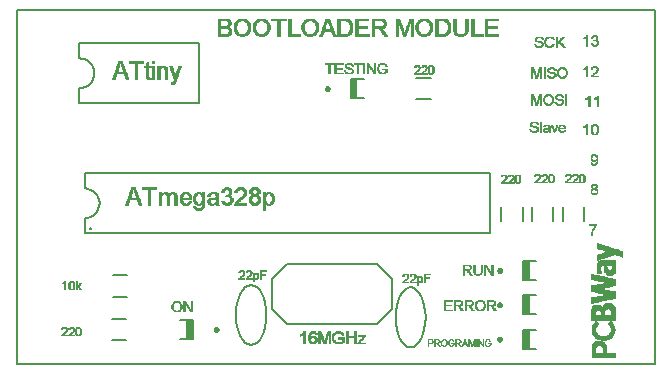
<source format=gbr>
G04 PROTEUS RS274X GERBER FILE*
%FSLAX45Y45*%
%MOMM*%
G01*
%ADD20C,0.203200*%
%ADD21C,0.063500*%
%ADD22C,0.200000*%
%ADD23C,0.250000*%
%TD.AperFunction*%
D20*
X-11190000Y+8810000D02*
X-5790000Y+8810000D01*
X-5790000Y+11810000D01*
X-11190000Y+11810000D01*
X-11190000Y+8810000D01*
X-10619500Y+9915000D02*
X-7190500Y+9915000D01*
X-7190500Y+10423000D01*
X-10619500Y+10423000D01*
X-10619500Y+9915000D02*
X-10619500Y+10042000D01*
X-10619500Y+10423000D02*
X-10619500Y+10296000D01*
X-10619500Y+10042000D02*
X-10593532Y+10044527D01*
X-10569518Y+10051798D01*
X-10547923Y+10063348D01*
X-10529211Y+10078711D01*
X-10513848Y+10097423D01*
X-10502298Y+10119019D01*
X-10495027Y+10143033D01*
X-10492500Y+10169000D01*
X-10619500Y+10296000D02*
X-10593532Y+10293473D01*
X-10569518Y+10286202D01*
X-10547923Y+10274653D01*
X-10529211Y+10259289D01*
X-10513848Y+10240577D01*
X-10502298Y+10218982D01*
X-10495027Y+10194968D01*
X-10492500Y+10169000D01*
X-10561516Y+9955640D02*
X-10561541Y+9956237D01*
X-10561743Y+9957433D01*
X-10562167Y+9958629D01*
X-10562861Y+9959825D01*
X-10563921Y+9961004D01*
X-10565117Y+9961867D01*
X-10566313Y+9962416D01*
X-10567509Y+9962725D01*
X-10568700Y+9962824D01*
X-10575884Y+9955640D02*
X-10575859Y+9956237D01*
X-10575657Y+9957433D01*
X-10575233Y+9958629D01*
X-10574539Y+9959825D01*
X-10573479Y+9961004D01*
X-10572283Y+9961867D01*
X-10571087Y+9962416D01*
X-10569891Y+9962725D01*
X-10568700Y+9962824D01*
X-10575884Y+9955640D02*
X-10575859Y+9955043D01*
X-10575657Y+9953847D01*
X-10575233Y+9952651D01*
X-10574539Y+9951455D01*
X-10573479Y+9950276D01*
X-10572283Y+9949413D01*
X-10571087Y+9948864D01*
X-10569891Y+9948555D01*
X-10568700Y+9948456D01*
X-10561516Y+9955640D02*
X-10561541Y+9955043D01*
X-10561743Y+9953847D01*
X-10562167Y+9952651D01*
X-10562861Y+9951455D01*
X-10563921Y+9950276D01*
X-10565117Y+9949413D01*
X-10566313Y+9948864D01*
X-10567509Y+9948555D01*
X-10568700Y+9948456D01*
X-10667000Y+11398000D02*
X-10667000Y+11525000D01*
X-9651000Y+11525000D01*
X-9651000Y+11017000D01*
X-10667000Y+11017000D01*
X-10667000Y+11144000D01*
X-10540000Y+11271000D02*
X-10542436Y+11296876D01*
X-10549485Y+11320848D01*
X-10560762Y+11342438D01*
X-10575878Y+11361170D01*
X-10594446Y+11376569D01*
X-10616081Y+11388158D01*
X-10640394Y+11395460D01*
X-10667000Y+11398000D01*
X-10540000Y+11271000D02*
X-10542436Y+11244394D01*
X-10549485Y+11220081D01*
X-10560762Y+11198446D01*
X-10575878Y+11179878D01*
X-10594446Y+11164762D01*
X-10616081Y+11153485D01*
X-10640394Y+11146436D01*
X-10667000Y+11144000D01*
D21*
X-6334920Y+10259670D02*
X-6334920Y+10285070D01*
X-6329840Y+10254590D02*
X-6329840Y+10290150D01*
X-6329840Y+10305390D02*
X-6329840Y+10325710D01*
X-6324760Y+10249510D02*
X-6324760Y+10259670D01*
X-6324760Y+10279990D02*
X-6324760Y+10295230D01*
X-6324760Y+10300310D02*
X-6324760Y+10330790D01*
X-6319680Y+10244430D02*
X-6319680Y+10259670D01*
X-6319680Y+10290150D02*
X-6319680Y+10305390D01*
X-6319680Y+10320630D02*
X-6319680Y+10330790D01*
X-6314600Y+10244430D02*
X-6314600Y+10254590D01*
X-6314600Y+10290150D02*
X-6314600Y+10300310D01*
X-6314600Y+10325710D02*
X-6314600Y+10335870D01*
X-6309520Y+10244430D02*
X-6309520Y+10254590D01*
X-6309520Y+10290150D02*
X-6309520Y+10300310D01*
X-6309520Y+10325710D02*
X-6309520Y+10335870D01*
X-6304440Y+10244430D02*
X-6304440Y+10254590D01*
X-6304440Y+10290150D02*
X-6304440Y+10300310D01*
X-6304440Y+10325710D02*
X-6304440Y+10335870D01*
X-6299360Y+10244430D02*
X-6299360Y+10254590D01*
X-6299360Y+10290150D02*
X-6299360Y+10300310D01*
X-6299360Y+10325710D02*
X-6299360Y+10335870D01*
X-6294280Y+10244430D02*
X-6294280Y+10254590D01*
X-6294280Y+10285070D02*
X-6294280Y+10305390D01*
X-6294280Y+10320630D02*
X-6294280Y+10330790D01*
X-6289200Y+10249510D02*
X-6289200Y+10259670D01*
X-6289200Y+10279990D02*
X-6289200Y+10295230D01*
X-6289200Y+10300310D02*
X-6289200Y+10330790D01*
X-6284120Y+10254590D02*
X-6284120Y+10290150D01*
X-6284120Y+10305390D02*
X-6284120Y+10325710D01*
X-6279040Y+10259670D02*
X-6279040Y+10285070D01*
X-6334920Y+10509670D02*
X-6334920Y+10519830D01*
X-6334920Y+10540150D02*
X-6334920Y+10570630D01*
X-6329840Y+10499510D02*
X-6329840Y+10519830D01*
X-6329840Y+10535070D02*
X-6329840Y+10575710D01*
X-6324760Y+10499510D02*
X-6324760Y+10514750D01*
X-6324760Y+10529990D02*
X-6324760Y+10545230D01*
X-6324760Y+10565550D02*
X-6324760Y+10580790D01*
X-6319680Y+10494430D02*
X-6319680Y+10504590D01*
X-6319680Y+10524910D02*
X-6319680Y+10540150D01*
X-6319680Y+10570630D02*
X-6319680Y+10585870D01*
X-6314600Y+10494430D02*
X-6314600Y+10504590D01*
X-6314600Y+10524910D02*
X-6314600Y+10535070D01*
X-6314600Y+10575710D02*
X-6314600Y+10585870D01*
X-6309520Y+10494430D02*
X-6309520Y+10504590D01*
X-6309520Y+10524910D02*
X-6309520Y+10535070D01*
X-6309520Y+10575710D02*
X-6309520Y+10585870D01*
X-6304440Y+10494430D02*
X-6304440Y+10504590D01*
X-6304440Y+10524910D02*
X-6304440Y+10535070D01*
X-6304440Y+10575710D02*
X-6304440Y+10585870D01*
X-6299360Y+10494430D02*
X-6299360Y+10504590D01*
X-6299360Y+10524910D02*
X-6299360Y+10535070D01*
X-6299360Y+10575710D02*
X-6299360Y+10585870D01*
X-6294280Y+10499510D02*
X-6294280Y+10509670D01*
X-6294280Y+10529990D02*
X-6294280Y+10540150D01*
X-6294280Y+10570630D02*
X-6294280Y+10580790D01*
X-6289200Y+10504590D02*
X-6289200Y+10519830D01*
X-6289200Y+10535070D02*
X-6289200Y+10545230D01*
X-6289200Y+10565550D02*
X-6289200Y+10580790D01*
X-6284120Y+10509670D02*
X-6284120Y+10575710D01*
X-6279040Y+10519830D02*
X-6279040Y+10565550D01*
X-6374440Y+10754430D02*
X-6364280Y+10754430D01*
X-6318560Y+10754430D02*
X-6288080Y+10754430D01*
X-6374440Y+10759510D02*
X-6364280Y+10759510D01*
X-6323640Y+10759510D02*
X-6283000Y+10759510D01*
X-6374440Y+10764590D02*
X-6364280Y+10764590D01*
X-6328720Y+10764590D02*
X-6313480Y+10764590D01*
X-6293160Y+10764590D02*
X-6277920Y+10764590D01*
X-6374440Y+10769670D02*
X-6364280Y+10769670D01*
X-6328720Y+10769670D02*
X-6318560Y+10769670D01*
X-6288080Y+10769670D02*
X-6277920Y+10769670D01*
X-6374440Y+10774750D02*
X-6364280Y+10774750D01*
X-6333800Y+10774750D02*
X-6323640Y+10774750D01*
X-6283000Y+10774750D02*
X-6272840Y+10774750D01*
X-6374440Y+10779830D02*
X-6364280Y+10779830D01*
X-6333800Y+10779830D02*
X-6323640Y+10779830D01*
X-6283000Y+10779830D02*
X-6272840Y+10779830D01*
X-6374440Y+10784910D02*
X-6364280Y+10784910D01*
X-6333800Y+10784910D02*
X-6323640Y+10784910D01*
X-6283000Y+10784910D02*
X-6272840Y+10784910D01*
X-6374440Y+10789990D02*
X-6364280Y+10789990D01*
X-6333800Y+10789990D02*
X-6323640Y+10789990D01*
X-6283000Y+10789990D02*
X-6272840Y+10789990D01*
X-6374440Y+10795070D02*
X-6364280Y+10795070D01*
X-6333800Y+10795070D02*
X-6323640Y+10795070D01*
X-6283000Y+10795070D02*
X-6272840Y+10795070D01*
X-6374440Y+10800150D02*
X-6364280Y+10800150D01*
X-6333800Y+10800150D02*
X-6323640Y+10800150D01*
X-6283000Y+10800150D02*
X-6272840Y+10800150D01*
X-6374440Y+10805230D02*
X-6364280Y+10805230D01*
X-6333800Y+10805230D02*
X-6323640Y+10805230D01*
X-6283000Y+10805230D02*
X-6272840Y+10805230D01*
X-6374440Y+10810310D02*
X-6364280Y+10810310D01*
X-6333800Y+10810310D02*
X-6323640Y+10810310D01*
X-6283000Y+10810310D02*
X-6272840Y+10810310D01*
X-6399840Y+10815390D02*
X-6384600Y+10815390D01*
X-6374440Y+10815390D02*
X-6364280Y+10815390D01*
X-6333800Y+10815390D02*
X-6323640Y+10815390D01*
X-6283000Y+10815390D02*
X-6272840Y+10815390D01*
X-6399840Y+10820470D02*
X-6379520Y+10820470D01*
X-6374440Y+10820470D02*
X-6364280Y+10820470D01*
X-6333800Y+10820470D02*
X-6323640Y+10820470D01*
X-6283000Y+10820470D02*
X-6272840Y+10820470D01*
X-6389680Y+10825550D02*
X-6364280Y+10825550D01*
X-6328720Y+10825550D02*
X-6318560Y+10825550D01*
X-6288080Y+10825550D02*
X-6277920Y+10825550D01*
X-6384600Y+10830630D02*
X-6364280Y+10830630D01*
X-6328720Y+10830630D02*
X-6313480Y+10830630D01*
X-6293160Y+10830630D02*
X-6277920Y+10830630D01*
X-6374440Y+10835710D02*
X-6364280Y+10835710D01*
X-6323640Y+10835710D02*
X-6283000Y+10835710D01*
X-6374440Y+10840790D02*
X-6364280Y+10840790D01*
X-6318560Y+10840790D02*
X-6288080Y+10840790D01*
X-6354440Y+10994430D02*
X-6344280Y+10994430D01*
X-6283320Y+10994430D02*
X-6273160Y+10994430D01*
X-6354440Y+10999510D02*
X-6344280Y+10999510D01*
X-6283320Y+10999510D02*
X-6273160Y+10999510D01*
X-6354440Y+11004590D02*
X-6344280Y+11004590D01*
X-6283320Y+11004590D02*
X-6273160Y+11004590D01*
X-6354440Y+11009670D02*
X-6344280Y+11009670D01*
X-6283320Y+11009670D02*
X-6273160Y+11009670D01*
X-6354440Y+11014750D02*
X-6344280Y+11014750D01*
X-6283320Y+11014750D02*
X-6273160Y+11014750D01*
X-6354440Y+11019830D02*
X-6344280Y+11019830D01*
X-6283320Y+11019830D02*
X-6273160Y+11019830D01*
X-6354440Y+11024910D02*
X-6344280Y+11024910D01*
X-6283320Y+11024910D02*
X-6273160Y+11024910D01*
X-6354440Y+11029990D02*
X-6344280Y+11029990D01*
X-6283320Y+11029990D02*
X-6273160Y+11029990D01*
X-6354440Y+11035070D02*
X-6344280Y+11035070D01*
X-6283320Y+11035070D02*
X-6273160Y+11035070D01*
X-6354440Y+11040150D02*
X-6344280Y+11040150D01*
X-6283320Y+11040150D02*
X-6273160Y+11040150D01*
X-6354440Y+11045230D02*
X-6344280Y+11045230D01*
X-6283320Y+11045230D02*
X-6273160Y+11045230D01*
X-6354440Y+11050310D02*
X-6344280Y+11050310D01*
X-6283320Y+11050310D02*
X-6273160Y+11050310D01*
X-6379840Y+11055390D02*
X-6364600Y+11055390D01*
X-6354440Y+11055390D02*
X-6344280Y+11055390D01*
X-6308720Y+11055390D02*
X-6293480Y+11055390D01*
X-6283320Y+11055390D02*
X-6273160Y+11055390D01*
X-6379840Y+11060470D02*
X-6359520Y+11060470D01*
X-6354440Y+11060470D02*
X-6344280Y+11060470D01*
X-6308720Y+11060470D02*
X-6288400Y+11060470D01*
X-6283320Y+11060470D02*
X-6273160Y+11060470D01*
X-6369680Y+11065550D02*
X-6344280Y+11065550D01*
X-6298560Y+11065550D02*
X-6273160Y+11065550D01*
X-6364600Y+11070630D02*
X-6344280Y+11070630D01*
X-6293480Y+11070630D02*
X-6273160Y+11070630D01*
X-6354440Y+11075710D02*
X-6344280Y+11075710D01*
X-6283320Y+11075710D02*
X-6273160Y+11075710D01*
X-6354440Y+11080790D02*
X-6344280Y+11080790D01*
X-6283320Y+11080790D02*
X-6273160Y+11080790D01*
X-6374440Y+11244430D02*
X-6364280Y+11244430D01*
X-6333800Y+11244430D02*
X-6272840Y+11244430D01*
X-6374440Y+11249510D02*
X-6364280Y+11249510D01*
X-6333800Y+11249510D02*
X-6272840Y+11249510D01*
X-6374440Y+11254590D02*
X-6364280Y+11254590D01*
X-6328720Y+11254590D02*
X-6318560Y+11254590D01*
X-6374440Y+11259670D02*
X-6364280Y+11259670D01*
X-6323640Y+11259670D02*
X-6313480Y+11259670D01*
X-6374440Y+11264750D02*
X-6364280Y+11264750D01*
X-6318560Y+11264750D02*
X-6303320Y+11264750D01*
X-6374440Y+11269830D02*
X-6364280Y+11269830D01*
X-6313480Y+11269830D02*
X-6298240Y+11269830D01*
X-6374440Y+11274910D02*
X-6364280Y+11274910D01*
X-6303320Y+11274910D02*
X-6293160Y+11274910D01*
X-6374440Y+11279990D02*
X-6364280Y+11279990D01*
X-6298240Y+11279990D02*
X-6288080Y+11279990D01*
X-6374440Y+11285070D02*
X-6364280Y+11285070D01*
X-6293160Y+11285070D02*
X-6283000Y+11285070D01*
X-6374440Y+11290150D02*
X-6364280Y+11290150D01*
X-6288080Y+11290150D02*
X-6277920Y+11290150D01*
X-6374440Y+11295230D02*
X-6364280Y+11295230D01*
X-6288080Y+11295230D02*
X-6277920Y+11295230D01*
X-6374440Y+11300310D02*
X-6364280Y+11300310D01*
X-6283000Y+11300310D02*
X-6272840Y+11300310D01*
X-6399840Y+11305390D02*
X-6384600Y+11305390D01*
X-6374440Y+11305390D02*
X-6364280Y+11305390D01*
X-6283000Y+11305390D02*
X-6272840Y+11305390D01*
X-6399840Y+11310470D02*
X-6379520Y+11310470D01*
X-6374440Y+11310470D02*
X-6364280Y+11310470D01*
X-6333800Y+11310470D02*
X-6323640Y+11310470D01*
X-6283000Y+11310470D02*
X-6272840Y+11310470D01*
X-6389680Y+11315550D02*
X-6364280Y+11315550D01*
X-6333800Y+11315550D02*
X-6323640Y+11315550D01*
X-6288080Y+11315550D02*
X-6272840Y+11315550D01*
X-6384600Y+11320630D02*
X-6364280Y+11320630D01*
X-6328720Y+11320630D02*
X-6313480Y+11320630D01*
X-6293160Y+11320630D02*
X-6277920Y+11320630D01*
X-6374440Y+11325710D02*
X-6364280Y+11325710D01*
X-6323640Y+11325710D02*
X-6283000Y+11325710D01*
X-6374440Y+11330790D02*
X-6364280Y+11330790D01*
X-6318560Y+11330790D02*
X-6288080Y+11330790D01*
X-6374440Y+11504430D02*
X-6364280Y+11504430D01*
X-6318560Y+11504430D02*
X-6293160Y+11504430D01*
X-6374440Y+11509510D02*
X-6364280Y+11509510D01*
X-6323640Y+11509510D02*
X-6283000Y+11509510D01*
X-6374440Y+11514590D02*
X-6364280Y+11514590D01*
X-6328720Y+11514590D02*
X-6318560Y+11514590D01*
X-6293160Y+11514590D02*
X-6277920Y+11514590D01*
X-6374440Y+11519670D02*
X-6364280Y+11519670D01*
X-6333800Y+11519670D02*
X-6318560Y+11519670D01*
X-6288080Y+11519670D02*
X-6272840Y+11519670D01*
X-6374440Y+11524750D02*
X-6364280Y+11524750D01*
X-6333800Y+11524750D02*
X-6323640Y+11524750D01*
X-6283000Y+11524750D02*
X-6272840Y+11524750D01*
X-6374440Y+11529830D02*
X-6364280Y+11529830D01*
X-6283000Y+11529830D02*
X-6272840Y+11529830D01*
X-6374440Y+11534910D02*
X-6364280Y+11534910D01*
X-6283000Y+11534910D02*
X-6272840Y+11534910D01*
X-6374440Y+11539990D02*
X-6364280Y+11539990D01*
X-6283000Y+11539990D02*
X-6272840Y+11539990D01*
X-6374440Y+11545070D02*
X-6364280Y+11545070D01*
X-6288080Y+11545070D02*
X-6277920Y+11545070D01*
X-6374440Y+11550150D02*
X-6364280Y+11550150D01*
X-6313480Y+11550150D02*
X-6283000Y+11550150D01*
X-6374440Y+11555230D02*
X-6364280Y+11555230D01*
X-6313480Y+11555230D02*
X-6288080Y+11555230D01*
X-6374440Y+11560310D02*
X-6364280Y+11560310D01*
X-6293160Y+11560310D02*
X-6283000Y+11560310D01*
X-6399840Y+11565390D02*
X-6384600Y+11565390D01*
X-6374440Y+11565390D02*
X-6364280Y+11565390D01*
X-6288080Y+11565390D02*
X-6277920Y+11565390D01*
X-6399840Y+11570470D02*
X-6379520Y+11570470D01*
X-6374440Y+11570470D02*
X-6364280Y+11570470D01*
X-6333800Y+11570470D02*
X-6323640Y+11570470D01*
X-6288080Y+11570470D02*
X-6277920Y+11570470D01*
X-6389680Y+11575550D02*
X-6364280Y+11575550D01*
X-6333800Y+11575550D02*
X-6318560Y+11575550D01*
X-6288080Y+11575550D02*
X-6277920Y+11575550D01*
X-6384600Y+11580630D02*
X-6364280Y+11580630D01*
X-6328720Y+11580630D02*
X-6313480Y+11580630D01*
X-6293160Y+11580630D02*
X-6277920Y+11580630D01*
X-6374440Y+11585710D02*
X-6364280Y+11585710D01*
X-6323640Y+11585710D02*
X-6283000Y+11585710D01*
X-6374440Y+11590790D02*
X-6364280Y+11590790D01*
X-6318560Y+11590790D02*
X-6293160Y+11590790D01*
X-6794600Y+11494430D02*
X-6759040Y+11494430D01*
X-6703160Y+11494430D02*
X-6672680Y+11494430D01*
X-6632040Y+11494430D02*
X-6621880Y+11494430D01*
X-6571080Y+11494430D02*
X-6555840Y+11494430D01*
X-6804760Y+11499510D02*
X-6748880Y+11499510D01*
X-6713320Y+11499510D02*
X-6662520Y+11499510D01*
X-6632040Y+11499510D02*
X-6621880Y+11499510D01*
X-6576160Y+11499510D02*
X-6560920Y+11499510D01*
X-6809840Y+11504590D02*
X-6789520Y+11504590D01*
X-6759040Y+11504590D02*
X-6743800Y+11504590D01*
X-6718400Y+11504590D02*
X-6698080Y+11504590D01*
X-6672680Y+11504590D02*
X-6657440Y+11504590D01*
X-6632040Y+11504590D02*
X-6621880Y+11504590D01*
X-6581240Y+11504590D02*
X-6566000Y+11504590D01*
X-6809840Y+11509670D02*
X-6799680Y+11509670D01*
X-6753960Y+11509670D02*
X-6738720Y+11509670D01*
X-6723480Y+11509670D02*
X-6708240Y+11509670D01*
X-6667600Y+11509670D02*
X-6652360Y+11509670D01*
X-6632040Y+11509670D02*
X-6621880Y+11509670D01*
X-6586320Y+11509670D02*
X-6571080Y+11509670D01*
X-6814920Y+11514750D02*
X-6804760Y+11514750D01*
X-6748880Y+11514750D02*
X-6738720Y+11514750D01*
X-6723480Y+11514750D02*
X-6713320Y+11514750D01*
X-6662520Y+11514750D02*
X-6647280Y+11514750D01*
X-6632040Y+11514750D02*
X-6621880Y+11514750D01*
X-6586320Y+11514750D02*
X-6571080Y+11514750D01*
X-6814920Y+11519830D02*
X-6804760Y+11519830D01*
X-6748880Y+11519830D02*
X-6738720Y+11519830D01*
X-6723480Y+11519830D02*
X-6713320Y+11519830D01*
X-6657440Y+11519830D02*
X-6647280Y+11519830D01*
X-6632040Y+11519830D02*
X-6621880Y+11519830D01*
X-6591400Y+11519830D02*
X-6576160Y+11519830D01*
X-6748880Y+11524910D02*
X-6738720Y+11524910D01*
X-6728560Y+11524910D02*
X-6718400Y+11524910D01*
X-6632040Y+11524910D02*
X-6616800Y+11524910D01*
X-6596480Y+11524910D02*
X-6581240Y+11524910D01*
X-6759040Y+11529990D02*
X-6743800Y+11529990D01*
X-6728560Y+11529990D02*
X-6718400Y+11529990D01*
X-6632040Y+11529990D02*
X-6611720Y+11529990D01*
X-6601560Y+11529990D02*
X-6586320Y+11529990D01*
X-6784440Y+11535070D02*
X-6743800Y+11535070D01*
X-6728560Y+11535070D02*
X-6718400Y+11535070D01*
X-6632040Y+11535070D02*
X-6591400Y+11535070D01*
X-6799680Y+11540150D02*
X-6753960Y+11540150D01*
X-6728560Y+11540150D02*
X-6718400Y+11540150D01*
X-6632040Y+11540150D02*
X-6621880Y+11540150D01*
X-6616800Y+11540150D02*
X-6591400Y+11540150D01*
X-6804760Y+11545230D02*
X-6774280Y+11545230D01*
X-6728560Y+11545230D02*
X-6718400Y+11545230D01*
X-6632040Y+11545230D02*
X-6621880Y+11545230D01*
X-6611720Y+11545230D02*
X-6596480Y+11545230D01*
X-6809840Y+11550310D02*
X-6794600Y+11550310D01*
X-6728560Y+11550310D02*
X-6718400Y+11550310D01*
X-6632040Y+11550310D02*
X-6621880Y+11550310D01*
X-6606640Y+11550310D02*
X-6591400Y+11550310D01*
X-6809840Y+11555390D02*
X-6799680Y+11555390D01*
X-6723480Y+11555390D02*
X-6713320Y+11555390D01*
X-6632040Y+11555390D02*
X-6621880Y+11555390D01*
X-6601560Y+11555390D02*
X-6586320Y+11555390D01*
X-6809840Y+11560470D02*
X-6799680Y+11560470D01*
X-6748880Y+11560470D02*
X-6738720Y+11560470D01*
X-6723480Y+11560470D02*
X-6713320Y+11560470D01*
X-6657440Y+11560470D02*
X-6647280Y+11560470D01*
X-6632040Y+11560470D02*
X-6621880Y+11560470D01*
X-6596480Y+11560470D02*
X-6581240Y+11560470D01*
X-6809840Y+11565550D02*
X-6799680Y+11565550D01*
X-6753960Y+11565550D02*
X-6738720Y+11565550D01*
X-6723480Y+11565550D02*
X-6708240Y+11565550D01*
X-6662520Y+11565550D02*
X-6652360Y+11565550D01*
X-6632040Y+11565550D02*
X-6621880Y+11565550D01*
X-6591400Y+11565550D02*
X-6576160Y+11565550D01*
X-6804760Y+11570630D02*
X-6789520Y+11570630D01*
X-6759040Y+11570630D02*
X-6743800Y+11570630D01*
X-6718400Y+11570630D02*
X-6698080Y+11570630D01*
X-6667600Y+11570630D02*
X-6652360Y+11570630D01*
X-6632040Y+11570630D02*
X-6621880Y+11570630D01*
X-6586320Y+11570630D02*
X-6571080Y+11570630D01*
X-6799680Y+11575710D02*
X-6748880Y+11575710D01*
X-6713320Y+11575710D02*
X-6657440Y+11575710D01*
X-6632040Y+11575710D02*
X-6621880Y+11575710D01*
X-6581240Y+11575710D02*
X-6566000Y+11575710D01*
X-6789520Y+11580790D02*
X-6759040Y+11580790D01*
X-6698080Y+11580790D02*
X-6667600Y+11580790D01*
X-6632040Y+11580790D02*
X-6621880Y+11580790D01*
X-6576160Y+11580790D02*
X-6560920Y+11580790D01*
X-6839840Y+11234430D02*
X-6829680Y+11234430D01*
X-6804280Y+11234430D02*
X-6789040Y+11234430D01*
X-6763640Y+11234430D02*
X-6753480Y+11234430D01*
X-6733160Y+11234430D02*
X-6723000Y+11234430D01*
X-6687440Y+11234430D02*
X-6651880Y+11234430D01*
X-6596000Y+11234430D02*
X-6560440Y+11234430D01*
X-6839840Y+11239510D02*
X-6829680Y+11239510D01*
X-6804280Y+11239510D02*
X-6789040Y+11239510D01*
X-6763640Y+11239510D02*
X-6753480Y+11239510D01*
X-6733160Y+11239510D02*
X-6723000Y+11239510D01*
X-6697600Y+11239510D02*
X-6641720Y+11239510D01*
X-6601080Y+11239510D02*
X-6550280Y+11239510D01*
X-6839840Y+11244590D02*
X-6829680Y+11244590D01*
X-6804280Y+11244590D02*
X-6789040Y+11244590D01*
X-6763640Y+11244590D02*
X-6753480Y+11244590D01*
X-6733160Y+11244590D02*
X-6723000Y+11244590D01*
X-6702680Y+11244590D02*
X-6682360Y+11244590D01*
X-6651880Y+11244590D02*
X-6636640Y+11244590D01*
X-6611240Y+11244590D02*
X-6590920Y+11244590D01*
X-6565520Y+11244590D02*
X-6545200Y+11244590D01*
X-6839840Y+11249670D02*
X-6829680Y+11249670D01*
X-6809360Y+11249670D02*
X-6799200Y+11249670D01*
X-6794120Y+11249670D02*
X-6783960Y+11249670D01*
X-6763640Y+11249670D02*
X-6753480Y+11249670D01*
X-6733160Y+11249670D02*
X-6723000Y+11249670D01*
X-6702680Y+11249670D02*
X-6692520Y+11249670D01*
X-6646800Y+11249670D02*
X-6631560Y+11249670D01*
X-6611240Y+11249670D02*
X-6601080Y+11249670D01*
X-6555360Y+11249670D02*
X-6545200Y+11249670D01*
X-6839840Y+11254750D02*
X-6829680Y+11254750D01*
X-6809360Y+11254750D02*
X-6799200Y+11254750D01*
X-6794120Y+11254750D02*
X-6783960Y+11254750D01*
X-6763640Y+11254750D02*
X-6753480Y+11254750D01*
X-6733160Y+11254750D02*
X-6723000Y+11254750D01*
X-6707760Y+11254750D02*
X-6697600Y+11254750D01*
X-6641720Y+11254750D02*
X-6631560Y+11254750D01*
X-6616320Y+11254750D02*
X-6606160Y+11254750D01*
X-6550280Y+11254750D02*
X-6540120Y+11254750D01*
X-6839840Y+11259830D02*
X-6829680Y+11259830D01*
X-6809360Y+11259830D02*
X-6799200Y+11259830D01*
X-6794120Y+11259830D02*
X-6783960Y+11259830D01*
X-6763640Y+11259830D02*
X-6753480Y+11259830D01*
X-6733160Y+11259830D02*
X-6723000Y+11259830D01*
X-6707760Y+11259830D02*
X-6697600Y+11259830D01*
X-6641720Y+11259830D02*
X-6631560Y+11259830D01*
X-6616320Y+11259830D02*
X-6606160Y+11259830D01*
X-6550280Y+11259830D02*
X-6540120Y+11259830D01*
X-6839840Y+11264910D02*
X-6829680Y+11264910D01*
X-6814440Y+11264910D02*
X-6804280Y+11264910D01*
X-6789040Y+11264910D02*
X-6778880Y+11264910D01*
X-6763640Y+11264910D02*
X-6753480Y+11264910D01*
X-6733160Y+11264910D02*
X-6723000Y+11264910D01*
X-6641720Y+11264910D02*
X-6631560Y+11264910D01*
X-6621400Y+11264910D02*
X-6611240Y+11264910D01*
X-6545200Y+11264910D02*
X-6535040Y+11264910D01*
X-6839840Y+11269990D02*
X-6829680Y+11269990D01*
X-6814440Y+11269990D02*
X-6804280Y+11269990D01*
X-6789040Y+11269990D02*
X-6778880Y+11269990D01*
X-6763640Y+11269990D02*
X-6753480Y+11269990D01*
X-6733160Y+11269990D02*
X-6723000Y+11269990D01*
X-6651880Y+11269990D02*
X-6636640Y+11269990D01*
X-6621400Y+11269990D02*
X-6611240Y+11269990D01*
X-6545200Y+11269990D02*
X-6535040Y+11269990D01*
X-6839840Y+11275070D02*
X-6829680Y+11275070D01*
X-6814440Y+11275070D02*
X-6804280Y+11275070D01*
X-6789040Y+11275070D02*
X-6778880Y+11275070D01*
X-6763640Y+11275070D02*
X-6753480Y+11275070D01*
X-6733160Y+11275070D02*
X-6723000Y+11275070D01*
X-6677280Y+11275070D02*
X-6636640Y+11275070D01*
X-6621400Y+11275070D02*
X-6611240Y+11275070D01*
X-6545200Y+11275070D02*
X-6535040Y+11275070D01*
X-6839840Y+11280150D02*
X-6829680Y+11280150D01*
X-6819520Y+11280150D02*
X-6809360Y+11280150D01*
X-6783960Y+11280150D02*
X-6773800Y+11280150D01*
X-6763640Y+11280150D02*
X-6753480Y+11280150D01*
X-6733160Y+11280150D02*
X-6723000Y+11280150D01*
X-6692520Y+11280150D02*
X-6646800Y+11280150D01*
X-6621400Y+11280150D02*
X-6611240Y+11280150D01*
X-6545200Y+11280150D02*
X-6535040Y+11280150D01*
X-6839840Y+11285230D02*
X-6829680Y+11285230D01*
X-6819520Y+11285230D02*
X-6809360Y+11285230D01*
X-6783960Y+11285230D02*
X-6773800Y+11285230D01*
X-6763640Y+11285230D02*
X-6753480Y+11285230D01*
X-6733160Y+11285230D02*
X-6723000Y+11285230D01*
X-6697600Y+11285230D02*
X-6667120Y+11285230D01*
X-6621400Y+11285230D02*
X-6611240Y+11285230D01*
X-6545200Y+11285230D02*
X-6535040Y+11285230D01*
X-6839840Y+11290310D02*
X-6829680Y+11290310D01*
X-6819520Y+11290310D02*
X-6809360Y+11290310D01*
X-6783960Y+11290310D02*
X-6773800Y+11290310D01*
X-6763640Y+11290310D02*
X-6753480Y+11290310D01*
X-6733160Y+11290310D02*
X-6723000Y+11290310D01*
X-6702680Y+11290310D02*
X-6687440Y+11290310D01*
X-6621400Y+11290310D02*
X-6611240Y+11290310D01*
X-6545200Y+11290310D02*
X-6535040Y+11290310D01*
X-6839840Y+11295390D02*
X-6829680Y+11295390D01*
X-6824600Y+11295390D02*
X-6814440Y+11295390D01*
X-6778880Y+11295390D02*
X-6768720Y+11295390D01*
X-6763640Y+11295390D02*
X-6753480Y+11295390D01*
X-6733160Y+11295390D02*
X-6723000Y+11295390D01*
X-6702680Y+11295390D02*
X-6692520Y+11295390D01*
X-6616320Y+11295390D02*
X-6606160Y+11295390D01*
X-6550280Y+11295390D02*
X-6540120Y+11295390D01*
X-6839840Y+11300470D02*
X-6829680Y+11300470D01*
X-6824600Y+11300470D02*
X-6814440Y+11300470D01*
X-6778880Y+11300470D02*
X-6768720Y+11300470D01*
X-6763640Y+11300470D02*
X-6753480Y+11300470D01*
X-6733160Y+11300470D02*
X-6723000Y+11300470D01*
X-6702680Y+11300470D02*
X-6692520Y+11300470D01*
X-6641720Y+11300470D02*
X-6631560Y+11300470D01*
X-6616320Y+11300470D02*
X-6606160Y+11300470D01*
X-6550280Y+11300470D02*
X-6540120Y+11300470D01*
X-6839840Y+11305550D02*
X-6829680Y+11305550D01*
X-6824600Y+11305550D02*
X-6814440Y+11305550D01*
X-6778880Y+11305550D02*
X-6768720Y+11305550D01*
X-6763640Y+11305550D02*
X-6753480Y+11305550D01*
X-6733160Y+11305550D02*
X-6723000Y+11305550D01*
X-6702680Y+11305550D02*
X-6692520Y+11305550D01*
X-6646800Y+11305550D02*
X-6631560Y+11305550D01*
X-6611240Y+11305550D02*
X-6601080Y+11305550D01*
X-6555360Y+11305550D02*
X-6545200Y+11305550D01*
X-6839840Y+11310630D02*
X-6819520Y+11310630D01*
X-6773800Y+11310630D02*
X-6753480Y+11310630D01*
X-6733160Y+11310630D02*
X-6723000Y+11310630D01*
X-6697600Y+11310630D02*
X-6682360Y+11310630D01*
X-6651880Y+11310630D02*
X-6636640Y+11310630D01*
X-6611240Y+11310630D02*
X-6590920Y+11310630D01*
X-6565520Y+11310630D02*
X-6545200Y+11310630D01*
X-6839840Y+11315710D02*
X-6819520Y+11315710D01*
X-6773800Y+11315710D02*
X-6753480Y+11315710D01*
X-6733160Y+11315710D02*
X-6723000Y+11315710D01*
X-6692520Y+11315710D02*
X-6641720Y+11315710D01*
X-6606160Y+11315710D02*
X-6555360Y+11315710D01*
X-6839840Y+11320790D02*
X-6824600Y+11320790D01*
X-6768720Y+11320790D02*
X-6753480Y+11320790D01*
X-6733160Y+11320790D02*
X-6723000Y+11320790D01*
X-6682360Y+11320790D02*
X-6651880Y+11320790D01*
X-6596000Y+11320790D02*
X-6560440Y+11320790D01*
X-6839840Y+11004430D02*
X-6829680Y+11004430D01*
X-6804280Y+11004430D02*
X-6789040Y+11004430D01*
X-6763640Y+11004430D02*
X-6753480Y+11004430D01*
X-6712840Y+11004430D02*
X-6677280Y+11004430D01*
X-6621400Y+11004430D02*
X-6585840Y+11004430D01*
X-6550280Y+11004430D02*
X-6540120Y+11004430D01*
X-6839840Y+11009510D02*
X-6829680Y+11009510D01*
X-6804280Y+11009510D02*
X-6789040Y+11009510D01*
X-6763640Y+11009510D02*
X-6753480Y+11009510D01*
X-6717920Y+11009510D02*
X-6667120Y+11009510D01*
X-6631560Y+11009510D02*
X-6575680Y+11009510D01*
X-6550280Y+11009510D02*
X-6540120Y+11009510D01*
X-6839840Y+11014590D02*
X-6829680Y+11014590D01*
X-6804280Y+11014590D02*
X-6789040Y+11014590D01*
X-6763640Y+11014590D02*
X-6753480Y+11014590D01*
X-6728080Y+11014590D02*
X-6707760Y+11014590D01*
X-6682360Y+11014590D02*
X-6662040Y+11014590D01*
X-6636640Y+11014590D02*
X-6616320Y+11014590D01*
X-6585840Y+11014590D02*
X-6570600Y+11014590D01*
X-6550280Y+11014590D02*
X-6540120Y+11014590D01*
X-6839840Y+11019670D02*
X-6829680Y+11019670D01*
X-6809360Y+11019670D02*
X-6799200Y+11019670D01*
X-6794120Y+11019670D02*
X-6783960Y+11019670D01*
X-6763640Y+11019670D02*
X-6753480Y+11019670D01*
X-6728080Y+11019670D02*
X-6717920Y+11019670D01*
X-6672200Y+11019670D02*
X-6662040Y+11019670D01*
X-6636640Y+11019670D02*
X-6626480Y+11019670D01*
X-6580760Y+11019670D02*
X-6565520Y+11019670D01*
X-6550280Y+11019670D02*
X-6540120Y+11019670D01*
X-6839840Y+11024750D02*
X-6829680Y+11024750D01*
X-6809360Y+11024750D02*
X-6799200Y+11024750D01*
X-6794120Y+11024750D02*
X-6783960Y+11024750D01*
X-6763640Y+11024750D02*
X-6753480Y+11024750D01*
X-6733160Y+11024750D02*
X-6723000Y+11024750D01*
X-6667120Y+11024750D02*
X-6656960Y+11024750D01*
X-6641720Y+11024750D02*
X-6631560Y+11024750D01*
X-6575680Y+11024750D02*
X-6565520Y+11024750D01*
X-6550280Y+11024750D02*
X-6540120Y+11024750D01*
X-6839840Y+11029830D02*
X-6829680Y+11029830D01*
X-6809360Y+11029830D02*
X-6799200Y+11029830D01*
X-6794120Y+11029830D02*
X-6783960Y+11029830D01*
X-6763640Y+11029830D02*
X-6753480Y+11029830D01*
X-6733160Y+11029830D02*
X-6723000Y+11029830D01*
X-6667120Y+11029830D02*
X-6656960Y+11029830D01*
X-6641720Y+11029830D02*
X-6631560Y+11029830D01*
X-6575680Y+11029830D02*
X-6565520Y+11029830D01*
X-6550280Y+11029830D02*
X-6540120Y+11029830D01*
X-6839840Y+11034910D02*
X-6829680Y+11034910D01*
X-6814440Y+11034910D02*
X-6804280Y+11034910D01*
X-6789040Y+11034910D02*
X-6778880Y+11034910D01*
X-6763640Y+11034910D02*
X-6753480Y+11034910D01*
X-6738240Y+11034910D02*
X-6728080Y+11034910D01*
X-6662040Y+11034910D02*
X-6651880Y+11034910D01*
X-6575680Y+11034910D02*
X-6565520Y+11034910D01*
X-6550280Y+11034910D02*
X-6540120Y+11034910D01*
X-6839840Y+11039990D02*
X-6829680Y+11039990D01*
X-6814440Y+11039990D02*
X-6804280Y+11039990D01*
X-6789040Y+11039990D02*
X-6778880Y+11039990D01*
X-6763640Y+11039990D02*
X-6753480Y+11039990D01*
X-6738240Y+11039990D02*
X-6728080Y+11039990D01*
X-6662040Y+11039990D02*
X-6651880Y+11039990D01*
X-6585840Y+11039990D02*
X-6570600Y+11039990D01*
X-6550280Y+11039990D02*
X-6540120Y+11039990D01*
X-6839840Y+11045070D02*
X-6829680Y+11045070D01*
X-6814440Y+11045070D02*
X-6804280Y+11045070D01*
X-6789040Y+11045070D02*
X-6778880Y+11045070D01*
X-6763640Y+11045070D02*
X-6753480Y+11045070D01*
X-6738240Y+11045070D02*
X-6728080Y+11045070D01*
X-6662040Y+11045070D02*
X-6651880Y+11045070D01*
X-6611240Y+11045070D02*
X-6570600Y+11045070D01*
X-6550280Y+11045070D02*
X-6540120Y+11045070D01*
X-6839840Y+11050150D02*
X-6829680Y+11050150D01*
X-6819520Y+11050150D02*
X-6809360Y+11050150D01*
X-6783960Y+11050150D02*
X-6773800Y+11050150D01*
X-6763640Y+11050150D02*
X-6753480Y+11050150D01*
X-6738240Y+11050150D02*
X-6728080Y+11050150D01*
X-6662040Y+11050150D02*
X-6651880Y+11050150D01*
X-6626480Y+11050150D02*
X-6580760Y+11050150D01*
X-6550280Y+11050150D02*
X-6540120Y+11050150D01*
X-6839840Y+11055230D02*
X-6829680Y+11055230D01*
X-6819520Y+11055230D02*
X-6809360Y+11055230D01*
X-6783960Y+11055230D02*
X-6773800Y+11055230D01*
X-6763640Y+11055230D02*
X-6753480Y+11055230D01*
X-6738240Y+11055230D02*
X-6728080Y+11055230D01*
X-6662040Y+11055230D02*
X-6651880Y+11055230D01*
X-6631560Y+11055230D02*
X-6601080Y+11055230D01*
X-6550280Y+11055230D02*
X-6540120Y+11055230D01*
X-6839840Y+11060310D02*
X-6829680Y+11060310D01*
X-6819520Y+11060310D02*
X-6809360Y+11060310D01*
X-6783960Y+11060310D02*
X-6773800Y+11060310D01*
X-6763640Y+11060310D02*
X-6753480Y+11060310D01*
X-6738240Y+11060310D02*
X-6728080Y+11060310D01*
X-6662040Y+11060310D02*
X-6651880Y+11060310D01*
X-6636640Y+11060310D02*
X-6621400Y+11060310D01*
X-6550280Y+11060310D02*
X-6540120Y+11060310D01*
X-6839840Y+11065390D02*
X-6829680Y+11065390D01*
X-6824600Y+11065390D02*
X-6814440Y+11065390D01*
X-6778880Y+11065390D02*
X-6768720Y+11065390D01*
X-6763640Y+11065390D02*
X-6753480Y+11065390D01*
X-6733160Y+11065390D02*
X-6723000Y+11065390D01*
X-6667120Y+11065390D02*
X-6656960Y+11065390D01*
X-6636640Y+11065390D02*
X-6626480Y+11065390D01*
X-6550280Y+11065390D02*
X-6540120Y+11065390D01*
X-6839840Y+11070470D02*
X-6829680Y+11070470D01*
X-6824600Y+11070470D02*
X-6814440Y+11070470D01*
X-6778880Y+11070470D02*
X-6768720Y+11070470D01*
X-6763640Y+11070470D02*
X-6753480Y+11070470D01*
X-6733160Y+11070470D02*
X-6723000Y+11070470D01*
X-6667120Y+11070470D02*
X-6656960Y+11070470D01*
X-6636640Y+11070470D02*
X-6626480Y+11070470D01*
X-6575680Y+11070470D02*
X-6565520Y+11070470D01*
X-6550280Y+11070470D02*
X-6540120Y+11070470D01*
X-6839840Y+11075550D02*
X-6829680Y+11075550D01*
X-6824600Y+11075550D02*
X-6814440Y+11075550D01*
X-6778880Y+11075550D02*
X-6768720Y+11075550D01*
X-6763640Y+11075550D02*
X-6753480Y+11075550D01*
X-6728080Y+11075550D02*
X-6717920Y+11075550D01*
X-6672200Y+11075550D02*
X-6662040Y+11075550D01*
X-6636640Y+11075550D02*
X-6626480Y+11075550D01*
X-6580760Y+11075550D02*
X-6565520Y+11075550D01*
X-6550280Y+11075550D02*
X-6540120Y+11075550D01*
X-6839840Y+11080630D02*
X-6819520Y+11080630D01*
X-6773800Y+11080630D02*
X-6753480Y+11080630D01*
X-6728080Y+11080630D02*
X-6707760Y+11080630D01*
X-6682360Y+11080630D02*
X-6662040Y+11080630D01*
X-6631560Y+11080630D02*
X-6616320Y+11080630D01*
X-6585840Y+11080630D02*
X-6570600Y+11080630D01*
X-6550280Y+11080630D02*
X-6540120Y+11080630D01*
X-6839840Y+11085710D02*
X-6819520Y+11085710D01*
X-6773800Y+11085710D02*
X-6753480Y+11085710D01*
X-6723000Y+11085710D02*
X-6672200Y+11085710D01*
X-6626480Y+11085710D02*
X-6575680Y+11085710D01*
X-6550280Y+11085710D02*
X-6540120Y+11085710D01*
X-6839840Y+11090790D02*
X-6824600Y+11090790D01*
X-6768720Y+11090790D02*
X-6753480Y+11090790D01*
X-6712840Y+11090790D02*
X-6677280Y+11090790D01*
X-6616320Y+11090790D02*
X-6585840Y+11090790D01*
X-6550280Y+11090790D02*
X-6540120Y+11090790D01*
X-6834600Y+10774430D02*
X-6799040Y+10774430D01*
X-6763480Y+10774430D02*
X-6753320Y+10774430D01*
X-6727920Y+10774430D02*
X-6702520Y+10774430D01*
X-6687280Y+10774430D02*
X-6677120Y+10774430D01*
X-6646640Y+10774430D02*
X-6641560Y+10774430D01*
X-6595840Y+10774430D02*
X-6565360Y+10774430D01*
X-6844760Y+10779510D02*
X-6788880Y+10779510D01*
X-6763480Y+10779510D02*
X-6753320Y+10779510D01*
X-6733000Y+10779510D02*
X-6697440Y+10779510D01*
X-6692360Y+10779510D02*
X-6682200Y+10779510D01*
X-6651720Y+10779510D02*
X-6636480Y+10779510D01*
X-6600920Y+10779510D02*
X-6560280Y+10779510D01*
X-6849840Y+10784590D02*
X-6829520Y+10784590D01*
X-6799040Y+10784590D02*
X-6783800Y+10784590D01*
X-6763480Y+10784590D02*
X-6753320Y+10784590D01*
X-6738080Y+10784590D02*
X-6722840Y+10784590D01*
X-6702520Y+10784590D02*
X-6682200Y+10784590D01*
X-6651720Y+10784590D02*
X-6636480Y+10784590D01*
X-6606000Y+10784590D02*
X-6590760Y+10784590D01*
X-6565360Y+10784590D02*
X-6555200Y+10784590D01*
X-6849840Y+10789670D02*
X-6839680Y+10789670D01*
X-6793960Y+10789670D02*
X-6778720Y+10789670D01*
X-6763480Y+10789670D02*
X-6753320Y+10789670D01*
X-6738080Y+10789670D02*
X-6727920Y+10789670D01*
X-6697440Y+10789670D02*
X-6682200Y+10789670D01*
X-6656800Y+10789670D02*
X-6646640Y+10789670D01*
X-6641560Y+10789670D02*
X-6631400Y+10789670D01*
X-6611080Y+10789670D02*
X-6595840Y+10789670D01*
X-6560280Y+10789670D02*
X-6550120Y+10789670D01*
X-6854920Y+10794750D02*
X-6844760Y+10794750D01*
X-6788880Y+10794750D02*
X-6778720Y+10794750D01*
X-6763480Y+10794750D02*
X-6753320Y+10794750D01*
X-6738080Y+10794750D02*
X-6727920Y+10794750D01*
X-6692360Y+10794750D02*
X-6682200Y+10794750D01*
X-6656800Y+10794750D02*
X-6646640Y+10794750D01*
X-6641560Y+10794750D02*
X-6631400Y+10794750D01*
X-6611080Y+10794750D02*
X-6600920Y+10794750D01*
X-6854920Y+10799830D02*
X-6844760Y+10799830D01*
X-6788880Y+10799830D02*
X-6778720Y+10799830D01*
X-6763480Y+10799830D02*
X-6753320Y+10799830D01*
X-6733000Y+10799830D02*
X-6707600Y+10799830D01*
X-6692360Y+10799830D02*
X-6682200Y+10799830D01*
X-6656800Y+10799830D02*
X-6646640Y+10799830D01*
X-6641560Y+10799830D02*
X-6631400Y+10799830D01*
X-6611080Y+10799830D02*
X-6600920Y+10799830D01*
X-6788880Y+10804910D02*
X-6778720Y+10804910D01*
X-6763480Y+10804910D02*
X-6753320Y+10804910D01*
X-6727920Y+10804910D02*
X-6682200Y+10804910D01*
X-6661880Y+10804910D02*
X-6651720Y+10804910D01*
X-6636480Y+10804910D02*
X-6626320Y+10804910D01*
X-6611080Y+10804910D02*
X-6550120Y+10804910D01*
X-6799040Y+10809990D02*
X-6783800Y+10809990D01*
X-6763480Y+10809990D02*
X-6753320Y+10809990D01*
X-6707600Y+10809990D02*
X-6682200Y+10809990D01*
X-6661880Y+10809990D02*
X-6651720Y+10809990D01*
X-6636480Y+10809990D02*
X-6626320Y+10809990D01*
X-6611080Y+10809990D02*
X-6550120Y+10809990D01*
X-6824440Y+10815070D02*
X-6783800Y+10815070D01*
X-6763480Y+10815070D02*
X-6753320Y+10815070D01*
X-6692360Y+10815070D02*
X-6682200Y+10815070D01*
X-6666960Y+10815070D02*
X-6656800Y+10815070D01*
X-6631400Y+10815070D02*
X-6621240Y+10815070D01*
X-6611080Y+10815070D02*
X-6600920Y+10815070D01*
X-6560280Y+10815070D02*
X-6550120Y+10815070D01*
X-6839680Y+10820150D02*
X-6793960Y+10820150D01*
X-6763480Y+10820150D02*
X-6753320Y+10820150D01*
X-6738080Y+10820150D02*
X-6727920Y+10820150D01*
X-6692360Y+10820150D02*
X-6682200Y+10820150D01*
X-6666960Y+10820150D02*
X-6656800Y+10820150D01*
X-6631400Y+10820150D02*
X-6621240Y+10820150D01*
X-6606000Y+10820150D02*
X-6595840Y+10820150D01*
X-6565360Y+10820150D02*
X-6550120Y+10820150D01*
X-6844760Y+10825230D02*
X-6814280Y+10825230D01*
X-6763480Y+10825230D02*
X-6753320Y+10825230D01*
X-6733000Y+10825230D02*
X-6722840Y+10825230D01*
X-6697440Y+10825230D02*
X-6682200Y+10825230D01*
X-6666960Y+10825230D02*
X-6656800Y+10825230D01*
X-6631400Y+10825230D02*
X-6621240Y+10825230D01*
X-6606000Y+10825230D02*
X-6590760Y+10825230D01*
X-6570440Y+10825230D02*
X-6555200Y+10825230D01*
X-6849840Y+10830310D02*
X-6834600Y+10830310D01*
X-6763480Y+10830310D02*
X-6753320Y+10830310D01*
X-6733000Y+10830310D02*
X-6687280Y+10830310D01*
X-6672040Y+10830310D02*
X-6661880Y+10830310D01*
X-6626320Y+10830310D02*
X-6616160Y+10830310D01*
X-6600920Y+10830310D02*
X-6560280Y+10830310D01*
X-6849840Y+10835390D02*
X-6839680Y+10835390D01*
X-6763480Y+10835390D02*
X-6753320Y+10835390D01*
X-6722840Y+10835390D02*
X-6692360Y+10835390D01*
X-6672040Y+10835390D02*
X-6661880Y+10835390D01*
X-6626320Y+10835390D02*
X-6616160Y+10835390D01*
X-6595840Y+10835390D02*
X-6565360Y+10835390D01*
X-6849840Y+10840470D02*
X-6839680Y+10840470D01*
X-6788880Y+10840470D02*
X-6778720Y+10840470D01*
X-6763480Y+10840470D02*
X-6753320Y+10840470D01*
X-6849840Y+10845550D02*
X-6839680Y+10845550D01*
X-6793960Y+10845550D02*
X-6778720Y+10845550D01*
X-6763480Y+10845550D02*
X-6753320Y+10845550D01*
X-6844760Y+10850630D02*
X-6829520Y+10850630D01*
X-6799040Y+10850630D02*
X-6783800Y+10850630D01*
X-6763480Y+10850630D02*
X-6753320Y+10850630D01*
X-6839680Y+10855710D02*
X-6788880Y+10855710D01*
X-6763480Y+10855710D02*
X-6753320Y+10855710D01*
X-6829520Y+10860790D02*
X-6799040Y+10860790D01*
X-6763480Y+10860790D02*
X-6753320Y+10860790D01*
X-6344920Y+9985710D02*
X-6344920Y+9995870D01*
X-6339840Y+9985710D02*
X-6339840Y+9995870D01*
X-6334760Y+9985710D02*
X-6334760Y+9995870D01*
X-6329680Y+9904430D02*
X-6329680Y+9924750D01*
X-6329680Y+9985710D02*
X-6329680Y+9995870D01*
X-6324600Y+9904430D02*
X-6324600Y+9939990D01*
X-6324600Y+9985710D02*
X-6324600Y+9995870D01*
X-6319520Y+9924750D02*
X-6319520Y+9950150D01*
X-6319520Y+9985710D02*
X-6319520Y+9995870D01*
X-6314440Y+9939990D02*
X-6314440Y+9960310D01*
X-6314440Y+9985710D02*
X-6314440Y+9995870D01*
X-6309360Y+9950150D02*
X-6309360Y+9970470D01*
X-6309360Y+9985710D02*
X-6309360Y+9995870D01*
X-6304280Y+9960310D02*
X-6304280Y+9980630D01*
X-6304280Y+9985710D02*
X-6304280Y+9995870D01*
X-6299200Y+9970470D02*
X-6299200Y+9995870D01*
X-6294120Y+9980630D02*
X-6294120Y+9995870D01*
X-6289040Y+9985710D02*
X-6289040Y+9995870D01*
D22*
X-10380000Y+9380000D02*
X-10260000Y+9380000D01*
X-10380000Y+9560000D02*
X-10260000Y+9560000D01*
D23*
X-7092500Y+9310000D02*
X-7092543Y+9311039D01*
X-7092895Y+9313118D01*
X-7093632Y+9315197D01*
X-7094836Y+9317276D01*
X-7096677Y+9319326D01*
X-7098756Y+9320829D01*
X-7100835Y+9321786D01*
X-7102914Y+9322325D01*
X-7104993Y+9322500D01*
X-7105000Y+9322500D01*
X-7117500Y+9310000D02*
X-7117457Y+9311039D01*
X-7117105Y+9313118D01*
X-7116368Y+9315197D01*
X-7115164Y+9317276D01*
X-7113323Y+9319326D01*
X-7111244Y+9320829D01*
X-7109165Y+9321786D01*
X-7107086Y+9322325D01*
X-7105007Y+9322500D01*
X-7105000Y+9322500D01*
X-7117500Y+9310000D02*
X-7117457Y+9308961D01*
X-7117105Y+9306882D01*
X-7116368Y+9304803D01*
X-7115164Y+9302724D01*
X-7113323Y+9300674D01*
X-7111244Y+9299171D01*
X-7109165Y+9298214D01*
X-7107086Y+9297675D01*
X-7105007Y+9297500D01*
X-7105000Y+9297500D01*
X-7092500Y+9310000D02*
X-7092543Y+9308961D01*
X-7092895Y+9306882D01*
X-7093632Y+9304803D01*
X-7094836Y+9302724D01*
X-7096677Y+9300674D01*
X-7098756Y+9299171D01*
X-7100835Y+9298214D01*
X-7102914Y+9297675D01*
X-7104993Y+9297500D01*
X-7105000Y+9297500D01*
D22*
X-6905000Y+9230000D02*
X-6795000Y+9230000D01*
X-6905000Y+9390000D02*
X-6795000Y+9390000D01*
X-6905000Y+9390000D02*
X-6905000Y+9230000D01*
X-6890000Y+9230000D02*
X-6890000Y+9390000D01*
X-6875000Y+9230000D02*
X-6875000Y+9390000D01*
X-6860000Y+9230000D02*
X-6860000Y+9390000D01*
D20*
X-8143000Y+9146000D02*
X-8905000Y+9146000D01*
X-9032000Y+9273000D01*
X-9032000Y+9527000D01*
X-8905000Y+9654000D01*
X-8143000Y+9654000D01*
X-8016000Y+9527000D01*
X-8016000Y+9273000D01*
X-8143000Y+9146000D01*
X-7860000Y+8949000D02*
X-7885876Y+8954080D01*
X-7909848Y+8968685D01*
X-7931438Y+8991862D01*
X-7950170Y+9022660D01*
X-7965569Y+9060125D01*
X-7977158Y+9103305D01*
X-7984460Y+9151248D01*
X-7987000Y+9203000D01*
X-7860000Y+9457000D02*
X-7885876Y+9451920D01*
X-7909848Y+9437315D01*
X-7931438Y+9414138D01*
X-7950170Y+9383340D01*
X-7965569Y+9345875D01*
X-7977158Y+9302695D01*
X-7984460Y+9254752D01*
X-7987000Y+9203000D01*
X-7860000Y+8949000D02*
X-7834124Y+8954080D01*
X-7810152Y+8968685D01*
X-7788562Y+8991862D01*
X-7769830Y+9022660D01*
X-7754431Y+9060125D01*
X-7742842Y+9103305D01*
X-7735540Y+9151248D01*
X-7733000Y+9203000D01*
X-7860000Y+9457000D02*
X-7834124Y+9451920D01*
X-7810152Y+9437315D01*
X-7788562Y+9414138D01*
X-7769830Y+9383340D01*
X-7754431Y+9345875D01*
X-7742842Y+9302695D01*
X-7735540Y+9254752D01*
X-7733000Y+9203000D01*
X-9210000Y+8969000D02*
X-9235876Y+8974080D01*
X-9259848Y+8988685D01*
X-9281438Y+9011862D01*
X-9300170Y+9042660D01*
X-9315569Y+9080125D01*
X-9327158Y+9123305D01*
X-9334460Y+9171248D01*
X-9337000Y+9223000D01*
X-9210000Y+9477000D02*
X-9235876Y+9471920D01*
X-9259848Y+9457315D01*
X-9281438Y+9434138D01*
X-9300170Y+9403340D01*
X-9315569Y+9365875D01*
X-9327158Y+9322695D01*
X-9334460Y+9274752D01*
X-9337000Y+9223000D01*
X-9210000Y+8969000D02*
X-9184124Y+8974080D01*
X-9160152Y+8988685D01*
X-9138562Y+9011862D01*
X-9119830Y+9042660D01*
X-9104431Y+9080125D01*
X-9092842Y+9123305D01*
X-9085540Y+9171248D01*
X-9083000Y+9223000D01*
X-9210000Y+9477000D02*
X-9184124Y+9471920D01*
X-9160152Y+9457315D01*
X-9138562Y+9434138D01*
X-9119830Y+9403340D01*
X-9104431Y+9365875D01*
X-9092842Y+9322695D01*
X-9085540Y+9274752D01*
X-9083000Y+9223000D01*
D21*
X-9196008Y+9510453D02*
X-9185848Y+9510453D01*
X-9196008Y+9515533D02*
X-9185848Y+9515533D01*
X-9196008Y+9520613D02*
X-9185848Y+9520613D01*
X-9196008Y+9525693D02*
X-9185848Y+9525693D01*
X-9317928Y+9530773D02*
X-9267128Y+9530773D01*
X-9256968Y+9530773D02*
X-9206168Y+9530773D01*
X-9196008Y+9530773D02*
X-9185848Y+9530773D01*
X-9180768Y+9530773D02*
X-9160448Y+9530773D01*
X-9135048Y+9530773D02*
X-9124888Y+9530773D01*
X-9317928Y+9535853D02*
X-9267128Y+9535853D01*
X-9256968Y+9535853D02*
X-9206168Y+9535853D01*
X-9196008Y+9535853D02*
X-9155368Y+9535853D01*
X-9135048Y+9535853D02*
X-9124888Y+9535853D01*
X-9312848Y+9540933D02*
X-9302688Y+9540933D01*
X-9251888Y+9540933D02*
X-9241728Y+9540933D01*
X-9196008Y+9540933D02*
X-9180768Y+9540933D01*
X-9165528Y+9540933D02*
X-9155368Y+9540933D01*
X-9135048Y+9540933D02*
X-9124888Y+9540933D01*
X-9307768Y+9546013D02*
X-9297608Y+9546013D01*
X-9246808Y+9546013D02*
X-9236648Y+9546013D01*
X-9196008Y+9546013D02*
X-9185848Y+9546013D01*
X-9160448Y+9546013D02*
X-9150288Y+9546013D01*
X-9135048Y+9546013D02*
X-9124888Y+9546013D01*
X-9302688Y+9551093D02*
X-9287448Y+9551093D01*
X-9241728Y+9551093D02*
X-9226488Y+9551093D01*
X-9196008Y+9551093D02*
X-9185848Y+9551093D01*
X-9160448Y+9551093D02*
X-9150288Y+9551093D01*
X-9135048Y+9551093D02*
X-9124888Y+9551093D01*
X-9297608Y+9556173D02*
X-9282368Y+9556173D01*
X-9236648Y+9556173D02*
X-9221408Y+9556173D01*
X-9196008Y+9556173D02*
X-9185848Y+9556173D01*
X-9160448Y+9556173D02*
X-9150288Y+9556173D01*
X-9135048Y+9556173D02*
X-9124888Y+9556173D01*
X-9287448Y+9561253D02*
X-9277288Y+9561253D01*
X-9226488Y+9561253D02*
X-9216328Y+9561253D01*
X-9196008Y+9561253D02*
X-9185848Y+9561253D01*
X-9160448Y+9561253D02*
X-9150288Y+9561253D01*
X-9135048Y+9561253D02*
X-9124888Y+9561253D01*
X-9282368Y+9566333D02*
X-9272208Y+9566333D01*
X-9221408Y+9566333D02*
X-9211248Y+9566333D01*
X-9196008Y+9566333D02*
X-9185848Y+9566333D01*
X-9160448Y+9566333D02*
X-9150288Y+9566333D01*
X-9135048Y+9566333D02*
X-9089328Y+9566333D01*
X-9282368Y+9571413D02*
X-9272208Y+9571413D01*
X-9221408Y+9571413D02*
X-9211248Y+9571413D01*
X-9196008Y+9571413D02*
X-9180768Y+9571413D01*
X-9165528Y+9571413D02*
X-9155368Y+9571413D01*
X-9135048Y+9571413D02*
X-9089328Y+9571413D01*
X-9277288Y+9576493D02*
X-9267128Y+9576493D01*
X-9216328Y+9576493D02*
X-9206168Y+9576493D01*
X-9196008Y+9576493D02*
X-9155368Y+9576493D01*
X-9135048Y+9576493D02*
X-9124888Y+9576493D01*
X-9277288Y+9581573D02*
X-9267128Y+9581573D01*
X-9216328Y+9581573D02*
X-9206168Y+9581573D01*
X-9196008Y+9581573D02*
X-9185848Y+9581573D01*
X-9180768Y+9581573D02*
X-9160448Y+9581573D01*
X-9135048Y+9581573D02*
X-9124888Y+9581573D01*
X-9317928Y+9586653D02*
X-9307768Y+9586653D01*
X-9277288Y+9586653D02*
X-9267128Y+9586653D01*
X-9256968Y+9586653D02*
X-9246808Y+9586653D01*
X-9216328Y+9586653D02*
X-9206168Y+9586653D01*
X-9135048Y+9586653D02*
X-9124888Y+9586653D01*
X-9317928Y+9591733D02*
X-9302688Y+9591733D01*
X-9282368Y+9591733D02*
X-9267128Y+9591733D01*
X-9256968Y+9591733D02*
X-9241728Y+9591733D01*
X-9221408Y+9591733D02*
X-9206168Y+9591733D01*
X-9135048Y+9591733D02*
X-9124888Y+9591733D01*
X-9312848Y+9596813D02*
X-9272208Y+9596813D01*
X-9251888Y+9596813D02*
X-9211248Y+9596813D01*
X-9135048Y+9596813D02*
X-9084248Y+9596813D01*
X-9307768Y+9601893D02*
X-9277288Y+9601893D01*
X-9246808Y+9601893D02*
X-9216328Y+9601893D01*
X-9135048Y+9601893D02*
X-9084248Y+9601893D01*
X-7806008Y+9480453D02*
X-7795848Y+9480453D01*
X-7806008Y+9485533D02*
X-7795848Y+9485533D01*
X-7806008Y+9490613D02*
X-7795848Y+9490613D01*
X-7806008Y+9495693D02*
X-7795848Y+9495693D01*
X-7927928Y+9500773D02*
X-7877128Y+9500773D01*
X-7866968Y+9500773D02*
X-7816168Y+9500773D01*
X-7806008Y+9500773D02*
X-7795848Y+9500773D01*
X-7790768Y+9500773D02*
X-7770448Y+9500773D01*
X-7745048Y+9500773D02*
X-7734888Y+9500773D01*
X-7927928Y+9505853D02*
X-7877128Y+9505853D01*
X-7866968Y+9505853D02*
X-7816168Y+9505853D01*
X-7806008Y+9505853D02*
X-7765368Y+9505853D01*
X-7745048Y+9505853D02*
X-7734888Y+9505853D01*
X-7922848Y+9510933D02*
X-7912688Y+9510933D01*
X-7861888Y+9510933D02*
X-7851728Y+9510933D01*
X-7806008Y+9510933D02*
X-7790768Y+9510933D01*
X-7775528Y+9510933D02*
X-7765368Y+9510933D01*
X-7745048Y+9510933D02*
X-7734888Y+9510933D01*
X-7917768Y+9516013D02*
X-7907608Y+9516013D01*
X-7856808Y+9516013D02*
X-7846648Y+9516013D01*
X-7806008Y+9516013D02*
X-7795848Y+9516013D01*
X-7770448Y+9516013D02*
X-7760288Y+9516013D01*
X-7745048Y+9516013D02*
X-7734888Y+9516013D01*
X-7912688Y+9521093D02*
X-7897448Y+9521093D01*
X-7851728Y+9521093D02*
X-7836488Y+9521093D01*
X-7806008Y+9521093D02*
X-7795848Y+9521093D01*
X-7770448Y+9521093D02*
X-7760288Y+9521093D01*
X-7745048Y+9521093D02*
X-7734888Y+9521093D01*
X-7907608Y+9526173D02*
X-7892368Y+9526173D01*
X-7846648Y+9526173D02*
X-7831408Y+9526173D01*
X-7806008Y+9526173D02*
X-7795848Y+9526173D01*
X-7770448Y+9526173D02*
X-7760288Y+9526173D01*
X-7745048Y+9526173D02*
X-7734888Y+9526173D01*
X-7897448Y+9531253D02*
X-7887288Y+9531253D01*
X-7836488Y+9531253D02*
X-7826328Y+9531253D01*
X-7806008Y+9531253D02*
X-7795848Y+9531253D01*
X-7770448Y+9531253D02*
X-7760288Y+9531253D01*
X-7745048Y+9531253D02*
X-7734888Y+9531253D01*
X-7892368Y+9536333D02*
X-7882208Y+9536333D01*
X-7831408Y+9536333D02*
X-7821248Y+9536333D01*
X-7806008Y+9536333D02*
X-7795848Y+9536333D01*
X-7770448Y+9536333D02*
X-7760288Y+9536333D01*
X-7745048Y+9536333D02*
X-7699328Y+9536333D01*
X-7892368Y+9541413D02*
X-7882208Y+9541413D01*
X-7831408Y+9541413D02*
X-7821248Y+9541413D01*
X-7806008Y+9541413D02*
X-7790768Y+9541413D01*
X-7775528Y+9541413D02*
X-7765368Y+9541413D01*
X-7745048Y+9541413D02*
X-7699328Y+9541413D01*
X-7887288Y+9546493D02*
X-7877128Y+9546493D01*
X-7826328Y+9546493D02*
X-7816168Y+9546493D01*
X-7806008Y+9546493D02*
X-7765368Y+9546493D01*
X-7745048Y+9546493D02*
X-7734888Y+9546493D01*
X-7887288Y+9551573D02*
X-7877128Y+9551573D01*
X-7826328Y+9551573D02*
X-7816168Y+9551573D01*
X-7806008Y+9551573D02*
X-7795848Y+9551573D01*
X-7790768Y+9551573D02*
X-7770448Y+9551573D01*
X-7745048Y+9551573D02*
X-7734888Y+9551573D01*
X-7927928Y+9556653D02*
X-7917768Y+9556653D01*
X-7887288Y+9556653D02*
X-7877128Y+9556653D01*
X-7866968Y+9556653D02*
X-7856808Y+9556653D01*
X-7826328Y+9556653D02*
X-7816168Y+9556653D01*
X-7745048Y+9556653D02*
X-7734888Y+9556653D01*
X-7927928Y+9561733D02*
X-7912688Y+9561733D01*
X-7892368Y+9561733D02*
X-7877128Y+9561733D01*
X-7866968Y+9561733D02*
X-7851728Y+9561733D01*
X-7831408Y+9561733D02*
X-7816168Y+9561733D01*
X-7745048Y+9561733D02*
X-7734888Y+9561733D01*
X-7922848Y+9566813D02*
X-7882208Y+9566813D01*
X-7861888Y+9566813D02*
X-7821248Y+9566813D01*
X-7745048Y+9566813D02*
X-7694248Y+9566813D01*
X-7917768Y+9571893D02*
X-7887288Y+9571893D01*
X-7856808Y+9571893D02*
X-7826328Y+9571893D01*
X-7745048Y+9571893D02*
X-7694248Y+9571893D01*
X-8772368Y+8983943D02*
X-8757128Y+8983943D01*
X-8701248Y+8983943D02*
X-8675848Y+8983943D01*
X-8645368Y+8983943D02*
X-8630128Y+8983943D01*
X-8599648Y+8983943D02*
X-8584408Y+8983943D01*
X-8553928Y+8983943D02*
X-8538688Y+8983943D01*
X-8492968Y+8983943D02*
X-8452328Y+8983943D01*
X-8406608Y+8983943D02*
X-8391368Y+8983943D01*
X-8335488Y+8983943D02*
X-8320248Y+8983943D01*
X-8310088Y+8983943D02*
X-8244048Y+8983943D01*
X-8772368Y+8989023D02*
X-8757128Y+8989023D01*
X-8711408Y+8989023D02*
X-8665688Y+8989023D01*
X-8645368Y+8989023D02*
X-8630128Y+8989023D01*
X-8604728Y+8989023D02*
X-8579328Y+8989023D01*
X-8553928Y+8989023D02*
X-8538688Y+8989023D01*
X-8503128Y+8989023D02*
X-8442168Y+8989023D01*
X-8406608Y+8989023D02*
X-8391368Y+8989023D01*
X-8335488Y+8989023D02*
X-8320248Y+8989023D01*
X-8310088Y+8989023D02*
X-8244048Y+8989023D01*
X-8772368Y+8994103D02*
X-8757128Y+8994103D01*
X-8716488Y+8994103D02*
X-8660608Y+8994103D01*
X-8645368Y+8994103D02*
X-8630128Y+8994103D01*
X-8604728Y+8994103D02*
X-8579328Y+8994103D01*
X-8553928Y+8994103D02*
X-8538688Y+8994103D01*
X-8513288Y+8994103D02*
X-8432008Y+8994103D01*
X-8406608Y+8994103D02*
X-8391368Y+8994103D01*
X-8335488Y+8994103D02*
X-8320248Y+8994103D01*
X-8305008Y+8994103D02*
X-8289768Y+8994103D01*
X-8772368Y+8999183D02*
X-8757128Y+8999183D01*
X-8721568Y+8999183D02*
X-8701248Y+8999183D01*
X-8680928Y+8999183D02*
X-8660608Y+8999183D01*
X-8645368Y+8999183D02*
X-8630128Y+8999183D01*
X-8604728Y+8999183D02*
X-8594568Y+8999183D01*
X-8589488Y+8999183D02*
X-8579328Y+8999183D01*
X-8553928Y+8999183D02*
X-8538688Y+8999183D01*
X-8518368Y+8999183D02*
X-8487888Y+8999183D01*
X-8457408Y+8999183D02*
X-8426928Y+8999183D01*
X-8406608Y+8999183D02*
X-8391368Y+8999183D01*
X-8335488Y+8999183D02*
X-8320248Y+8999183D01*
X-8305008Y+8999183D02*
X-8289768Y+8999183D01*
X-8772368Y+9004263D02*
X-8757128Y+9004263D01*
X-8721568Y+9004263D02*
X-8706328Y+9004263D01*
X-8675848Y+9004263D02*
X-8655528Y+9004263D01*
X-8645368Y+9004263D02*
X-8630128Y+9004263D01*
X-8609808Y+9004263D02*
X-8594568Y+9004263D01*
X-8589488Y+9004263D02*
X-8574248Y+9004263D01*
X-8553928Y+9004263D02*
X-8538688Y+9004263D01*
X-8518368Y+9004263D02*
X-8498048Y+9004263D01*
X-8442168Y+9004263D02*
X-8426928Y+9004263D01*
X-8406608Y+9004263D02*
X-8391368Y+9004263D01*
X-8335488Y+9004263D02*
X-8320248Y+9004263D01*
X-8299928Y+9004263D02*
X-8284688Y+9004263D01*
X-8772368Y+9009343D02*
X-8757128Y+9009343D01*
X-8726648Y+9009343D02*
X-8711408Y+9009343D01*
X-8670768Y+9009343D02*
X-8655528Y+9009343D01*
X-8645368Y+9009343D02*
X-8630128Y+9009343D01*
X-8609808Y+9009343D02*
X-8594568Y+9009343D01*
X-8589488Y+9009343D02*
X-8574248Y+9009343D01*
X-8553928Y+9009343D02*
X-8538688Y+9009343D01*
X-8523448Y+9009343D02*
X-8503128Y+9009343D01*
X-8442168Y+9009343D02*
X-8426928Y+9009343D01*
X-8406608Y+9009343D02*
X-8391368Y+9009343D01*
X-8335488Y+9009343D02*
X-8320248Y+9009343D01*
X-8294848Y+9009343D02*
X-8279608Y+9009343D01*
X-8772368Y+9014423D02*
X-8757128Y+9014423D01*
X-8726648Y+9014423D02*
X-8711408Y+9014423D01*
X-8670768Y+9014423D02*
X-8655528Y+9014423D01*
X-8645368Y+9014423D02*
X-8630128Y+9014423D01*
X-8609808Y+9014423D02*
X-8594568Y+9014423D01*
X-8589488Y+9014423D02*
X-8574248Y+9014423D01*
X-8553928Y+9014423D02*
X-8538688Y+9014423D01*
X-8523448Y+9014423D02*
X-8508208Y+9014423D01*
X-8442168Y+9014423D02*
X-8426928Y+9014423D01*
X-8406608Y+9014423D02*
X-8391368Y+9014423D01*
X-8335488Y+9014423D02*
X-8320248Y+9014423D01*
X-8289768Y+9014423D02*
X-8274528Y+9014423D01*
X-8772368Y+9019503D02*
X-8757128Y+9019503D01*
X-8726648Y+9019503D02*
X-8711408Y+9019503D01*
X-8670768Y+9019503D02*
X-8655528Y+9019503D01*
X-8645368Y+9019503D02*
X-8630128Y+9019503D01*
X-8614888Y+9019503D02*
X-8599648Y+9019503D01*
X-8584408Y+9019503D02*
X-8569168Y+9019503D01*
X-8553928Y+9019503D02*
X-8538688Y+9019503D01*
X-8528528Y+9019503D02*
X-8513288Y+9019503D01*
X-8442168Y+9019503D02*
X-8426928Y+9019503D01*
X-8406608Y+9019503D02*
X-8391368Y+9019503D01*
X-8335488Y+9019503D02*
X-8320248Y+9019503D01*
X-8284688Y+9019503D02*
X-8269448Y+9019503D01*
X-8772368Y+9024583D02*
X-8757128Y+9024583D01*
X-8726648Y+9024583D02*
X-8711408Y+9024583D01*
X-8670768Y+9024583D02*
X-8655528Y+9024583D01*
X-8645368Y+9024583D02*
X-8630128Y+9024583D01*
X-8614888Y+9024583D02*
X-8599648Y+9024583D01*
X-8584408Y+9024583D02*
X-8569168Y+9024583D01*
X-8553928Y+9024583D02*
X-8538688Y+9024583D01*
X-8528528Y+9024583D02*
X-8513288Y+9024583D01*
X-8472648Y+9024583D02*
X-8426928Y+9024583D01*
X-8406608Y+9024583D02*
X-8391368Y+9024583D01*
X-8335488Y+9024583D02*
X-8320248Y+9024583D01*
X-8279608Y+9024583D02*
X-8264368Y+9024583D01*
X-8772368Y+9029663D02*
X-8757128Y+9029663D01*
X-8726648Y+9029663D02*
X-8706328Y+9029663D01*
X-8675848Y+9029663D02*
X-8655528Y+9029663D01*
X-8645368Y+9029663D02*
X-8630128Y+9029663D01*
X-8614888Y+9029663D02*
X-8599648Y+9029663D01*
X-8584408Y+9029663D02*
X-8569168Y+9029663D01*
X-8553928Y+9029663D02*
X-8538688Y+9029663D01*
X-8528528Y+9029663D02*
X-8513288Y+9029663D01*
X-8472648Y+9029663D02*
X-8426928Y+9029663D01*
X-8406608Y+9029663D02*
X-8391368Y+9029663D01*
X-8335488Y+9029663D02*
X-8320248Y+9029663D01*
X-8274528Y+9029663D02*
X-8259288Y+9029663D01*
X-8772368Y+9034743D02*
X-8757128Y+9034743D01*
X-8726648Y+9034743D02*
X-8701248Y+9034743D01*
X-8680928Y+9034743D02*
X-8660608Y+9034743D01*
X-8645368Y+9034743D02*
X-8630128Y+9034743D01*
X-8614888Y+9034743D02*
X-8604728Y+9034743D01*
X-8579328Y+9034743D02*
X-8564088Y+9034743D01*
X-8553928Y+9034743D02*
X-8538688Y+9034743D01*
X-8528528Y+9034743D02*
X-8513288Y+9034743D01*
X-8472648Y+9034743D02*
X-8426928Y+9034743D01*
X-8406608Y+9034743D02*
X-8320248Y+9034743D01*
X-8269448Y+9034743D02*
X-8254208Y+9034743D01*
X-8772368Y+9039823D02*
X-8757128Y+9039823D01*
X-8726648Y+9039823D02*
X-8660608Y+9039823D01*
X-8645368Y+9039823D02*
X-8630128Y+9039823D01*
X-8619968Y+9039823D02*
X-8604728Y+9039823D01*
X-8579328Y+9039823D02*
X-8564088Y+9039823D01*
X-8553928Y+9039823D02*
X-8538688Y+9039823D01*
X-8528528Y+9039823D02*
X-8513288Y+9039823D01*
X-8406608Y+9039823D02*
X-8320248Y+9039823D01*
X-8269448Y+9039823D02*
X-8254208Y+9039823D01*
X-8772368Y+9044903D02*
X-8757128Y+9044903D01*
X-8726648Y+9044903D02*
X-8711408Y+9044903D01*
X-8706328Y+9044903D02*
X-8665688Y+9044903D01*
X-8645368Y+9044903D02*
X-8630128Y+9044903D01*
X-8619968Y+9044903D02*
X-8604728Y+9044903D01*
X-8579328Y+9044903D02*
X-8564088Y+9044903D01*
X-8553928Y+9044903D02*
X-8538688Y+9044903D01*
X-8528528Y+9044903D02*
X-8513288Y+9044903D01*
X-8406608Y+9044903D02*
X-8320248Y+9044903D01*
X-8264368Y+9044903D02*
X-8249128Y+9044903D01*
X-8797768Y+9049983D02*
X-8792688Y+9049983D01*
X-8772368Y+9049983D02*
X-8757128Y+9049983D01*
X-8726648Y+9049983D02*
X-8711408Y+9049983D01*
X-8696168Y+9049983D02*
X-8675848Y+9049983D01*
X-8645368Y+9049983D02*
X-8630128Y+9049983D01*
X-8619968Y+9049983D02*
X-8609808Y+9049983D01*
X-8574248Y+9049983D02*
X-8564088Y+9049983D01*
X-8553928Y+9049983D02*
X-8538688Y+9049983D01*
X-8528528Y+9049983D02*
X-8513288Y+9049983D01*
X-8406608Y+9049983D02*
X-8391368Y+9049983D01*
X-8335488Y+9049983D02*
X-8320248Y+9049983D01*
X-8305008Y+9049983D02*
X-8244048Y+9049983D01*
X-8797768Y+9055063D02*
X-8782528Y+9055063D01*
X-8772368Y+9055063D02*
X-8757128Y+9055063D01*
X-8726648Y+9055063D02*
X-8711408Y+9055063D01*
X-8645368Y+9055063D02*
X-8630128Y+9055063D01*
X-8625048Y+9055063D02*
X-8609808Y+9055063D01*
X-8574248Y+9055063D02*
X-8559008Y+9055063D01*
X-8553928Y+9055063D02*
X-8538688Y+9055063D01*
X-8523448Y+9055063D02*
X-8508208Y+9055063D01*
X-8442168Y+9055063D02*
X-8432008Y+9055063D01*
X-8406608Y+9055063D02*
X-8391368Y+9055063D01*
X-8335488Y+9055063D02*
X-8320248Y+9055063D01*
X-8305008Y+9055063D02*
X-8244048Y+9055063D01*
X-8797768Y+9060143D02*
X-8777448Y+9060143D01*
X-8772368Y+9060143D02*
X-8757128Y+9060143D01*
X-8721568Y+9060143D02*
X-8706328Y+9060143D01*
X-8645368Y+9060143D02*
X-8630128Y+9060143D01*
X-8625048Y+9060143D02*
X-8609808Y+9060143D01*
X-8574248Y+9060143D02*
X-8559008Y+9060143D01*
X-8553928Y+9060143D02*
X-8538688Y+9060143D01*
X-8523448Y+9060143D02*
X-8503128Y+9060143D01*
X-8447248Y+9060143D02*
X-8432008Y+9060143D01*
X-8406608Y+9060143D02*
X-8391368Y+9060143D01*
X-8335488Y+9060143D02*
X-8320248Y+9060143D01*
X-8792688Y+9065223D02*
X-8757128Y+9065223D01*
X-8721568Y+9065223D02*
X-8706328Y+9065223D01*
X-8670768Y+9065223D02*
X-8655528Y+9065223D01*
X-8645368Y+9065223D02*
X-8630128Y+9065223D01*
X-8625048Y+9065223D02*
X-8614888Y+9065223D01*
X-8569168Y+9065223D02*
X-8559008Y+9065223D01*
X-8553928Y+9065223D02*
X-8538688Y+9065223D01*
X-8518368Y+9065223D02*
X-8498048Y+9065223D01*
X-8452328Y+9065223D02*
X-8432008Y+9065223D01*
X-8406608Y+9065223D02*
X-8391368Y+9065223D01*
X-8335488Y+9065223D02*
X-8320248Y+9065223D01*
X-8782528Y+9070303D02*
X-8757128Y+9070303D01*
X-8716488Y+9070303D02*
X-8701248Y+9070303D01*
X-8675848Y+9070303D02*
X-8655528Y+9070303D01*
X-8645368Y+9070303D02*
X-8614888Y+9070303D01*
X-8569168Y+9070303D02*
X-8538688Y+9070303D01*
X-8518368Y+9070303D02*
X-8492968Y+9070303D01*
X-8457408Y+9070303D02*
X-8432008Y+9070303D01*
X-8406608Y+9070303D02*
X-8391368Y+9070303D01*
X-8335488Y+9070303D02*
X-8320248Y+9070303D01*
X-8777448Y+9075383D02*
X-8757128Y+9075383D01*
X-8716488Y+9075383D02*
X-8660608Y+9075383D01*
X-8645368Y+9075383D02*
X-8614888Y+9075383D01*
X-8569168Y+9075383D02*
X-8538688Y+9075383D01*
X-8513288Y+9075383D02*
X-8437088Y+9075383D01*
X-8406608Y+9075383D02*
X-8391368Y+9075383D01*
X-8335488Y+9075383D02*
X-8320248Y+9075383D01*
X-8772368Y+9080463D02*
X-8757128Y+9080463D01*
X-8711408Y+9080463D02*
X-8665688Y+9080463D01*
X-8645368Y+9080463D02*
X-8619968Y+9080463D01*
X-8564088Y+9080463D02*
X-8538688Y+9080463D01*
X-8503128Y+9080463D02*
X-8442168Y+9080463D01*
X-8406608Y+9080463D02*
X-8391368Y+9080463D01*
X-8335488Y+9080463D02*
X-8320248Y+9080463D01*
X-8767288Y+9085543D02*
X-8757128Y+9085543D01*
X-8701248Y+9085543D02*
X-8670768Y+9085543D01*
X-8645368Y+9085543D02*
X-8625048Y+9085543D01*
X-8559008Y+9085543D02*
X-8538688Y+9085543D01*
X-8492968Y+9085543D02*
X-8457408Y+9085543D01*
X-8406608Y+9085543D02*
X-8391368Y+9085543D01*
X-8335488Y+9085543D02*
X-8320248Y+9085543D01*
D23*
X-7092500Y+9020000D02*
X-7092543Y+9021039D01*
X-7092895Y+9023118D01*
X-7093632Y+9025197D01*
X-7094836Y+9027276D01*
X-7096677Y+9029326D01*
X-7098756Y+9030829D01*
X-7100835Y+9031786D01*
X-7102914Y+9032325D01*
X-7104993Y+9032500D01*
X-7105000Y+9032500D01*
X-7117500Y+9020000D02*
X-7117457Y+9021039D01*
X-7117105Y+9023118D01*
X-7116368Y+9025197D01*
X-7115164Y+9027276D01*
X-7113323Y+9029326D01*
X-7111244Y+9030829D01*
X-7109165Y+9031786D01*
X-7107086Y+9032325D01*
X-7105007Y+9032500D01*
X-7105000Y+9032500D01*
X-7117500Y+9020000D02*
X-7117457Y+9018961D01*
X-7117105Y+9016882D01*
X-7116368Y+9014803D01*
X-7115164Y+9012724D01*
X-7113323Y+9010674D01*
X-7111244Y+9009171D01*
X-7109165Y+9008214D01*
X-7107086Y+9007675D01*
X-7105007Y+9007500D01*
X-7105000Y+9007500D01*
X-7092500Y+9020000D02*
X-7092543Y+9018961D01*
X-7092895Y+9016882D01*
X-7093632Y+9014803D01*
X-7094836Y+9012724D01*
X-7096677Y+9010674D01*
X-7098756Y+9009171D01*
X-7100835Y+9008214D01*
X-7102914Y+9007675D01*
X-7104993Y+9007500D01*
X-7105000Y+9007500D01*
D22*
X-6905000Y+8940000D02*
X-6795000Y+8940000D01*
X-6905000Y+9100000D02*
X-6795000Y+9100000D01*
X-6905000Y+9100000D02*
X-6905000Y+8940000D01*
X-6890000Y+8940000D02*
X-6890000Y+9100000D01*
X-6875000Y+8940000D02*
X-6875000Y+9100000D01*
X-6860000Y+8940000D02*
X-6860000Y+9100000D01*
D23*
X-7092500Y+9600000D02*
X-7092543Y+9601039D01*
X-7092895Y+9603118D01*
X-7093632Y+9605197D01*
X-7094836Y+9607276D01*
X-7096677Y+9609326D01*
X-7098756Y+9610829D01*
X-7100835Y+9611786D01*
X-7102914Y+9612325D01*
X-7104993Y+9612500D01*
X-7105000Y+9612500D01*
X-7117500Y+9600000D02*
X-7117457Y+9601039D01*
X-7117105Y+9603118D01*
X-7116368Y+9605197D01*
X-7115164Y+9607276D01*
X-7113323Y+9609326D01*
X-7111244Y+9610829D01*
X-7109165Y+9611786D01*
X-7107086Y+9612325D01*
X-7105007Y+9612500D01*
X-7105000Y+9612500D01*
X-7117500Y+9600000D02*
X-7117457Y+9598961D01*
X-7117105Y+9596882D01*
X-7116368Y+9594803D01*
X-7115164Y+9592724D01*
X-7113323Y+9590674D01*
X-7111244Y+9589171D01*
X-7109165Y+9588214D01*
X-7107086Y+9587675D01*
X-7105007Y+9587500D01*
X-7105000Y+9587500D01*
X-7092500Y+9600000D02*
X-7092543Y+9598961D01*
X-7092895Y+9596882D01*
X-7093632Y+9594803D01*
X-7094836Y+9592724D01*
X-7096677Y+9590674D01*
X-7098756Y+9589171D01*
X-7100835Y+9588214D01*
X-7102914Y+9587675D01*
X-7104993Y+9587500D01*
X-7105000Y+9587500D01*
D22*
X-6905000Y+9520000D02*
X-6795000Y+9520000D01*
X-6905000Y+9680000D02*
X-6795000Y+9680000D01*
X-6905000Y+9680000D02*
X-6905000Y+9520000D01*
X-6890000Y+9520000D02*
X-6890000Y+9680000D01*
X-6875000Y+9520000D02*
X-6875000Y+9680000D01*
X-6860000Y+9520000D02*
X-6860000Y+9680000D01*
X-6910000Y+10020000D02*
X-6910000Y+10140000D01*
X-7090000Y+10020000D02*
X-7090000Y+10140000D01*
X-6650000Y+10020000D02*
X-6650000Y+10140000D01*
X-6830000Y+10020000D02*
X-6830000Y+10140000D01*
X-6390000Y+10020000D02*
X-6390000Y+10140000D01*
X-6570000Y+10020000D02*
X-6570000Y+10140000D01*
X-7810000Y+11050000D02*
X-7690000Y+11050000D01*
X-7810000Y+11230000D02*
X-7690000Y+11230000D01*
X-10390000Y+9010000D02*
X-10270000Y+9010000D01*
X-10390000Y+9190000D02*
X-10270000Y+9190000D01*
D23*
X-8552500Y+11140000D02*
X-8552543Y+11141039D01*
X-8552895Y+11143118D01*
X-8553632Y+11145197D01*
X-8554836Y+11147276D01*
X-8556677Y+11149326D01*
X-8558756Y+11150829D01*
X-8560835Y+11151786D01*
X-8562914Y+11152325D01*
X-8564993Y+11152500D01*
X-8565000Y+11152500D01*
X-8577500Y+11140000D02*
X-8577457Y+11141039D01*
X-8577105Y+11143118D01*
X-8576368Y+11145197D01*
X-8575164Y+11147276D01*
X-8573323Y+11149326D01*
X-8571244Y+11150829D01*
X-8569165Y+11151786D01*
X-8567086Y+11152325D01*
X-8565007Y+11152500D01*
X-8565000Y+11152500D01*
X-8577500Y+11140000D02*
X-8577457Y+11138961D01*
X-8577105Y+11136882D01*
X-8576368Y+11134803D01*
X-8575164Y+11132724D01*
X-8573323Y+11130674D01*
X-8571244Y+11129171D01*
X-8569165Y+11128214D01*
X-8567086Y+11127675D01*
X-8565007Y+11127500D01*
X-8565000Y+11127500D01*
X-8552500Y+11140000D02*
X-8552543Y+11138961D01*
X-8552895Y+11136882D01*
X-8553632Y+11134803D01*
X-8554836Y+11132724D01*
X-8556677Y+11130674D01*
X-8558756Y+11129171D01*
X-8560835Y+11128214D01*
X-8562914Y+11127675D01*
X-8564993Y+11127500D01*
X-8565000Y+11127500D01*
D22*
X-8365000Y+11060000D02*
X-8255000Y+11060000D01*
X-8365000Y+11220000D02*
X-8255000Y+11220000D01*
X-8365000Y+11220000D02*
X-8365000Y+11060000D01*
X-8350000Y+11060000D02*
X-8350000Y+11220000D01*
X-8335000Y+11060000D02*
X-8335000Y+11220000D01*
X-8320000Y+11060000D02*
X-8320000Y+11220000D01*
D21*
X-7419840Y+9564430D02*
X-7409680Y+9564430D01*
X-7358880Y+9564430D02*
X-7343640Y+9564430D01*
X-7308080Y+9564430D02*
X-7277600Y+9564430D01*
X-7236960Y+9564430D02*
X-7226800Y+9564430D01*
X-7176000Y+9564430D02*
X-7165840Y+9564430D01*
X-7419840Y+9569510D02*
X-7409680Y+9569510D01*
X-7363960Y+9569510D02*
X-7348720Y+9569510D01*
X-7318240Y+9569510D02*
X-7267440Y+9569510D01*
X-7236960Y+9569510D02*
X-7226800Y+9569510D01*
X-7181080Y+9569510D02*
X-7165840Y+9569510D01*
X-7419840Y+9574590D02*
X-7409680Y+9574590D01*
X-7369040Y+9574590D02*
X-7353800Y+9574590D01*
X-7323320Y+9574590D02*
X-7308080Y+9574590D01*
X-7277600Y+9574590D02*
X-7262360Y+9574590D01*
X-7236960Y+9574590D02*
X-7226800Y+9574590D01*
X-7186160Y+9574590D02*
X-7165840Y+9574590D01*
X-7419840Y+9579670D02*
X-7409680Y+9579670D01*
X-7369040Y+9579670D02*
X-7353800Y+9579670D01*
X-7323320Y+9579670D02*
X-7313160Y+9579670D01*
X-7272520Y+9579670D02*
X-7262360Y+9579670D01*
X-7236960Y+9579670D02*
X-7226800Y+9579670D01*
X-7186160Y+9579670D02*
X-7165840Y+9579670D01*
X-7419840Y+9584750D02*
X-7409680Y+9584750D01*
X-7374120Y+9584750D02*
X-7358880Y+9584750D01*
X-7328400Y+9584750D02*
X-7318240Y+9584750D01*
X-7267440Y+9584750D02*
X-7257280Y+9584750D01*
X-7236960Y+9584750D02*
X-7226800Y+9584750D01*
X-7191240Y+9584750D02*
X-7181080Y+9584750D01*
X-7176000Y+9584750D02*
X-7165840Y+9584750D01*
X-7419840Y+9589830D02*
X-7409680Y+9589830D01*
X-7379200Y+9589830D02*
X-7363960Y+9589830D01*
X-7328400Y+9589830D02*
X-7318240Y+9589830D01*
X-7267440Y+9589830D02*
X-7257280Y+9589830D01*
X-7236960Y+9589830D02*
X-7226800Y+9589830D01*
X-7196320Y+9589830D02*
X-7186160Y+9589830D01*
X-7176000Y+9589830D02*
X-7165840Y+9589830D01*
X-7419840Y+9594910D02*
X-7409680Y+9594910D01*
X-7379200Y+9594910D02*
X-7369040Y+9594910D01*
X-7328400Y+9594910D02*
X-7318240Y+9594910D01*
X-7267440Y+9594910D02*
X-7257280Y+9594910D01*
X-7236960Y+9594910D02*
X-7226800Y+9594910D01*
X-7196320Y+9594910D02*
X-7186160Y+9594910D01*
X-7176000Y+9594910D02*
X-7165840Y+9594910D01*
X-7419840Y+9599990D02*
X-7409680Y+9599990D01*
X-7384280Y+9599990D02*
X-7369040Y+9599990D01*
X-7328400Y+9599990D02*
X-7318240Y+9599990D01*
X-7267440Y+9599990D02*
X-7257280Y+9599990D01*
X-7236960Y+9599990D02*
X-7226800Y+9599990D01*
X-7201400Y+9599990D02*
X-7191240Y+9599990D01*
X-7176000Y+9599990D02*
X-7165840Y+9599990D01*
X-7419840Y+9605070D02*
X-7363960Y+9605070D01*
X-7328400Y+9605070D02*
X-7318240Y+9605070D01*
X-7267440Y+9605070D02*
X-7257280Y+9605070D01*
X-7236960Y+9605070D02*
X-7226800Y+9605070D01*
X-7206480Y+9605070D02*
X-7196320Y+9605070D01*
X-7176000Y+9605070D02*
X-7165840Y+9605070D01*
X-7419840Y+9610150D02*
X-7353800Y+9610150D01*
X-7328400Y+9610150D02*
X-7318240Y+9610150D01*
X-7267440Y+9610150D02*
X-7257280Y+9610150D01*
X-7236960Y+9610150D02*
X-7226800Y+9610150D01*
X-7206480Y+9610150D02*
X-7196320Y+9610150D01*
X-7176000Y+9610150D02*
X-7165840Y+9610150D01*
X-7419840Y+9615230D02*
X-7409680Y+9615230D01*
X-7369040Y+9615230D02*
X-7353800Y+9615230D01*
X-7328400Y+9615230D02*
X-7318240Y+9615230D01*
X-7267440Y+9615230D02*
X-7257280Y+9615230D01*
X-7236960Y+9615230D02*
X-7226800Y+9615230D01*
X-7211560Y+9615230D02*
X-7201400Y+9615230D01*
X-7176000Y+9615230D02*
X-7165840Y+9615230D01*
X-7419840Y+9620310D02*
X-7409680Y+9620310D01*
X-7358880Y+9620310D02*
X-7348720Y+9620310D01*
X-7328400Y+9620310D02*
X-7318240Y+9620310D01*
X-7267440Y+9620310D02*
X-7257280Y+9620310D01*
X-7236960Y+9620310D02*
X-7226800Y+9620310D01*
X-7216640Y+9620310D02*
X-7206480Y+9620310D01*
X-7176000Y+9620310D02*
X-7165840Y+9620310D01*
X-7419840Y+9625390D02*
X-7409680Y+9625390D01*
X-7358880Y+9625390D02*
X-7348720Y+9625390D01*
X-7328400Y+9625390D02*
X-7318240Y+9625390D01*
X-7267440Y+9625390D02*
X-7257280Y+9625390D01*
X-7236960Y+9625390D02*
X-7226800Y+9625390D01*
X-7216640Y+9625390D02*
X-7206480Y+9625390D01*
X-7176000Y+9625390D02*
X-7165840Y+9625390D01*
X-7419840Y+9630470D02*
X-7409680Y+9630470D01*
X-7358880Y+9630470D02*
X-7348720Y+9630470D01*
X-7328400Y+9630470D02*
X-7318240Y+9630470D01*
X-7267440Y+9630470D02*
X-7257280Y+9630470D01*
X-7236960Y+9630470D02*
X-7226800Y+9630470D01*
X-7221720Y+9630470D02*
X-7211560Y+9630470D01*
X-7176000Y+9630470D02*
X-7165840Y+9630470D01*
X-7419840Y+9635550D02*
X-7409680Y+9635550D01*
X-7358880Y+9635550D02*
X-7348720Y+9635550D01*
X-7328400Y+9635550D02*
X-7318240Y+9635550D01*
X-7267440Y+9635550D02*
X-7257280Y+9635550D01*
X-7236960Y+9635550D02*
X-7216640Y+9635550D01*
X-7176000Y+9635550D02*
X-7165840Y+9635550D01*
X-7419840Y+9640630D02*
X-7409680Y+9640630D01*
X-7369040Y+9640630D02*
X-7353800Y+9640630D01*
X-7328400Y+9640630D02*
X-7318240Y+9640630D01*
X-7267440Y+9640630D02*
X-7257280Y+9640630D01*
X-7236960Y+9640630D02*
X-7216640Y+9640630D01*
X-7176000Y+9640630D02*
X-7165840Y+9640630D01*
X-7419840Y+9645710D02*
X-7353800Y+9645710D01*
X-7328400Y+9645710D02*
X-7318240Y+9645710D01*
X-7267440Y+9645710D02*
X-7257280Y+9645710D01*
X-7236960Y+9645710D02*
X-7221720Y+9645710D01*
X-7176000Y+9645710D02*
X-7165840Y+9645710D01*
X-7419840Y+9650790D02*
X-7363960Y+9650790D01*
X-7328400Y+9650790D02*
X-7318240Y+9650790D01*
X-7267440Y+9650790D02*
X-7257280Y+9650790D01*
X-7236960Y+9650790D02*
X-7226800Y+9650790D01*
X-7176000Y+9650790D02*
X-7165840Y+9650790D01*
X-7579840Y+9264430D02*
X-7508720Y+9264430D01*
X-7493480Y+9264430D02*
X-7483320Y+9264430D01*
X-7432520Y+9264430D02*
X-7417280Y+9264430D01*
X-7402040Y+9264430D02*
X-7391880Y+9264430D01*
X-7341080Y+9264430D02*
X-7325840Y+9264430D01*
X-7290280Y+9264430D02*
X-7254720Y+9264430D01*
X-7214080Y+9264430D02*
X-7203920Y+9264430D01*
X-7153120Y+9264430D02*
X-7137880Y+9264430D01*
X-7579840Y+9269510D02*
X-7508720Y+9269510D01*
X-7493480Y+9269510D02*
X-7483320Y+9269510D01*
X-7437600Y+9269510D02*
X-7422360Y+9269510D01*
X-7402040Y+9269510D02*
X-7391880Y+9269510D01*
X-7346160Y+9269510D02*
X-7330920Y+9269510D01*
X-7295360Y+9269510D02*
X-7244560Y+9269510D01*
X-7214080Y+9269510D02*
X-7203920Y+9269510D01*
X-7158200Y+9269510D02*
X-7142960Y+9269510D01*
X-7579840Y+9274590D02*
X-7569680Y+9274590D01*
X-7493480Y+9274590D02*
X-7483320Y+9274590D01*
X-7442680Y+9274590D02*
X-7427440Y+9274590D01*
X-7402040Y+9274590D02*
X-7391880Y+9274590D01*
X-7351240Y+9274590D02*
X-7336000Y+9274590D01*
X-7305520Y+9274590D02*
X-7285200Y+9274590D01*
X-7259800Y+9274590D02*
X-7239480Y+9274590D01*
X-7214080Y+9274590D02*
X-7203920Y+9274590D01*
X-7163280Y+9274590D02*
X-7148040Y+9274590D01*
X-7579840Y+9279670D02*
X-7569680Y+9279670D01*
X-7493480Y+9279670D02*
X-7483320Y+9279670D01*
X-7442680Y+9279670D02*
X-7427440Y+9279670D01*
X-7402040Y+9279670D02*
X-7391880Y+9279670D01*
X-7351240Y+9279670D02*
X-7336000Y+9279670D01*
X-7305520Y+9279670D02*
X-7295360Y+9279670D01*
X-7249640Y+9279670D02*
X-7239480Y+9279670D01*
X-7214080Y+9279670D02*
X-7203920Y+9279670D01*
X-7163280Y+9279670D02*
X-7148040Y+9279670D01*
X-7579840Y+9284750D02*
X-7569680Y+9284750D01*
X-7493480Y+9284750D02*
X-7483320Y+9284750D01*
X-7447760Y+9284750D02*
X-7432520Y+9284750D01*
X-7402040Y+9284750D02*
X-7391880Y+9284750D01*
X-7356320Y+9284750D02*
X-7341080Y+9284750D01*
X-7310600Y+9284750D02*
X-7300440Y+9284750D01*
X-7244560Y+9284750D02*
X-7234400Y+9284750D01*
X-7214080Y+9284750D02*
X-7203920Y+9284750D01*
X-7168360Y+9284750D02*
X-7153120Y+9284750D01*
X-7579840Y+9289830D02*
X-7569680Y+9289830D01*
X-7493480Y+9289830D02*
X-7483320Y+9289830D01*
X-7452840Y+9289830D02*
X-7437600Y+9289830D01*
X-7402040Y+9289830D02*
X-7391880Y+9289830D01*
X-7361400Y+9289830D02*
X-7346160Y+9289830D01*
X-7310600Y+9289830D02*
X-7300440Y+9289830D01*
X-7244560Y+9289830D02*
X-7234400Y+9289830D01*
X-7214080Y+9289830D02*
X-7203920Y+9289830D01*
X-7173440Y+9289830D02*
X-7158200Y+9289830D01*
X-7579840Y+9294910D02*
X-7569680Y+9294910D01*
X-7493480Y+9294910D02*
X-7483320Y+9294910D01*
X-7452840Y+9294910D02*
X-7442680Y+9294910D01*
X-7402040Y+9294910D02*
X-7391880Y+9294910D01*
X-7361400Y+9294910D02*
X-7351240Y+9294910D01*
X-7315680Y+9294910D02*
X-7305520Y+9294910D01*
X-7239480Y+9294910D02*
X-7229320Y+9294910D01*
X-7214080Y+9294910D02*
X-7203920Y+9294910D01*
X-7173440Y+9294910D02*
X-7163280Y+9294910D01*
X-7579840Y+9299990D02*
X-7569680Y+9299990D01*
X-7493480Y+9299990D02*
X-7483320Y+9299990D01*
X-7457920Y+9299990D02*
X-7442680Y+9299990D01*
X-7402040Y+9299990D02*
X-7391880Y+9299990D01*
X-7366480Y+9299990D02*
X-7351240Y+9299990D01*
X-7315680Y+9299990D02*
X-7305520Y+9299990D01*
X-7239480Y+9299990D02*
X-7229320Y+9299990D01*
X-7214080Y+9299990D02*
X-7203920Y+9299990D01*
X-7178520Y+9299990D02*
X-7163280Y+9299990D01*
X-7579840Y+9305070D02*
X-7513800Y+9305070D01*
X-7493480Y+9305070D02*
X-7437600Y+9305070D01*
X-7402040Y+9305070D02*
X-7346160Y+9305070D01*
X-7315680Y+9305070D02*
X-7305520Y+9305070D01*
X-7239480Y+9305070D02*
X-7229320Y+9305070D01*
X-7214080Y+9305070D02*
X-7158200Y+9305070D01*
X-7579840Y+9310150D02*
X-7513800Y+9310150D01*
X-7493480Y+9310150D02*
X-7427440Y+9310150D01*
X-7402040Y+9310150D02*
X-7336000Y+9310150D01*
X-7315680Y+9310150D02*
X-7305520Y+9310150D01*
X-7239480Y+9310150D02*
X-7229320Y+9310150D01*
X-7214080Y+9310150D02*
X-7148040Y+9310150D01*
X-7579840Y+9315230D02*
X-7569680Y+9315230D01*
X-7493480Y+9315230D02*
X-7483320Y+9315230D01*
X-7442680Y+9315230D02*
X-7427440Y+9315230D01*
X-7402040Y+9315230D02*
X-7391880Y+9315230D01*
X-7351240Y+9315230D02*
X-7336000Y+9315230D01*
X-7315680Y+9315230D02*
X-7305520Y+9315230D01*
X-7239480Y+9315230D02*
X-7229320Y+9315230D01*
X-7214080Y+9315230D02*
X-7203920Y+9315230D01*
X-7163280Y+9315230D02*
X-7148040Y+9315230D01*
X-7579840Y+9320310D02*
X-7569680Y+9320310D01*
X-7493480Y+9320310D02*
X-7483320Y+9320310D01*
X-7432520Y+9320310D02*
X-7422360Y+9320310D01*
X-7402040Y+9320310D02*
X-7391880Y+9320310D01*
X-7341080Y+9320310D02*
X-7330920Y+9320310D01*
X-7315680Y+9320310D02*
X-7305520Y+9320310D01*
X-7239480Y+9320310D02*
X-7229320Y+9320310D01*
X-7214080Y+9320310D02*
X-7203920Y+9320310D01*
X-7153120Y+9320310D02*
X-7142960Y+9320310D01*
X-7579840Y+9325390D02*
X-7569680Y+9325390D01*
X-7493480Y+9325390D02*
X-7483320Y+9325390D01*
X-7432520Y+9325390D02*
X-7422360Y+9325390D01*
X-7402040Y+9325390D02*
X-7391880Y+9325390D01*
X-7341080Y+9325390D02*
X-7330920Y+9325390D01*
X-7310600Y+9325390D02*
X-7300440Y+9325390D01*
X-7244560Y+9325390D02*
X-7234400Y+9325390D01*
X-7214080Y+9325390D02*
X-7203920Y+9325390D01*
X-7153120Y+9325390D02*
X-7142960Y+9325390D01*
X-7579840Y+9330470D02*
X-7569680Y+9330470D01*
X-7493480Y+9330470D02*
X-7483320Y+9330470D01*
X-7432520Y+9330470D02*
X-7422360Y+9330470D01*
X-7402040Y+9330470D02*
X-7391880Y+9330470D01*
X-7341080Y+9330470D02*
X-7330920Y+9330470D01*
X-7310600Y+9330470D02*
X-7300440Y+9330470D01*
X-7244560Y+9330470D02*
X-7234400Y+9330470D01*
X-7214080Y+9330470D02*
X-7203920Y+9330470D01*
X-7153120Y+9330470D02*
X-7142960Y+9330470D01*
X-7579840Y+9335550D02*
X-7569680Y+9335550D01*
X-7493480Y+9335550D02*
X-7483320Y+9335550D01*
X-7432520Y+9335550D02*
X-7422360Y+9335550D01*
X-7402040Y+9335550D02*
X-7391880Y+9335550D01*
X-7341080Y+9335550D02*
X-7330920Y+9335550D01*
X-7305520Y+9335550D02*
X-7295360Y+9335550D01*
X-7249640Y+9335550D02*
X-7239480Y+9335550D01*
X-7214080Y+9335550D02*
X-7203920Y+9335550D01*
X-7153120Y+9335550D02*
X-7142960Y+9335550D01*
X-7579840Y+9340630D02*
X-7569680Y+9340630D01*
X-7493480Y+9340630D02*
X-7483320Y+9340630D01*
X-7442680Y+9340630D02*
X-7427440Y+9340630D01*
X-7402040Y+9340630D02*
X-7391880Y+9340630D01*
X-7351240Y+9340630D02*
X-7336000Y+9340630D01*
X-7305520Y+9340630D02*
X-7285200Y+9340630D01*
X-7259800Y+9340630D02*
X-7239480Y+9340630D01*
X-7214080Y+9340630D02*
X-7203920Y+9340630D01*
X-7163280Y+9340630D02*
X-7148040Y+9340630D01*
X-7579840Y+9345710D02*
X-7508720Y+9345710D01*
X-7493480Y+9345710D02*
X-7427440Y+9345710D01*
X-7402040Y+9345710D02*
X-7336000Y+9345710D01*
X-7300440Y+9345710D02*
X-7249640Y+9345710D01*
X-7214080Y+9345710D02*
X-7148040Y+9345710D01*
X-7579840Y+9350790D02*
X-7508720Y+9350790D01*
X-7493480Y+9350790D02*
X-7437600Y+9350790D01*
X-7402040Y+9350790D02*
X-7346160Y+9350790D01*
X-7290280Y+9350790D02*
X-7254720Y+9350790D01*
X-7214080Y+9350790D02*
X-7158200Y+9350790D01*
X-7714920Y+8961260D02*
X-7709840Y+8961260D01*
X-7659040Y+8961260D02*
X-7653960Y+8961260D01*
X-7618400Y+8961260D02*
X-7613320Y+8961260D01*
X-7587920Y+8961260D02*
X-7567600Y+8961260D01*
X-7526960Y+8961260D02*
X-7506640Y+8961260D01*
X-7481240Y+8961260D02*
X-7476160Y+8961260D01*
X-7440600Y+8961260D02*
X-7435520Y+8961260D01*
X-7425360Y+8961260D02*
X-7420280Y+8961260D01*
X-7384720Y+8961260D02*
X-7379640Y+8961260D01*
X-7369480Y+8961260D02*
X-7364400Y+8961260D01*
X-7344080Y+8961260D02*
X-7339000Y+8961260D01*
X-7318680Y+8961260D02*
X-7313600Y+8961260D01*
X-7303440Y+8961260D02*
X-7298360Y+8961260D01*
X-7288200Y+8961260D02*
X-7283120Y+8961260D01*
X-7247560Y+8961260D02*
X-7242480Y+8961260D01*
X-7217080Y+8961260D02*
X-7196760Y+8961260D01*
X-7714920Y+8966340D02*
X-7709840Y+8966340D01*
X-7659040Y+8966340D02*
X-7653960Y+8966340D01*
X-7623480Y+8966340D02*
X-7618400Y+8966340D01*
X-7593000Y+8966340D02*
X-7587920Y+8966340D01*
X-7567600Y+8966340D02*
X-7562520Y+8966340D01*
X-7532040Y+8966340D02*
X-7526960Y+8966340D01*
X-7506640Y+8966340D02*
X-7501560Y+8966340D01*
X-7481240Y+8966340D02*
X-7476160Y+8966340D01*
X-7445680Y+8966340D02*
X-7440600Y+8966340D01*
X-7425360Y+8966340D02*
X-7420280Y+8966340D01*
X-7384720Y+8966340D02*
X-7379640Y+8966340D01*
X-7369480Y+8966340D02*
X-7364400Y+8966340D01*
X-7344080Y+8966340D02*
X-7339000Y+8966340D01*
X-7318680Y+8966340D02*
X-7313600Y+8966340D01*
X-7303440Y+8966340D02*
X-7298360Y+8966340D01*
X-7288200Y+8966340D02*
X-7283120Y+8966340D01*
X-7252640Y+8966340D02*
X-7242480Y+8966340D01*
X-7222160Y+8966340D02*
X-7217080Y+8966340D01*
X-7196760Y+8966340D02*
X-7191680Y+8966340D01*
X-7714920Y+8971420D02*
X-7709840Y+8971420D01*
X-7659040Y+8971420D02*
X-7653960Y+8971420D01*
X-7628560Y+8971420D02*
X-7623480Y+8971420D01*
X-7598080Y+8971420D02*
X-7593000Y+8971420D01*
X-7562520Y+8971420D02*
X-7557440Y+8971420D01*
X-7537120Y+8971420D02*
X-7532040Y+8971420D01*
X-7501560Y+8971420D02*
X-7496480Y+8971420D01*
X-7481240Y+8971420D02*
X-7476160Y+8971420D01*
X-7450760Y+8971420D02*
X-7445680Y+8971420D01*
X-7420280Y+8971420D02*
X-7415200Y+8971420D01*
X-7389800Y+8971420D02*
X-7384720Y+8971420D01*
X-7369480Y+8971420D02*
X-7364400Y+8971420D01*
X-7349160Y+8971420D02*
X-7344080Y+8971420D01*
X-7339000Y+8971420D02*
X-7333920Y+8971420D01*
X-7318680Y+8971420D02*
X-7313600Y+8971420D01*
X-7303440Y+8971420D02*
X-7298360Y+8971420D01*
X-7288200Y+8971420D02*
X-7283120Y+8971420D01*
X-7257720Y+8971420D02*
X-7252640Y+8971420D01*
X-7247560Y+8971420D02*
X-7242480Y+8971420D01*
X-7227240Y+8971420D02*
X-7222160Y+8971420D01*
X-7191680Y+8971420D02*
X-7186600Y+8971420D01*
X-7714920Y+8976500D02*
X-7709840Y+8976500D01*
X-7659040Y+8976500D02*
X-7653960Y+8976500D01*
X-7633640Y+8976500D02*
X-7623480Y+8976500D01*
X-7603160Y+8976500D02*
X-7598080Y+8976500D01*
X-7557440Y+8976500D02*
X-7552360Y+8976500D01*
X-7542200Y+8976500D02*
X-7537120Y+8976500D01*
X-7496480Y+8976500D02*
X-7491400Y+8976500D01*
X-7481240Y+8976500D02*
X-7476160Y+8976500D01*
X-7455840Y+8976500D02*
X-7445680Y+8976500D01*
X-7420280Y+8976500D02*
X-7415200Y+8976500D01*
X-7389800Y+8976500D02*
X-7384720Y+8976500D01*
X-7369480Y+8976500D02*
X-7364400Y+8976500D01*
X-7349160Y+8976500D02*
X-7344080Y+8976500D01*
X-7339000Y+8976500D02*
X-7333920Y+8976500D01*
X-7318680Y+8976500D02*
X-7313600Y+8976500D01*
X-7303440Y+8976500D02*
X-7298360Y+8976500D01*
X-7288200Y+8976500D02*
X-7283120Y+8976500D01*
X-7257720Y+8976500D02*
X-7252640Y+8976500D01*
X-7247560Y+8976500D02*
X-7242480Y+8976500D01*
X-7232320Y+8976500D02*
X-7227240Y+8976500D01*
X-7186600Y+8976500D02*
X-7181520Y+8976500D01*
X-7714920Y+8981580D02*
X-7709840Y+8981580D01*
X-7659040Y+8981580D02*
X-7653960Y+8981580D01*
X-7633640Y+8981580D02*
X-7628560Y+8981580D01*
X-7603160Y+8981580D02*
X-7598080Y+8981580D01*
X-7557440Y+8981580D02*
X-7552360Y+8981580D01*
X-7542200Y+8981580D02*
X-7537120Y+8981580D01*
X-7496480Y+8981580D02*
X-7491400Y+8981580D01*
X-7481240Y+8981580D02*
X-7476160Y+8981580D01*
X-7455840Y+8981580D02*
X-7450760Y+8981580D01*
X-7420280Y+8981580D02*
X-7384720Y+8981580D01*
X-7369480Y+8981580D02*
X-7364400Y+8981580D01*
X-7349160Y+8981580D02*
X-7344080Y+8981580D01*
X-7339000Y+8981580D02*
X-7333920Y+8981580D01*
X-7318680Y+8981580D02*
X-7313600Y+8981580D01*
X-7303440Y+8981580D02*
X-7298360Y+8981580D01*
X-7288200Y+8981580D02*
X-7283120Y+8981580D01*
X-7262800Y+8981580D02*
X-7257720Y+8981580D01*
X-7247560Y+8981580D02*
X-7242480Y+8981580D01*
X-7232320Y+8981580D02*
X-7227240Y+8981580D01*
X-7186600Y+8981580D02*
X-7181520Y+8981580D01*
X-7714920Y+8986660D02*
X-7679360Y+8986660D01*
X-7659040Y+8986660D02*
X-7623480Y+8986660D01*
X-7603160Y+8986660D02*
X-7598080Y+8986660D01*
X-7557440Y+8986660D02*
X-7552360Y+8986660D01*
X-7542200Y+8986660D02*
X-7537120Y+8986660D01*
X-7516800Y+8986660D02*
X-7491400Y+8986660D01*
X-7481240Y+8986660D02*
X-7445680Y+8986660D01*
X-7415200Y+8986660D02*
X-7410120Y+8986660D01*
X-7394880Y+8986660D02*
X-7389800Y+8986660D01*
X-7369480Y+8986660D02*
X-7364400Y+8986660D01*
X-7354240Y+8986660D02*
X-7349160Y+8986660D01*
X-7333920Y+8986660D02*
X-7328840Y+8986660D01*
X-7318680Y+8986660D02*
X-7313600Y+8986660D01*
X-7303440Y+8986660D02*
X-7298360Y+8986660D01*
X-7288200Y+8986660D02*
X-7283120Y+8986660D01*
X-7267880Y+8986660D02*
X-7262800Y+8986660D01*
X-7247560Y+8986660D02*
X-7242480Y+8986660D01*
X-7232320Y+8986660D02*
X-7227240Y+8986660D01*
X-7206920Y+8986660D02*
X-7181520Y+8986660D01*
X-7714920Y+8991740D02*
X-7709840Y+8991740D01*
X-7679360Y+8991740D02*
X-7674280Y+8991740D01*
X-7659040Y+8991740D02*
X-7653960Y+8991740D01*
X-7623480Y+8991740D02*
X-7618400Y+8991740D01*
X-7603160Y+8991740D02*
X-7598080Y+8991740D01*
X-7557440Y+8991740D02*
X-7552360Y+8991740D01*
X-7542200Y+8991740D02*
X-7537120Y+8991740D01*
X-7481240Y+8991740D02*
X-7476160Y+8991740D01*
X-7445680Y+8991740D02*
X-7440600Y+8991740D01*
X-7415200Y+8991740D02*
X-7410120Y+8991740D01*
X-7394880Y+8991740D02*
X-7389800Y+8991740D01*
X-7369480Y+8991740D02*
X-7364400Y+8991740D01*
X-7354240Y+8991740D02*
X-7349160Y+8991740D01*
X-7333920Y+8991740D02*
X-7328840Y+8991740D01*
X-7318680Y+8991740D02*
X-7313600Y+8991740D01*
X-7303440Y+8991740D02*
X-7298360Y+8991740D01*
X-7288200Y+8991740D02*
X-7283120Y+8991740D01*
X-7267880Y+8991740D02*
X-7262800Y+8991740D01*
X-7247560Y+8991740D02*
X-7242480Y+8991740D01*
X-7232320Y+8991740D02*
X-7227240Y+8991740D01*
X-7714920Y+8996820D02*
X-7709840Y+8996820D01*
X-7674280Y+8996820D02*
X-7669200Y+8996820D01*
X-7659040Y+8996820D02*
X-7653960Y+8996820D01*
X-7618400Y+8996820D02*
X-7613320Y+8996820D01*
X-7603160Y+8996820D02*
X-7598080Y+8996820D01*
X-7557440Y+8996820D02*
X-7552360Y+8996820D01*
X-7542200Y+8996820D02*
X-7537120Y+8996820D01*
X-7481240Y+8996820D02*
X-7476160Y+8996820D01*
X-7440600Y+8996820D02*
X-7435520Y+8996820D01*
X-7415200Y+8996820D02*
X-7410120Y+8996820D01*
X-7394880Y+8996820D02*
X-7389800Y+8996820D01*
X-7369480Y+8996820D02*
X-7364400Y+8996820D01*
X-7359320Y+8996820D02*
X-7354240Y+8996820D01*
X-7328840Y+8996820D02*
X-7323760Y+8996820D01*
X-7318680Y+8996820D02*
X-7313600Y+8996820D01*
X-7303440Y+8996820D02*
X-7298360Y+8996820D01*
X-7288200Y+8996820D02*
X-7283120Y+8996820D01*
X-7272960Y+8996820D02*
X-7267880Y+8996820D01*
X-7247560Y+8996820D02*
X-7242480Y+8996820D01*
X-7232320Y+8996820D02*
X-7227240Y+8996820D01*
X-7714920Y+9001900D02*
X-7709840Y+9001900D01*
X-7674280Y+9001900D02*
X-7669200Y+9001900D01*
X-7659040Y+9001900D02*
X-7653960Y+9001900D01*
X-7618400Y+9001900D02*
X-7613320Y+9001900D01*
X-7603160Y+9001900D02*
X-7598080Y+9001900D01*
X-7557440Y+9001900D02*
X-7552360Y+9001900D01*
X-7542200Y+9001900D02*
X-7537120Y+9001900D01*
X-7481240Y+9001900D02*
X-7476160Y+9001900D01*
X-7440600Y+9001900D02*
X-7435520Y+9001900D01*
X-7410120Y+9001900D02*
X-7405040Y+9001900D01*
X-7399960Y+9001900D02*
X-7394880Y+9001900D01*
X-7369480Y+9001900D02*
X-7364400Y+9001900D01*
X-7359320Y+9001900D02*
X-7354240Y+9001900D01*
X-7328840Y+9001900D02*
X-7323760Y+9001900D01*
X-7318680Y+9001900D02*
X-7313600Y+9001900D01*
X-7303440Y+9001900D02*
X-7298360Y+9001900D01*
X-7288200Y+9001900D02*
X-7283120Y+9001900D01*
X-7278040Y+9001900D02*
X-7272960Y+9001900D01*
X-7247560Y+9001900D02*
X-7242480Y+9001900D01*
X-7232320Y+9001900D02*
X-7227240Y+9001900D01*
X-7714920Y+9006980D02*
X-7709840Y+9006980D01*
X-7674280Y+9006980D02*
X-7669200Y+9006980D01*
X-7659040Y+9006980D02*
X-7653960Y+9006980D01*
X-7618400Y+9006980D02*
X-7613320Y+9006980D01*
X-7598080Y+9006980D02*
X-7593000Y+9006980D01*
X-7562520Y+9006980D02*
X-7557440Y+9006980D01*
X-7537120Y+9006980D02*
X-7532040Y+9006980D01*
X-7501560Y+9006980D02*
X-7496480Y+9006980D01*
X-7481240Y+9006980D02*
X-7476160Y+9006980D01*
X-7440600Y+9006980D02*
X-7435520Y+9006980D01*
X-7410120Y+9006980D02*
X-7405040Y+9006980D01*
X-7399960Y+9006980D02*
X-7394880Y+9006980D01*
X-7369480Y+9006980D02*
X-7359320Y+9006980D01*
X-7323760Y+9006980D02*
X-7313600Y+9006980D01*
X-7303440Y+9006980D02*
X-7298360Y+9006980D01*
X-7288200Y+9006980D02*
X-7283120Y+9006980D01*
X-7278040Y+9006980D02*
X-7272960Y+9006980D01*
X-7247560Y+9006980D02*
X-7242480Y+9006980D01*
X-7227240Y+9006980D02*
X-7222160Y+9006980D01*
X-7191680Y+9006980D02*
X-7186600Y+9006980D01*
X-7714920Y+9012060D02*
X-7709840Y+9012060D01*
X-7679360Y+9012060D02*
X-7674280Y+9012060D01*
X-7659040Y+9012060D02*
X-7653960Y+9012060D01*
X-7623480Y+9012060D02*
X-7618400Y+9012060D01*
X-7593000Y+9012060D02*
X-7587920Y+9012060D01*
X-7567600Y+9012060D02*
X-7562520Y+9012060D01*
X-7532040Y+9012060D02*
X-7526960Y+9012060D01*
X-7506640Y+9012060D02*
X-7501560Y+9012060D01*
X-7481240Y+9012060D02*
X-7476160Y+9012060D01*
X-7445680Y+9012060D02*
X-7440600Y+9012060D01*
X-7410120Y+9012060D02*
X-7405040Y+9012060D01*
X-7399960Y+9012060D02*
X-7394880Y+9012060D01*
X-7369480Y+9012060D02*
X-7359320Y+9012060D01*
X-7323760Y+9012060D02*
X-7313600Y+9012060D01*
X-7303440Y+9012060D02*
X-7298360Y+9012060D01*
X-7288200Y+9012060D02*
X-7278040Y+9012060D01*
X-7247560Y+9012060D02*
X-7242480Y+9012060D01*
X-7222160Y+9012060D02*
X-7217080Y+9012060D01*
X-7196760Y+9012060D02*
X-7191680Y+9012060D01*
X-7714920Y+9017140D02*
X-7679360Y+9017140D01*
X-7659040Y+9017140D02*
X-7623480Y+9017140D01*
X-7587920Y+9017140D02*
X-7567600Y+9017140D01*
X-7526960Y+9017140D02*
X-7506640Y+9017140D01*
X-7481240Y+9017140D02*
X-7445680Y+9017140D01*
X-7405040Y+9017140D02*
X-7399960Y+9017140D01*
X-7369480Y+9017140D02*
X-7364400Y+9017140D01*
X-7318680Y+9017140D02*
X-7313600Y+9017140D01*
X-7303440Y+9017140D02*
X-7298360Y+9017140D01*
X-7288200Y+9017140D02*
X-7283120Y+9017140D01*
X-7247560Y+9017140D02*
X-7242480Y+9017140D01*
X-7217080Y+9017140D02*
X-7196760Y+9017140D01*
X-7097928Y+10340773D02*
X-7047128Y+10340773D01*
X-7036968Y+10340773D02*
X-6986168Y+10340773D01*
X-6965848Y+10340773D02*
X-6940448Y+10340773D01*
X-7097928Y+10345853D02*
X-7047128Y+10345853D01*
X-7036968Y+10345853D02*
X-6986168Y+10345853D01*
X-6976008Y+10345853D02*
X-6935368Y+10345853D01*
X-7092848Y+10350933D02*
X-7082688Y+10350933D01*
X-7031888Y+10350933D02*
X-7021728Y+10350933D01*
X-6976008Y+10350933D02*
X-6965848Y+10350933D01*
X-6945528Y+10350933D02*
X-6935368Y+10350933D01*
X-7087768Y+10356013D02*
X-7077608Y+10356013D01*
X-7026808Y+10356013D02*
X-7016648Y+10356013D01*
X-6981088Y+10356013D02*
X-6970928Y+10356013D01*
X-6940448Y+10356013D02*
X-6930288Y+10356013D01*
X-7082688Y+10361093D02*
X-7067448Y+10361093D01*
X-7021728Y+10361093D02*
X-7006488Y+10361093D01*
X-6981088Y+10361093D02*
X-6970928Y+10361093D01*
X-6940448Y+10361093D02*
X-6930288Y+10361093D01*
X-7077608Y+10366173D02*
X-7062368Y+10366173D01*
X-7016648Y+10366173D02*
X-7001408Y+10366173D01*
X-6981088Y+10366173D02*
X-6970928Y+10366173D01*
X-6940448Y+10366173D02*
X-6930288Y+10366173D01*
X-7067448Y+10371253D02*
X-7057288Y+10371253D01*
X-7006488Y+10371253D02*
X-6996328Y+10371253D01*
X-6981088Y+10371253D02*
X-6970928Y+10371253D01*
X-6940448Y+10371253D02*
X-6930288Y+10371253D01*
X-7062368Y+10376333D02*
X-7052208Y+10376333D01*
X-7001408Y+10376333D02*
X-6991248Y+10376333D01*
X-6981088Y+10376333D02*
X-6970928Y+10376333D01*
X-6940448Y+10376333D02*
X-6930288Y+10376333D01*
X-7062368Y+10381413D02*
X-7052208Y+10381413D01*
X-7001408Y+10381413D02*
X-6991248Y+10381413D01*
X-6981088Y+10381413D02*
X-6970928Y+10381413D01*
X-6940448Y+10381413D02*
X-6930288Y+10381413D01*
X-7057288Y+10386493D02*
X-7047128Y+10386493D01*
X-6996328Y+10386493D02*
X-6986168Y+10386493D01*
X-6981088Y+10386493D02*
X-6970928Y+10386493D01*
X-6940448Y+10386493D02*
X-6930288Y+10386493D01*
X-7057288Y+10391573D02*
X-7047128Y+10391573D01*
X-6996328Y+10391573D02*
X-6986168Y+10391573D01*
X-6981088Y+10391573D02*
X-6970928Y+10391573D01*
X-6940448Y+10391573D02*
X-6930288Y+10391573D01*
X-7097928Y+10396653D02*
X-7087768Y+10396653D01*
X-7057288Y+10396653D02*
X-7047128Y+10396653D01*
X-7036968Y+10396653D02*
X-7026808Y+10396653D01*
X-6996328Y+10396653D02*
X-6986168Y+10396653D01*
X-6981088Y+10396653D02*
X-6970928Y+10396653D01*
X-6940448Y+10396653D02*
X-6930288Y+10396653D01*
X-7097928Y+10401733D02*
X-7082688Y+10401733D01*
X-7062368Y+10401733D02*
X-7047128Y+10401733D01*
X-7036968Y+10401733D02*
X-7021728Y+10401733D01*
X-7001408Y+10401733D02*
X-6986168Y+10401733D01*
X-6976008Y+10401733D02*
X-6965848Y+10401733D01*
X-6945528Y+10401733D02*
X-6935368Y+10401733D01*
X-7092848Y+10406813D02*
X-7052208Y+10406813D01*
X-7031888Y+10406813D02*
X-6991248Y+10406813D01*
X-6976008Y+10406813D02*
X-6935368Y+10406813D01*
X-7087768Y+10411893D02*
X-7057288Y+10411893D01*
X-7026808Y+10411893D02*
X-6996328Y+10411893D01*
X-6970928Y+10411893D02*
X-6945528Y+10411893D01*
X-6812928Y+10345773D02*
X-6762128Y+10345773D01*
X-6751968Y+10345773D02*
X-6701168Y+10345773D01*
X-6680848Y+10345773D02*
X-6655448Y+10345773D01*
X-6812928Y+10350853D02*
X-6762128Y+10350853D01*
X-6751968Y+10350853D02*
X-6701168Y+10350853D01*
X-6691008Y+10350853D02*
X-6650368Y+10350853D01*
X-6807848Y+10355933D02*
X-6797688Y+10355933D01*
X-6746888Y+10355933D02*
X-6736728Y+10355933D01*
X-6691008Y+10355933D02*
X-6680848Y+10355933D01*
X-6660528Y+10355933D02*
X-6650368Y+10355933D01*
X-6802768Y+10361013D02*
X-6792608Y+10361013D01*
X-6741808Y+10361013D02*
X-6731648Y+10361013D01*
X-6696088Y+10361013D02*
X-6685928Y+10361013D01*
X-6655448Y+10361013D02*
X-6645288Y+10361013D01*
X-6797688Y+10366093D02*
X-6782448Y+10366093D01*
X-6736728Y+10366093D02*
X-6721488Y+10366093D01*
X-6696088Y+10366093D02*
X-6685928Y+10366093D01*
X-6655448Y+10366093D02*
X-6645288Y+10366093D01*
X-6792608Y+10371173D02*
X-6777368Y+10371173D01*
X-6731648Y+10371173D02*
X-6716408Y+10371173D01*
X-6696088Y+10371173D02*
X-6685928Y+10371173D01*
X-6655448Y+10371173D02*
X-6645288Y+10371173D01*
X-6782448Y+10376253D02*
X-6772288Y+10376253D01*
X-6721488Y+10376253D02*
X-6711328Y+10376253D01*
X-6696088Y+10376253D02*
X-6685928Y+10376253D01*
X-6655448Y+10376253D02*
X-6645288Y+10376253D01*
X-6777368Y+10381333D02*
X-6767208Y+10381333D01*
X-6716408Y+10381333D02*
X-6706248Y+10381333D01*
X-6696088Y+10381333D02*
X-6685928Y+10381333D01*
X-6655448Y+10381333D02*
X-6645288Y+10381333D01*
X-6777368Y+10386413D02*
X-6767208Y+10386413D01*
X-6716408Y+10386413D02*
X-6706248Y+10386413D01*
X-6696088Y+10386413D02*
X-6685928Y+10386413D01*
X-6655448Y+10386413D02*
X-6645288Y+10386413D01*
X-6772288Y+10391493D02*
X-6762128Y+10391493D01*
X-6711328Y+10391493D02*
X-6701168Y+10391493D01*
X-6696088Y+10391493D02*
X-6685928Y+10391493D01*
X-6655448Y+10391493D02*
X-6645288Y+10391493D01*
X-6772288Y+10396573D02*
X-6762128Y+10396573D01*
X-6711328Y+10396573D02*
X-6701168Y+10396573D01*
X-6696088Y+10396573D02*
X-6685928Y+10396573D01*
X-6655448Y+10396573D02*
X-6645288Y+10396573D01*
X-6812928Y+10401653D02*
X-6802768Y+10401653D01*
X-6772288Y+10401653D02*
X-6762128Y+10401653D01*
X-6751968Y+10401653D02*
X-6741808Y+10401653D01*
X-6711328Y+10401653D02*
X-6701168Y+10401653D01*
X-6696088Y+10401653D02*
X-6685928Y+10401653D01*
X-6655448Y+10401653D02*
X-6645288Y+10401653D01*
X-6812928Y+10406733D02*
X-6797688Y+10406733D01*
X-6777368Y+10406733D02*
X-6762128Y+10406733D01*
X-6751968Y+10406733D02*
X-6736728Y+10406733D01*
X-6716408Y+10406733D02*
X-6701168Y+10406733D01*
X-6691008Y+10406733D02*
X-6680848Y+10406733D01*
X-6660528Y+10406733D02*
X-6650368Y+10406733D01*
X-6807848Y+10411813D02*
X-6767208Y+10411813D01*
X-6746888Y+10411813D02*
X-6706248Y+10411813D01*
X-6691008Y+10411813D02*
X-6650368Y+10411813D01*
X-6802768Y+10416893D02*
X-6772288Y+10416893D01*
X-6741808Y+10416893D02*
X-6711328Y+10416893D01*
X-6685928Y+10416893D02*
X-6660528Y+10416893D01*
X-6552928Y+10345773D02*
X-6502128Y+10345773D01*
X-6491968Y+10345773D02*
X-6441168Y+10345773D01*
X-6420848Y+10345773D02*
X-6395448Y+10345773D01*
X-6552928Y+10350853D02*
X-6502128Y+10350853D01*
X-6491968Y+10350853D02*
X-6441168Y+10350853D01*
X-6431008Y+10350853D02*
X-6390368Y+10350853D01*
X-6547848Y+10355933D02*
X-6537688Y+10355933D01*
X-6486888Y+10355933D02*
X-6476728Y+10355933D01*
X-6431008Y+10355933D02*
X-6420848Y+10355933D01*
X-6400528Y+10355933D02*
X-6390368Y+10355933D01*
X-6542768Y+10361013D02*
X-6532608Y+10361013D01*
X-6481808Y+10361013D02*
X-6471648Y+10361013D01*
X-6436088Y+10361013D02*
X-6425928Y+10361013D01*
X-6395448Y+10361013D02*
X-6385288Y+10361013D01*
X-6537688Y+10366093D02*
X-6522448Y+10366093D01*
X-6476728Y+10366093D02*
X-6461488Y+10366093D01*
X-6436088Y+10366093D02*
X-6425928Y+10366093D01*
X-6395448Y+10366093D02*
X-6385288Y+10366093D01*
X-6532608Y+10371173D02*
X-6517368Y+10371173D01*
X-6471648Y+10371173D02*
X-6456408Y+10371173D01*
X-6436088Y+10371173D02*
X-6425928Y+10371173D01*
X-6395448Y+10371173D02*
X-6385288Y+10371173D01*
X-6522448Y+10376253D02*
X-6512288Y+10376253D01*
X-6461488Y+10376253D02*
X-6451328Y+10376253D01*
X-6436088Y+10376253D02*
X-6425928Y+10376253D01*
X-6395448Y+10376253D02*
X-6385288Y+10376253D01*
X-6517368Y+10381333D02*
X-6507208Y+10381333D01*
X-6456408Y+10381333D02*
X-6446248Y+10381333D01*
X-6436088Y+10381333D02*
X-6425928Y+10381333D01*
X-6395448Y+10381333D02*
X-6385288Y+10381333D01*
X-6517368Y+10386413D02*
X-6507208Y+10386413D01*
X-6456408Y+10386413D02*
X-6446248Y+10386413D01*
X-6436088Y+10386413D02*
X-6425928Y+10386413D01*
X-6395448Y+10386413D02*
X-6385288Y+10386413D01*
X-6512288Y+10391493D02*
X-6502128Y+10391493D01*
X-6451328Y+10391493D02*
X-6441168Y+10391493D01*
X-6436088Y+10391493D02*
X-6425928Y+10391493D01*
X-6395448Y+10391493D02*
X-6385288Y+10391493D01*
X-6512288Y+10396573D02*
X-6502128Y+10396573D01*
X-6451328Y+10396573D02*
X-6441168Y+10396573D01*
X-6436088Y+10396573D02*
X-6425928Y+10396573D01*
X-6395448Y+10396573D02*
X-6385288Y+10396573D01*
X-6552928Y+10401653D02*
X-6542768Y+10401653D01*
X-6512288Y+10401653D02*
X-6502128Y+10401653D01*
X-6491968Y+10401653D02*
X-6481808Y+10401653D01*
X-6451328Y+10401653D02*
X-6441168Y+10401653D01*
X-6436088Y+10401653D02*
X-6425928Y+10401653D01*
X-6395448Y+10401653D02*
X-6385288Y+10401653D01*
X-6552928Y+10406733D02*
X-6537688Y+10406733D01*
X-6517368Y+10406733D02*
X-6502128Y+10406733D01*
X-6491968Y+10406733D02*
X-6476728Y+10406733D01*
X-6456408Y+10406733D02*
X-6441168Y+10406733D01*
X-6431008Y+10406733D02*
X-6420848Y+10406733D01*
X-6400528Y+10406733D02*
X-6390368Y+10406733D01*
X-6547848Y+10411813D02*
X-6507208Y+10411813D01*
X-6486888Y+10411813D02*
X-6446248Y+10411813D01*
X-6431008Y+10411813D02*
X-6390368Y+10411813D01*
X-6542768Y+10416893D02*
X-6512288Y+10416893D01*
X-6481808Y+10416893D02*
X-6451328Y+10416893D01*
X-6425928Y+10416893D02*
X-6400528Y+10416893D01*
X-7832928Y+11265773D02*
X-7782128Y+11265773D01*
X-7771968Y+11265773D02*
X-7721168Y+11265773D01*
X-7700848Y+11265773D02*
X-7675448Y+11265773D01*
X-7832928Y+11270853D02*
X-7782128Y+11270853D01*
X-7771968Y+11270853D02*
X-7721168Y+11270853D01*
X-7711008Y+11270853D02*
X-7670368Y+11270853D01*
X-7827848Y+11275933D02*
X-7817688Y+11275933D01*
X-7766888Y+11275933D02*
X-7756728Y+11275933D01*
X-7711008Y+11275933D02*
X-7700848Y+11275933D01*
X-7680528Y+11275933D02*
X-7670368Y+11275933D01*
X-7822768Y+11281013D02*
X-7812608Y+11281013D01*
X-7761808Y+11281013D02*
X-7751648Y+11281013D01*
X-7716088Y+11281013D02*
X-7705928Y+11281013D01*
X-7675448Y+11281013D02*
X-7665288Y+11281013D01*
X-7817688Y+11286093D02*
X-7802448Y+11286093D01*
X-7756728Y+11286093D02*
X-7741488Y+11286093D01*
X-7716088Y+11286093D02*
X-7705928Y+11286093D01*
X-7675448Y+11286093D02*
X-7665288Y+11286093D01*
X-7812608Y+11291173D02*
X-7797368Y+11291173D01*
X-7751648Y+11291173D02*
X-7736408Y+11291173D01*
X-7716088Y+11291173D02*
X-7705928Y+11291173D01*
X-7675448Y+11291173D02*
X-7665288Y+11291173D01*
X-7802448Y+11296253D02*
X-7792288Y+11296253D01*
X-7741488Y+11296253D02*
X-7731328Y+11296253D01*
X-7716088Y+11296253D02*
X-7705928Y+11296253D01*
X-7675448Y+11296253D02*
X-7665288Y+11296253D01*
X-7797368Y+11301333D02*
X-7787208Y+11301333D01*
X-7736408Y+11301333D02*
X-7726248Y+11301333D01*
X-7716088Y+11301333D02*
X-7705928Y+11301333D01*
X-7675448Y+11301333D02*
X-7665288Y+11301333D01*
X-7797368Y+11306413D02*
X-7787208Y+11306413D01*
X-7736408Y+11306413D02*
X-7726248Y+11306413D01*
X-7716088Y+11306413D02*
X-7705928Y+11306413D01*
X-7675448Y+11306413D02*
X-7665288Y+11306413D01*
X-7792288Y+11311493D02*
X-7782128Y+11311493D01*
X-7731328Y+11311493D02*
X-7721168Y+11311493D01*
X-7716088Y+11311493D02*
X-7705928Y+11311493D01*
X-7675448Y+11311493D02*
X-7665288Y+11311493D01*
X-7792288Y+11316573D02*
X-7782128Y+11316573D01*
X-7731328Y+11316573D02*
X-7721168Y+11316573D01*
X-7716088Y+11316573D02*
X-7705928Y+11316573D01*
X-7675448Y+11316573D02*
X-7665288Y+11316573D01*
X-7832928Y+11321653D02*
X-7822768Y+11321653D01*
X-7792288Y+11321653D02*
X-7782128Y+11321653D01*
X-7771968Y+11321653D02*
X-7761808Y+11321653D01*
X-7731328Y+11321653D02*
X-7721168Y+11321653D01*
X-7716088Y+11321653D02*
X-7705928Y+11321653D01*
X-7675448Y+11321653D02*
X-7665288Y+11321653D01*
X-7832928Y+11326733D02*
X-7817688Y+11326733D01*
X-7797368Y+11326733D02*
X-7782128Y+11326733D01*
X-7771968Y+11326733D02*
X-7756728Y+11326733D01*
X-7736408Y+11326733D02*
X-7721168Y+11326733D01*
X-7711008Y+11326733D02*
X-7700848Y+11326733D01*
X-7680528Y+11326733D02*
X-7670368Y+11326733D01*
X-7827848Y+11331813D02*
X-7787208Y+11331813D01*
X-7766888Y+11331813D02*
X-7726248Y+11331813D01*
X-7711008Y+11331813D02*
X-7670368Y+11331813D01*
X-7822768Y+11336893D02*
X-7792288Y+11336893D01*
X-7761808Y+11336893D02*
X-7731328Y+11336893D01*
X-7705928Y+11336893D02*
X-7680528Y+11336893D01*
X-8554988Y+11269898D02*
X-8544828Y+11269898D01*
X-8504188Y+11269898D02*
X-8433068Y+11269898D01*
X-8402588Y+11269898D02*
X-8367028Y+11269898D01*
X-8311148Y+11269898D02*
X-8300988Y+11269898D01*
X-8260348Y+11269898D02*
X-8250188Y+11269898D01*
X-8229868Y+11269898D02*
X-8219708Y+11269898D01*
X-8168908Y+11269898D02*
X-8158748Y+11269898D01*
X-8113028Y+11269898D02*
X-8082548Y+11269898D01*
X-8554988Y+11274978D02*
X-8544828Y+11274978D01*
X-8504188Y+11274978D02*
X-8433068Y+11274978D01*
X-8412748Y+11274978D02*
X-8356868Y+11274978D01*
X-8311148Y+11274978D02*
X-8300988Y+11274978D01*
X-8260348Y+11274978D02*
X-8250188Y+11274978D01*
X-8229868Y+11274978D02*
X-8219708Y+11274978D01*
X-8173988Y+11274978D02*
X-8158748Y+11274978D01*
X-8123188Y+11274978D02*
X-8072388Y+11274978D01*
X-8554988Y+11280058D02*
X-8544828Y+11280058D01*
X-8504188Y+11280058D02*
X-8494028Y+11280058D01*
X-8417828Y+11280058D02*
X-8397508Y+11280058D01*
X-8367028Y+11280058D02*
X-8351788Y+11280058D01*
X-8311148Y+11280058D02*
X-8300988Y+11280058D01*
X-8260348Y+11280058D02*
X-8250188Y+11280058D01*
X-8229868Y+11280058D02*
X-8219708Y+11280058D01*
X-8179068Y+11280058D02*
X-8158748Y+11280058D01*
X-8133348Y+11280058D02*
X-8113028Y+11280058D01*
X-8082548Y+11280058D02*
X-8062228Y+11280058D01*
X-8554988Y+11285138D02*
X-8544828Y+11285138D01*
X-8504188Y+11285138D02*
X-8494028Y+11285138D01*
X-8417828Y+11285138D02*
X-8407668Y+11285138D01*
X-8361948Y+11285138D02*
X-8346708Y+11285138D01*
X-8311148Y+11285138D02*
X-8300988Y+11285138D01*
X-8260348Y+11285138D02*
X-8250188Y+11285138D01*
X-8229868Y+11285138D02*
X-8219708Y+11285138D01*
X-8179068Y+11285138D02*
X-8158748Y+11285138D01*
X-8133348Y+11285138D02*
X-8123188Y+11285138D01*
X-8072388Y+11285138D02*
X-8062228Y+11285138D01*
X-8554988Y+11290218D02*
X-8544828Y+11290218D01*
X-8504188Y+11290218D02*
X-8494028Y+11290218D01*
X-8422908Y+11290218D02*
X-8412748Y+11290218D01*
X-8356868Y+11290218D02*
X-8346708Y+11290218D01*
X-8311148Y+11290218D02*
X-8300988Y+11290218D01*
X-8260348Y+11290218D02*
X-8250188Y+11290218D01*
X-8229868Y+11290218D02*
X-8219708Y+11290218D01*
X-8184148Y+11290218D02*
X-8173988Y+11290218D01*
X-8168908Y+11290218D02*
X-8158748Y+11290218D01*
X-8138428Y+11290218D02*
X-8128268Y+11290218D01*
X-8072388Y+11290218D02*
X-8062228Y+11290218D01*
X-8554988Y+11295298D02*
X-8544828Y+11295298D01*
X-8504188Y+11295298D02*
X-8494028Y+11295298D01*
X-8422908Y+11295298D02*
X-8412748Y+11295298D01*
X-8356868Y+11295298D02*
X-8346708Y+11295298D01*
X-8311148Y+11295298D02*
X-8300988Y+11295298D01*
X-8260348Y+11295298D02*
X-8250188Y+11295298D01*
X-8229868Y+11295298D02*
X-8219708Y+11295298D01*
X-8189228Y+11295298D02*
X-8179068Y+11295298D01*
X-8168908Y+11295298D02*
X-8158748Y+11295298D01*
X-8138428Y+11295298D02*
X-8128268Y+11295298D01*
X-8072388Y+11295298D02*
X-8062228Y+11295298D01*
X-8554988Y+11300378D02*
X-8544828Y+11300378D01*
X-8504188Y+11300378D02*
X-8494028Y+11300378D01*
X-8356868Y+11300378D02*
X-8346708Y+11300378D01*
X-8311148Y+11300378D02*
X-8300988Y+11300378D01*
X-8260348Y+11300378D02*
X-8250188Y+11300378D01*
X-8229868Y+11300378D02*
X-8219708Y+11300378D01*
X-8189228Y+11300378D02*
X-8179068Y+11300378D01*
X-8168908Y+11300378D02*
X-8158748Y+11300378D01*
X-8143508Y+11300378D02*
X-8133348Y+11300378D01*
X-8072388Y+11300378D02*
X-8062228Y+11300378D01*
X-8554988Y+11305458D02*
X-8544828Y+11305458D01*
X-8504188Y+11305458D02*
X-8494028Y+11305458D01*
X-8367028Y+11305458D02*
X-8351788Y+11305458D01*
X-8311148Y+11305458D02*
X-8300988Y+11305458D01*
X-8260348Y+11305458D02*
X-8250188Y+11305458D01*
X-8229868Y+11305458D02*
X-8219708Y+11305458D01*
X-8194308Y+11305458D02*
X-8184148Y+11305458D01*
X-8168908Y+11305458D02*
X-8158748Y+11305458D01*
X-8143508Y+11305458D02*
X-8133348Y+11305458D01*
X-8097788Y+11305458D02*
X-8062228Y+11305458D01*
X-8554988Y+11310538D02*
X-8544828Y+11310538D01*
X-8504188Y+11310538D02*
X-8438148Y+11310538D01*
X-8392428Y+11310538D02*
X-8351788Y+11310538D01*
X-8311148Y+11310538D02*
X-8300988Y+11310538D01*
X-8260348Y+11310538D02*
X-8250188Y+11310538D01*
X-8229868Y+11310538D02*
X-8219708Y+11310538D01*
X-8199388Y+11310538D02*
X-8189228Y+11310538D01*
X-8168908Y+11310538D02*
X-8158748Y+11310538D01*
X-8143508Y+11310538D02*
X-8133348Y+11310538D01*
X-8097788Y+11310538D02*
X-8062228Y+11310538D01*
X-8554988Y+11315618D02*
X-8544828Y+11315618D01*
X-8504188Y+11315618D02*
X-8438148Y+11315618D01*
X-8407668Y+11315618D02*
X-8361948Y+11315618D01*
X-8311148Y+11315618D02*
X-8300988Y+11315618D01*
X-8260348Y+11315618D02*
X-8250188Y+11315618D01*
X-8229868Y+11315618D02*
X-8219708Y+11315618D01*
X-8199388Y+11315618D02*
X-8189228Y+11315618D01*
X-8168908Y+11315618D02*
X-8158748Y+11315618D01*
X-8143508Y+11315618D02*
X-8133348Y+11315618D01*
X-8554988Y+11320698D02*
X-8544828Y+11320698D01*
X-8504188Y+11320698D02*
X-8494028Y+11320698D01*
X-8412748Y+11320698D02*
X-8382268Y+11320698D01*
X-8311148Y+11320698D02*
X-8300988Y+11320698D01*
X-8260348Y+11320698D02*
X-8250188Y+11320698D01*
X-8229868Y+11320698D02*
X-8219708Y+11320698D01*
X-8204468Y+11320698D02*
X-8194308Y+11320698D01*
X-8168908Y+11320698D02*
X-8158748Y+11320698D01*
X-8143508Y+11320698D02*
X-8133348Y+11320698D01*
X-8554988Y+11325778D02*
X-8544828Y+11325778D01*
X-8504188Y+11325778D02*
X-8494028Y+11325778D01*
X-8417828Y+11325778D02*
X-8402588Y+11325778D01*
X-8311148Y+11325778D02*
X-8300988Y+11325778D01*
X-8260348Y+11325778D02*
X-8250188Y+11325778D01*
X-8229868Y+11325778D02*
X-8219708Y+11325778D01*
X-8209548Y+11325778D02*
X-8199388Y+11325778D01*
X-8168908Y+11325778D02*
X-8158748Y+11325778D01*
X-8143508Y+11325778D02*
X-8133348Y+11325778D01*
X-8554988Y+11330858D02*
X-8544828Y+11330858D01*
X-8504188Y+11330858D02*
X-8494028Y+11330858D01*
X-8417828Y+11330858D02*
X-8407668Y+11330858D01*
X-8311148Y+11330858D02*
X-8300988Y+11330858D01*
X-8260348Y+11330858D02*
X-8250188Y+11330858D01*
X-8229868Y+11330858D02*
X-8219708Y+11330858D01*
X-8209548Y+11330858D02*
X-8199388Y+11330858D01*
X-8168908Y+11330858D02*
X-8158748Y+11330858D01*
X-8138428Y+11330858D02*
X-8128268Y+11330858D01*
X-8072388Y+11330858D02*
X-8067308Y+11330858D01*
X-8554988Y+11335938D02*
X-8544828Y+11335938D01*
X-8504188Y+11335938D02*
X-8494028Y+11335938D01*
X-8417828Y+11335938D02*
X-8407668Y+11335938D01*
X-8356868Y+11335938D02*
X-8346708Y+11335938D01*
X-8311148Y+11335938D02*
X-8300988Y+11335938D01*
X-8260348Y+11335938D02*
X-8250188Y+11335938D01*
X-8229868Y+11335938D02*
X-8219708Y+11335938D01*
X-8214628Y+11335938D02*
X-8204468Y+11335938D01*
X-8168908Y+11335938D02*
X-8158748Y+11335938D01*
X-8138428Y+11335938D02*
X-8128268Y+11335938D01*
X-8077468Y+11335938D02*
X-8062228Y+11335938D01*
X-8554988Y+11341018D02*
X-8544828Y+11341018D01*
X-8504188Y+11341018D02*
X-8494028Y+11341018D01*
X-8417828Y+11341018D02*
X-8407668Y+11341018D01*
X-8361948Y+11341018D02*
X-8346708Y+11341018D01*
X-8311148Y+11341018D02*
X-8300988Y+11341018D01*
X-8260348Y+11341018D02*
X-8250188Y+11341018D01*
X-8229868Y+11341018D02*
X-8209548Y+11341018D01*
X-8168908Y+11341018D02*
X-8158748Y+11341018D01*
X-8133348Y+11341018D02*
X-8123188Y+11341018D01*
X-8077468Y+11341018D02*
X-8067308Y+11341018D01*
X-8554988Y+11346098D02*
X-8544828Y+11346098D01*
X-8504188Y+11346098D02*
X-8494028Y+11346098D01*
X-8412748Y+11346098D02*
X-8397508Y+11346098D01*
X-8367028Y+11346098D02*
X-8351788Y+11346098D01*
X-8311148Y+11346098D02*
X-8300988Y+11346098D01*
X-8260348Y+11346098D02*
X-8250188Y+11346098D01*
X-8229868Y+11346098D02*
X-8209548Y+11346098D01*
X-8168908Y+11346098D02*
X-8158748Y+11346098D01*
X-8133348Y+11346098D02*
X-8113028Y+11346098D01*
X-8087628Y+11346098D02*
X-8067308Y+11346098D01*
X-8585468Y+11351178D02*
X-8514348Y+11351178D01*
X-8504188Y+11351178D02*
X-8433068Y+11351178D01*
X-8407668Y+11351178D02*
X-8356868Y+11351178D01*
X-8341628Y+11351178D02*
X-8270508Y+11351178D01*
X-8260348Y+11351178D02*
X-8250188Y+11351178D01*
X-8229868Y+11351178D02*
X-8214628Y+11351178D01*
X-8168908Y+11351178D02*
X-8158748Y+11351178D01*
X-8128268Y+11351178D02*
X-8072388Y+11351178D01*
X-8585468Y+11356258D02*
X-8514348Y+11356258D01*
X-8504188Y+11356258D02*
X-8433068Y+11356258D01*
X-8397508Y+11356258D02*
X-8367028Y+11356258D01*
X-8341628Y+11356258D02*
X-8270508Y+11356258D01*
X-8260348Y+11356258D02*
X-8250188Y+11356258D01*
X-8229868Y+11356258D02*
X-8219708Y+11356258D01*
X-8168908Y+11356258D02*
X-8158748Y+11356258D01*
X-8118108Y+11356258D02*
X-8082548Y+11356258D01*
X-9490228Y+11586238D02*
X-9408948Y+11586238D01*
X-9307348Y+11586238D02*
X-9266708Y+11586238D01*
X-9144788Y+11586238D02*
X-9104148Y+11586238D01*
X-8987308Y+11586238D02*
X-8966988Y+11586238D01*
X-8895868Y+11586238D02*
X-8799348Y+11586238D01*
X-8733308Y+11586238D02*
X-8692668Y+11586238D01*
X-8631708Y+11586238D02*
X-8611388Y+11586238D01*
X-8514868Y+11586238D02*
X-8494548Y+11586238D01*
X-8479308Y+11586238D02*
X-8398028Y+11586238D01*
X-8326908Y+11586238D02*
X-8215148Y+11586238D01*
X-8189748Y+11586238D02*
X-8169428Y+11586238D01*
X-8083068Y+11586238D02*
X-8057668Y+11586238D01*
X-7986548Y+11586238D02*
X-7966228Y+11586238D01*
X-7920508Y+11586238D02*
X-7905268Y+11586238D01*
X-7859548Y+11586238D02*
X-7839228Y+11586238D01*
X-7768108Y+11586238D02*
X-7727468Y+11586238D01*
X-7651268Y+11586238D02*
X-7569988Y+11586238D01*
X-7458228Y+11586238D02*
X-7417588Y+11586238D01*
X-7346468Y+11586238D02*
X-7249948Y+11586238D01*
X-7229628Y+11586238D02*
X-7117868Y+11586238D01*
X-9490228Y+11591318D02*
X-9398788Y+11591318D01*
X-9322588Y+11591318D02*
X-9251468Y+11591318D01*
X-9160028Y+11591318D02*
X-9088908Y+11591318D01*
X-8987308Y+11591318D02*
X-8966988Y+11591318D01*
X-8895868Y+11591318D02*
X-8799348Y+11591318D01*
X-8748548Y+11591318D02*
X-8677428Y+11591318D01*
X-8631708Y+11591318D02*
X-8606308Y+11591318D01*
X-8519948Y+11591318D02*
X-8494548Y+11591318D01*
X-8479308Y+11591318D02*
X-8382788Y+11591318D01*
X-8326908Y+11591318D02*
X-8215148Y+11591318D01*
X-8189748Y+11591318D02*
X-8169428Y+11591318D01*
X-8088148Y+11591318D02*
X-8062748Y+11591318D01*
X-7986548Y+11591318D02*
X-7966228Y+11591318D01*
X-7925588Y+11591318D02*
X-7900188Y+11591318D01*
X-7859548Y+11591318D02*
X-7839228Y+11591318D01*
X-7783348Y+11591318D02*
X-7712228Y+11591318D01*
X-7651268Y+11591318D02*
X-7554748Y+11591318D01*
X-7473468Y+11591318D02*
X-7402348Y+11591318D01*
X-7346468Y+11591318D02*
X-7249948Y+11591318D01*
X-7229628Y+11591318D02*
X-7117868Y+11591318D01*
X-9490228Y+11596398D02*
X-9388628Y+11596398D01*
X-9327668Y+11596398D02*
X-9246388Y+11596398D01*
X-9165108Y+11596398D02*
X-9083828Y+11596398D01*
X-8987308Y+11596398D02*
X-8966988Y+11596398D01*
X-8895868Y+11596398D02*
X-8799348Y+11596398D01*
X-8753628Y+11596398D02*
X-8672348Y+11596398D01*
X-8626628Y+11596398D02*
X-8606308Y+11596398D01*
X-8519948Y+11596398D02*
X-8499628Y+11596398D01*
X-8479308Y+11596398D02*
X-8377708Y+11596398D01*
X-8326908Y+11596398D02*
X-8215148Y+11596398D01*
X-8189748Y+11596398D02*
X-8169428Y+11596398D01*
X-8088148Y+11596398D02*
X-8067828Y+11596398D01*
X-7986548Y+11596398D02*
X-7966228Y+11596398D01*
X-7925588Y+11596398D02*
X-7900188Y+11596398D01*
X-7859548Y+11596398D02*
X-7839228Y+11596398D01*
X-7788428Y+11596398D02*
X-7707148Y+11596398D01*
X-7651268Y+11596398D02*
X-7549668Y+11596398D01*
X-7483628Y+11596398D02*
X-7397268Y+11596398D01*
X-7346468Y+11596398D02*
X-7249948Y+11596398D01*
X-7229628Y+11596398D02*
X-7117868Y+11596398D01*
X-9490228Y+11601478D02*
X-9388628Y+11601478D01*
X-9332748Y+11601478D02*
X-9236228Y+11601478D01*
X-9170188Y+11601478D02*
X-9073668Y+11601478D01*
X-8987308Y+11601478D02*
X-8966988Y+11601478D01*
X-8895868Y+11601478D02*
X-8799348Y+11601478D01*
X-8758708Y+11601478D02*
X-8662188Y+11601478D01*
X-8626628Y+11601478D02*
X-8606308Y+11601478D01*
X-8519948Y+11601478D02*
X-8499628Y+11601478D01*
X-8479308Y+11601478D02*
X-8372628Y+11601478D01*
X-8326908Y+11601478D02*
X-8215148Y+11601478D01*
X-8189748Y+11601478D02*
X-8169428Y+11601478D01*
X-8093228Y+11601478D02*
X-8067828Y+11601478D01*
X-7986548Y+11601478D02*
X-7966228Y+11601478D01*
X-7925588Y+11601478D02*
X-7900188Y+11601478D01*
X-7859548Y+11601478D02*
X-7839228Y+11601478D01*
X-7793508Y+11601478D02*
X-7696988Y+11601478D01*
X-7651268Y+11601478D02*
X-7544588Y+11601478D01*
X-7488708Y+11601478D02*
X-7392188Y+11601478D01*
X-7346468Y+11601478D02*
X-7249948Y+11601478D01*
X-7229628Y+11601478D02*
X-7117868Y+11601478D01*
X-9490228Y+11606558D02*
X-9469908Y+11606558D01*
X-9414028Y+11606558D02*
X-9383548Y+11606558D01*
X-9337828Y+11606558D02*
X-9302268Y+11606558D01*
X-9271788Y+11606558D02*
X-9236228Y+11606558D01*
X-9175268Y+11606558D02*
X-9139708Y+11606558D01*
X-9109228Y+11606558D02*
X-9073668Y+11606558D01*
X-8987308Y+11606558D02*
X-8966988Y+11606558D01*
X-8895868Y+11606558D02*
X-8875548Y+11606558D01*
X-8763788Y+11606558D02*
X-8728228Y+11606558D01*
X-8697748Y+11606558D02*
X-8662188Y+11606558D01*
X-8626628Y+11606558D02*
X-8601228Y+11606558D01*
X-8525028Y+11606558D02*
X-8504708Y+11606558D01*
X-8479308Y+11606558D02*
X-8458988Y+11606558D01*
X-8403108Y+11606558D02*
X-8367548Y+11606558D01*
X-8326908Y+11606558D02*
X-8306588Y+11606558D01*
X-8189748Y+11606558D02*
X-8169428Y+11606558D01*
X-8098308Y+11606558D02*
X-8072908Y+11606558D01*
X-7986548Y+11606558D02*
X-7966228Y+11606558D01*
X-7930668Y+11606558D02*
X-7895108Y+11606558D01*
X-7859548Y+11606558D02*
X-7839228Y+11606558D01*
X-7798588Y+11606558D02*
X-7763028Y+11606558D01*
X-7732548Y+11606558D02*
X-7696988Y+11606558D01*
X-7651268Y+11606558D02*
X-7630948Y+11606558D01*
X-7575068Y+11606558D02*
X-7539508Y+11606558D01*
X-7488708Y+11606558D02*
X-7458228Y+11606558D01*
X-7417588Y+11606558D02*
X-7387108Y+11606558D01*
X-7346468Y+11606558D02*
X-7326148Y+11606558D01*
X-7229628Y+11606558D02*
X-7209308Y+11606558D01*
X-9490228Y+11611638D02*
X-9469908Y+11611638D01*
X-9403868Y+11611638D02*
X-9383548Y+11611638D01*
X-9342908Y+11611638D02*
X-9317508Y+11611638D01*
X-9261628Y+11611638D02*
X-9231148Y+11611638D01*
X-9180348Y+11611638D02*
X-9154948Y+11611638D01*
X-9099068Y+11611638D02*
X-9068588Y+11611638D01*
X-8987308Y+11611638D02*
X-8966988Y+11611638D01*
X-8895868Y+11611638D02*
X-8875548Y+11611638D01*
X-8768868Y+11611638D02*
X-8743468Y+11611638D01*
X-8687588Y+11611638D02*
X-8657108Y+11611638D01*
X-8621548Y+11611638D02*
X-8601228Y+11611638D01*
X-8525028Y+11611638D02*
X-8504708Y+11611638D01*
X-8479308Y+11611638D02*
X-8458988Y+11611638D01*
X-8392948Y+11611638D02*
X-8362468Y+11611638D01*
X-8326908Y+11611638D02*
X-8306588Y+11611638D01*
X-8189748Y+11611638D02*
X-8169428Y+11611638D01*
X-8098308Y+11611638D02*
X-8077988Y+11611638D01*
X-7986548Y+11611638D02*
X-7966228Y+11611638D01*
X-7930668Y+11611638D02*
X-7915428Y+11611638D01*
X-7910348Y+11611638D02*
X-7895108Y+11611638D01*
X-7859548Y+11611638D02*
X-7839228Y+11611638D01*
X-7803668Y+11611638D02*
X-7778268Y+11611638D01*
X-7722388Y+11611638D02*
X-7691908Y+11611638D01*
X-7651268Y+11611638D02*
X-7630948Y+11611638D01*
X-7564908Y+11611638D02*
X-7534428Y+11611638D01*
X-7493788Y+11611638D02*
X-7468388Y+11611638D01*
X-7407428Y+11611638D02*
X-7382028Y+11611638D01*
X-7346468Y+11611638D02*
X-7326148Y+11611638D01*
X-7229628Y+11611638D02*
X-7209308Y+11611638D01*
X-9490228Y+11616718D02*
X-9469908Y+11616718D01*
X-9403868Y+11616718D02*
X-9378468Y+11616718D01*
X-9347988Y+11616718D02*
X-9322588Y+11616718D01*
X-9251468Y+11616718D02*
X-9226068Y+11616718D01*
X-9185428Y+11616718D02*
X-9160028Y+11616718D01*
X-9088908Y+11616718D02*
X-9063508Y+11616718D01*
X-8987308Y+11616718D02*
X-8966988Y+11616718D01*
X-8895868Y+11616718D02*
X-8875548Y+11616718D01*
X-8773948Y+11616718D02*
X-8748548Y+11616718D01*
X-8677428Y+11616718D02*
X-8652028Y+11616718D01*
X-8621548Y+11616718D02*
X-8601228Y+11616718D01*
X-8525028Y+11616718D02*
X-8504708Y+11616718D01*
X-8479308Y+11616718D02*
X-8458988Y+11616718D01*
X-8387868Y+11616718D02*
X-8362468Y+11616718D01*
X-8326908Y+11616718D02*
X-8306588Y+11616718D01*
X-8189748Y+11616718D02*
X-8169428Y+11616718D01*
X-8103388Y+11616718D02*
X-8077988Y+11616718D01*
X-7986548Y+11616718D02*
X-7966228Y+11616718D01*
X-7930668Y+11616718D02*
X-7915428Y+11616718D01*
X-7910348Y+11616718D02*
X-7895108Y+11616718D01*
X-7859548Y+11616718D02*
X-7839228Y+11616718D01*
X-7808748Y+11616718D02*
X-7783348Y+11616718D01*
X-7712228Y+11616718D02*
X-7686828Y+11616718D01*
X-7651268Y+11616718D02*
X-7630948Y+11616718D01*
X-7559828Y+11616718D02*
X-7534428Y+11616718D01*
X-7493788Y+11616718D02*
X-7473468Y+11616718D01*
X-7402348Y+11616718D02*
X-7382028Y+11616718D01*
X-7346468Y+11616718D02*
X-7326148Y+11616718D01*
X-7229628Y+11616718D02*
X-7209308Y+11616718D01*
X-9490228Y+11621798D02*
X-9469908Y+11621798D01*
X-9398788Y+11621798D02*
X-9378468Y+11621798D01*
X-9347988Y+11621798D02*
X-9327668Y+11621798D01*
X-9246388Y+11621798D02*
X-9226068Y+11621798D01*
X-9185428Y+11621798D02*
X-9165108Y+11621798D01*
X-9083828Y+11621798D02*
X-9063508Y+11621798D01*
X-8987308Y+11621798D02*
X-8966988Y+11621798D01*
X-8895868Y+11621798D02*
X-8875548Y+11621798D01*
X-8773948Y+11621798D02*
X-8753628Y+11621798D01*
X-8672348Y+11621798D02*
X-8652028Y+11621798D01*
X-8621548Y+11621798D02*
X-8596148Y+11621798D01*
X-8530108Y+11621798D02*
X-8509788Y+11621798D01*
X-8479308Y+11621798D02*
X-8458988Y+11621798D01*
X-8382788Y+11621798D02*
X-8357388Y+11621798D01*
X-8326908Y+11621798D02*
X-8306588Y+11621798D01*
X-8189748Y+11621798D02*
X-8169428Y+11621798D01*
X-8108468Y+11621798D02*
X-8083068Y+11621798D01*
X-7986548Y+11621798D02*
X-7966228Y+11621798D01*
X-7935748Y+11621798D02*
X-7915428Y+11621798D01*
X-7910348Y+11621798D02*
X-7890028Y+11621798D01*
X-7859548Y+11621798D02*
X-7839228Y+11621798D01*
X-7808748Y+11621798D02*
X-7788428Y+11621798D01*
X-7707148Y+11621798D02*
X-7686828Y+11621798D01*
X-7651268Y+11621798D02*
X-7630948Y+11621798D01*
X-7554748Y+11621798D02*
X-7529348Y+11621798D01*
X-7493788Y+11621798D02*
X-7473468Y+11621798D01*
X-7402348Y+11621798D02*
X-7382028Y+11621798D01*
X-7346468Y+11621798D02*
X-7326148Y+11621798D01*
X-7229628Y+11621798D02*
X-7209308Y+11621798D01*
X-9490228Y+11626878D02*
X-9469908Y+11626878D01*
X-9398788Y+11626878D02*
X-9378468Y+11626878D01*
X-9353068Y+11626878D02*
X-9327668Y+11626878D01*
X-9246388Y+11626878D02*
X-9220988Y+11626878D01*
X-9190508Y+11626878D02*
X-9165108Y+11626878D01*
X-9083828Y+11626878D02*
X-9058428Y+11626878D01*
X-8987308Y+11626878D02*
X-8966988Y+11626878D01*
X-8895868Y+11626878D02*
X-8875548Y+11626878D01*
X-8779028Y+11626878D02*
X-8753628Y+11626878D01*
X-8672348Y+11626878D02*
X-8646948Y+11626878D01*
X-8616468Y+11626878D02*
X-8596148Y+11626878D01*
X-8530108Y+11626878D02*
X-8509788Y+11626878D01*
X-8479308Y+11626878D02*
X-8458988Y+11626878D01*
X-8377708Y+11626878D02*
X-8357388Y+11626878D01*
X-8326908Y+11626878D02*
X-8306588Y+11626878D01*
X-8189748Y+11626878D02*
X-8169428Y+11626878D01*
X-8108468Y+11626878D02*
X-8088148Y+11626878D01*
X-7986548Y+11626878D02*
X-7966228Y+11626878D01*
X-7935748Y+11626878D02*
X-7920508Y+11626878D01*
X-7905268Y+11626878D02*
X-7890028Y+11626878D01*
X-7859548Y+11626878D02*
X-7839228Y+11626878D01*
X-7813828Y+11626878D02*
X-7788428Y+11626878D01*
X-7707148Y+11626878D02*
X-7681748Y+11626878D01*
X-7651268Y+11626878D02*
X-7630948Y+11626878D01*
X-7549668Y+11626878D02*
X-7529348Y+11626878D01*
X-7498868Y+11626878D02*
X-7478548Y+11626878D01*
X-7402348Y+11626878D02*
X-7376948Y+11626878D01*
X-7346468Y+11626878D02*
X-7326148Y+11626878D01*
X-7229628Y+11626878D02*
X-7209308Y+11626878D01*
X-9490228Y+11631958D02*
X-9469908Y+11631958D01*
X-9398788Y+11631958D02*
X-9378468Y+11631958D01*
X-9353068Y+11631958D02*
X-9332748Y+11631958D01*
X-9241308Y+11631958D02*
X-9220988Y+11631958D01*
X-9190508Y+11631958D02*
X-9170188Y+11631958D01*
X-9078748Y+11631958D02*
X-9058428Y+11631958D01*
X-8987308Y+11631958D02*
X-8966988Y+11631958D01*
X-8895868Y+11631958D02*
X-8875548Y+11631958D01*
X-8779028Y+11631958D02*
X-8758708Y+11631958D01*
X-8667268Y+11631958D02*
X-8646948Y+11631958D01*
X-8616468Y+11631958D02*
X-8509788Y+11631958D01*
X-8479308Y+11631958D02*
X-8458988Y+11631958D01*
X-8377708Y+11631958D02*
X-8357388Y+11631958D01*
X-8326908Y+11631958D02*
X-8306588Y+11631958D01*
X-8189748Y+11631958D02*
X-8169428Y+11631958D01*
X-8113548Y+11631958D02*
X-8088148Y+11631958D01*
X-7986548Y+11631958D02*
X-7966228Y+11631958D01*
X-7935748Y+11631958D02*
X-7920508Y+11631958D01*
X-7905268Y+11631958D02*
X-7890028Y+11631958D01*
X-7859548Y+11631958D02*
X-7839228Y+11631958D01*
X-7813828Y+11631958D02*
X-7793508Y+11631958D01*
X-7702068Y+11631958D02*
X-7681748Y+11631958D01*
X-7651268Y+11631958D02*
X-7630948Y+11631958D01*
X-7549668Y+11631958D02*
X-7529348Y+11631958D01*
X-7498868Y+11631958D02*
X-7478548Y+11631958D01*
X-7397268Y+11631958D02*
X-7376948Y+11631958D01*
X-7346468Y+11631958D02*
X-7326148Y+11631958D01*
X-7229628Y+11631958D02*
X-7209308Y+11631958D01*
X-9490228Y+11637038D02*
X-9469908Y+11637038D01*
X-9398788Y+11637038D02*
X-9378468Y+11637038D01*
X-9353068Y+11637038D02*
X-9332748Y+11637038D01*
X-9241308Y+11637038D02*
X-9220988Y+11637038D01*
X-9190508Y+11637038D02*
X-9170188Y+11637038D01*
X-9078748Y+11637038D02*
X-9058428Y+11637038D01*
X-8987308Y+11637038D02*
X-8966988Y+11637038D01*
X-8895868Y+11637038D02*
X-8875548Y+11637038D01*
X-8779028Y+11637038D02*
X-8758708Y+11637038D01*
X-8667268Y+11637038D02*
X-8646948Y+11637038D01*
X-8611388Y+11637038D02*
X-8514868Y+11637038D01*
X-8479308Y+11637038D02*
X-8458988Y+11637038D01*
X-8377708Y+11637038D02*
X-8352308Y+11637038D01*
X-8326908Y+11637038D02*
X-8306588Y+11637038D01*
X-8189748Y+11637038D02*
X-8169428Y+11637038D01*
X-8118628Y+11637038D02*
X-8093228Y+11637038D01*
X-7986548Y+11637038D02*
X-7966228Y+11637038D01*
X-7940828Y+11637038D02*
X-7920508Y+11637038D01*
X-7905268Y+11637038D02*
X-7884948Y+11637038D01*
X-7859548Y+11637038D02*
X-7839228Y+11637038D01*
X-7813828Y+11637038D02*
X-7793508Y+11637038D01*
X-7702068Y+11637038D02*
X-7681748Y+11637038D01*
X-7651268Y+11637038D02*
X-7630948Y+11637038D01*
X-7549668Y+11637038D02*
X-7524268Y+11637038D01*
X-7498868Y+11637038D02*
X-7478548Y+11637038D01*
X-7397268Y+11637038D02*
X-7376948Y+11637038D01*
X-7346468Y+11637038D02*
X-7326148Y+11637038D01*
X-7229628Y+11637038D02*
X-7209308Y+11637038D01*
X-9490228Y+11642118D02*
X-9469908Y+11642118D01*
X-9403868Y+11642118D02*
X-9378468Y+11642118D01*
X-9358148Y+11642118D02*
X-9337828Y+11642118D01*
X-9236228Y+11642118D02*
X-9215908Y+11642118D01*
X-9195588Y+11642118D02*
X-9175268Y+11642118D01*
X-9073668Y+11642118D02*
X-9053348Y+11642118D01*
X-8987308Y+11642118D02*
X-8966988Y+11642118D01*
X-8895868Y+11642118D02*
X-8875548Y+11642118D01*
X-8784108Y+11642118D02*
X-8763788Y+11642118D01*
X-8662188Y+11642118D02*
X-8641868Y+11642118D01*
X-8611388Y+11642118D02*
X-8514868Y+11642118D01*
X-8479308Y+11642118D02*
X-8458988Y+11642118D01*
X-8372628Y+11642118D02*
X-8352308Y+11642118D01*
X-8326908Y+11642118D02*
X-8306588Y+11642118D01*
X-8189748Y+11642118D02*
X-8169428Y+11642118D01*
X-8123708Y+11642118D02*
X-8098308Y+11642118D01*
X-7986548Y+11642118D02*
X-7966228Y+11642118D01*
X-7940828Y+11642118D02*
X-7925588Y+11642118D01*
X-7900188Y+11642118D02*
X-7884948Y+11642118D01*
X-7859548Y+11642118D02*
X-7839228Y+11642118D01*
X-7818908Y+11642118D02*
X-7798588Y+11642118D01*
X-7696988Y+11642118D02*
X-7676668Y+11642118D01*
X-7651268Y+11642118D02*
X-7630948Y+11642118D01*
X-7544588Y+11642118D02*
X-7524268Y+11642118D01*
X-7498868Y+11642118D02*
X-7478548Y+11642118D01*
X-7397268Y+11642118D02*
X-7376948Y+11642118D01*
X-7346468Y+11642118D02*
X-7326148Y+11642118D01*
X-7229628Y+11642118D02*
X-7209308Y+11642118D01*
X-9490228Y+11647198D02*
X-9469908Y+11647198D01*
X-9403868Y+11647198D02*
X-9383548Y+11647198D01*
X-9358148Y+11647198D02*
X-9337828Y+11647198D01*
X-9236228Y+11647198D02*
X-9215908Y+11647198D01*
X-9195588Y+11647198D02*
X-9175268Y+11647198D01*
X-9073668Y+11647198D02*
X-9053348Y+11647198D01*
X-8987308Y+11647198D02*
X-8966988Y+11647198D01*
X-8895868Y+11647198D02*
X-8875548Y+11647198D01*
X-8784108Y+11647198D02*
X-8763788Y+11647198D01*
X-8662188Y+11647198D02*
X-8641868Y+11647198D01*
X-8611388Y+11647198D02*
X-8519948Y+11647198D01*
X-8479308Y+11647198D02*
X-8458988Y+11647198D01*
X-8372628Y+11647198D02*
X-8352308Y+11647198D01*
X-8326908Y+11647198D02*
X-8306588Y+11647198D01*
X-8189748Y+11647198D02*
X-8169428Y+11647198D01*
X-8128788Y+11647198D02*
X-8108468Y+11647198D01*
X-7986548Y+11647198D02*
X-7966228Y+11647198D01*
X-7940828Y+11647198D02*
X-7925588Y+11647198D01*
X-7900188Y+11647198D02*
X-7884948Y+11647198D01*
X-7859548Y+11647198D02*
X-7839228Y+11647198D01*
X-7818908Y+11647198D02*
X-7798588Y+11647198D01*
X-7696988Y+11647198D02*
X-7676668Y+11647198D01*
X-7651268Y+11647198D02*
X-7630948Y+11647198D01*
X-7544588Y+11647198D02*
X-7524268Y+11647198D01*
X-7498868Y+11647198D02*
X-7478548Y+11647198D01*
X-7397268Y+11647198D02*
X-7376948Y+11647198D01*
X-7346468Y+11647198D02*
X-7326148Y+11647198D01*
X-7229628Y+11647198D02*
X-7209308Y+11647198D01*
X-9490228Y+11652278D02*
X-9469908Y+11652278D01*
X-9414028Y+11652278D02*
X-9388628Y+11652278D01*
X-9358148Y+11652278D02*
X-9337828Y+11652278D01*
X-9236228Y+11652278D02*
X-9215908Y+11652278D01*
X-9195588Y+11652278D02*
X-9175268Y+11652278D01*
X-9073668Y+11652278D02*
X-9053348Y+11652278D01*
X-8987308Y+11652278D02*
X-8966988Y+11652278D01*
X-8895868Y+11652278D02*
X-8875548Y+11652278D01*
X-8784108Y+11652278D02*
X-8763788Y+11652278D01*
X-8662188Y+11652278D02*
X-8641868Y+11652278D01*
X-8606308Y+11652278D02*
X-8585988Y+11652278D01*
X-8540268Y+11652278D02*
X-8519948Y+11652278D01*
X-8479308Y+11652278D02*
X-8458988Y+11652278D01*
X-8372628Y+11652278D02*
X-8352308Y+11652278D01*
X-8326908Y+11652278D02*
X-8306588Y+11652278D01*
X-8189748Y+11652278D02*
X-8098308Y+11652278D01*
X-7986548Y+11652278D02*
X-7966228Y+11652278D01*
X-7945908Y+11652278D02*
X-7925588Y+11652278D01*
X-7900188Y+11652278D02*
X-7879868Y+11652278D01*
X-7859548Y+11652278D02*
X-7839228Y+11652278D01*
X-7818908Y+11652278D02*
X-7798588Y+11652278D01*
X-7696988Y+11652278D02*
X-7676668Y+11652278D01*
X-7651268Y+11652278D02*
X-7630948Y+11652278D01*
X-7544588Y+11652278D02*
X-7524268Y+11652278D01*
X-7498868Y+11652278D02*
X-7478548Y+11652278D01*
X-7397268Y+11652278D02*
X-7376948Y+11652278D01*
X-7346468Y+11652278D02*
X-7326148Y+11652278D01*
X-7229628Y+11652278D02*
X-7209308Y+11652278D01*
X-9490228Y+11657358D02*
X-9388628Y+11657358D01*
X-9358148Y+11657358D02*
X-9337828Y+11657358D01*
X-9236228Y+11657358D02*
X-9215908Y+11657358D01*
X-9195588Y+11657358D02*
X-9175268Y+11657358D01*
X-9073668Y+11657358D02*
X-9053348Y+11657358D01*
X-8987308Y+11657358D02*
X-8966988Y+11657358D01*
X-8895868Y+11657358D02*
X-8875548Y+11657358D01*
X-8784108Y+11657358D02*
X-8763788Y+11657358D01*
X-8662188Y+11657358D02*
X-8641868Y+11657358D01*
X-8606308Y+11657358D02*
X-8585988Y+11657358D01*
X-8540268Y+11657358D02*
X-8519948Y+11657358D01*
X-8479308Y+11657358D02*
X-8458988Y+11657358D01*
X-8372628Y+11657358D02*
X-8352308Y+11657358D01*
X-8326908Y+11657358D02*
X-8225308Y+11657358D01*
X-8189748Y+11657358D02*
X-8088148Y+11657358D01*
X-7986548Y+11657358D02*
X-7966228Y+11657358D01*
X-7945908Y+11657358D02*
X-7930668Y+11657358D01*
X-7895108Y+11657358D02*
X-7879868Y+11657358D01*
X-7859548Y+11657358D02*
X-7839228Y+11657358D01*
X-7818908Y+11657358D02*
X-7798588Y+11657358D01*
X-7696988Y+11657358D02*
X-7676668Y+11657358D01*
X-7651268Y+11657358D02*
X-7630948Y+11657358D01*
X-7544588Y+11657358D02*
X-7524268Y+11657358D01*
X-7498868Y+11657358D02*
X-7478548Y+11657358D01*
X-7397268Y+11657358D02*
X-7376948Y+11657358D01*
X-7346468Y+11657358D02*
X-7326148Y+11657358D01*
X-7229628Y+11657358D02*
X-7128028Y+11657358D01*
X-9490228Y+11662438D02*
X-9398788Y+11662438D01*
X-9358148Y+11662438D02*
X-9337828Y+11662438D01*
X-9236228Y+11662438D02*
X-9215908Y+11662438D01*
X-9195588Y+11662438D02*
X-9175268Y+11662438D01*
X-9073668Y+11662438D02*
X-9053348Y+11662438D01*
X-8987308Y+11662438D02*
X-8966988Y+11662438D01*
X-8895868Y+11662438D02*
X-8875548Y+11662438D01*
X-8784108Y+11662438D02*
X-8763788Y+11662438D01*
X-8662188Y+11662438D02*
X-8641868Y+11662438D01*
X-8606308Y+11662438D02*
X-8585988Y+11662438D01*
X-8540268Y+11662438D02*
X-8525028Y+11662438D01*
X-8479308Y+11662438D02*
X-8458988Y+11662438D01*
X-8372628Y+11662438D02*
X-8352308Y+11662438D01*
X-8326908Y+11662438D02*
X-8225308Y+11662438D01*
X-8189748Y+11662438D02*
X-8077988Y+11662438D01*
X-7986548Y+11662438D02*
X-7966228Y+11662438D01*
X-7945908Y+11662438D02*
X-7930668Y+11662438D01*
X-7895108Y+11662438D02*
X-7879868Y+11662438D01*
X-7859548Y+11662438D02*
X-7839228Y+11662438D01*
X-7818908Y+11662438D02*
X-7798588Y+11662438D01*
X-7696988Y+11662438D02*
X-7676668Y+11662438D01*
X-7651268Y+11662438D02*
X-7630948Y+11662438D01*
X-7544588Y+11662438D02*
X-7524268Y+11662438D01*
X-7498868Y+11662438D02*
X-7478548Y+11662438D01*
X-7397268Y+11662438D02*
X-7376948Y+11662438D01*
X-7346468Y+11662438D02*
X-7326148Y+11662438D01*
X-7229628Y+11662438D02*
X-7128028Y+11662438D01*
X-9490228Y+11667518D02*
X-9398788Y+11667518D01*
X-9358148Y+11667518D02*
X-9337828Y+11667518D01*
X-9236228Y+11667518D02*
X-9215908Y+11667518D01*
X-9195588Y+11667518D02*
X-9175268Y+11667518D01*
X-9073668Y+11667518D02*
X-9053348Y+11667518D01*
X-8987308Y+11667518D02*
X-8966988Y+11667518D01*
X-8895868Y+11667518D02*
X-8875548Y+11667518D01*
X-8784108Y+11667518D02*
X-8763788Y+11667518D01*
X-8662188Y+11667518D02*
X-8641868Y+11667518D01*
X-8601228Y+11667518D02*
X-8580908Y+11667518D01*
X-8545348Y+11667518D02*
X-8525028Y+11667518D01*
X-8479308Y+11667518D02*
X-8458988Y+11667518D01*
X-8372628Y+11667518D02*
X-8352308Y+11667518D01*
X-8326908Y+11667518D02*
X-8225308Y+11667518D01*
X-8189748Y+11667518D02*
X-8077988Y+11667518D01*
X-7986548Y+11667518D02*
X-7966228Y+11667518D01*
X-7950988Y+11667518D02*
X-7935748Y+11667518D01*
X-7895108Y+11667518D02*
X-7874788Y+11667518D01*
X-7859548Y+11667518D02*
X-7839228Y+11667518D01*
X-7818908Y+11667518D02*
X-7798588Y+11667518D01*
X-7696988Y+11667518D02*
X-7676668Y+11667518D01*
X-7651268Y+11667518D02*
X-7630948Y+11667518D01*
X-7544588Y+11667518D02*
X-7524268Y+11667518D01*
X-7498868Y+11667518D02*
X-7478548Y+11667518D01*
X-7397268Y+11667518D02*
X-7376948Y+11667518D01*
X-7346468Y+11667518D02*
X-7326148Y+11667518D01*
X-7229628Y+11667518D02*
X-7128028Y+11667518D01*
X-9490228Y+11672598D02*
X-9393708Y+11672598D01*
X-9358148Y+11672598D02*
X-9337828Y+11672598D01*
X-9236228Y+11672598D02*
X-9215908Y+11672598D01*
X-9195588Y+11672598D02*
X-9175268Y+11672598D01*
X-9073668Y+11672598D02*
X-9053348Y+11672598D01*
X-8987308Y+11672598D02*
X-8966988Y+11672598D01*
X-8895868Y+11672598D02*
X-8875548Y+11672598D01*
X-8784108Y+11672598D02*
X-8763788Y+11672598D01*
X-8662188Y+11672598D02*
X-8641868Y+11672598D01*
X-8601228Y+11672598D02*
X-8580908Y+11672598D01*
X-8545348Y+11672598D02*
X-8530108Y+11672598D01*
X-8479308Y+11672598D02*
X-8458988Y+11672598D01*
X-8372628Y+11672598D02*
X-8352308Y+11672598D01*
X-8326908Y+11672598D02*
X-8225308Y+11672598D01*
X-8189748Y+11672598D02*
X-8169428Y+11672598D01*
X-8103388Y+11672598D02*
X-8072908Y+11672598D01*
X-7986548Y+11672598D02*
X-7966228Y+11672598D01*
X-7950988Y+11672598D02*
X-7935748Y+11672598D01*
X-7890028Y+11672598D02*
X-7874788Y+11672598D01*
X-7859548Y+11672598D02*
X-7839228Y+11672598D01*
X-7818908Y+11672598D02*
X-7798588Y+11672598D01*
X-7696988Y+11672598D02*
X-7676668Y+11672598D01*
X-7651268Y+11672598D02*
X-7630948Y+11672598D01*
X-7544588Y+11672598D02*
X-7524268Y+11672598D01*
X-7498868Y+11672598D02*
X-7478548Y+11672598D01*
X-7397268Y+11672598D02*
X-7376948Y+11672598D01*
X-7346468Y+11672598D02*
X-7326148Y+11672598D01*
X-7229628Y+11672598D02*
X-7128028Y+11672598D01*
X-9490228Y+11677678D02*
X-9469908Y+11677678D01*
X-9414028Y+11677678D02*
X-9388628Y+11677678D01*
X-9358148Y+11677678D02*
X-9337828Y+11677678D01*
X-9236228Y+11677678D02*
X-9215908Y+11677678D01*
X-9195588Y+11677678D02*
X-9175268Y+11677678D01*
X-9073668Y+11677678D02*
X-9053348Y+11677678D01*
X-8987308Y+11677678D02*
X-8966988Y+11677678D01*
X-8895868Y+11677678D02*
X-8875548Y+11677678D01*
X-8784108Y+11677678D02*
X-8763788Y+11677678D01*
X-8662188Y+11677678D02*
X-8641868Y+11677678D01*
X-8601228Y+11677678D02*
X-8580908Y+11677678D01*
X-8550428Y+11677678D02*
X-8530108Y+11677678D01*
X-8479308Y+11677678D02*
X-8458988Y+11677678D01*
X-8372628Y+11677678D02*
X-8352308Y+11677678D01*
X-8326908Y+11677678D02*
X-8306588Y+11677678D01*
X-8189748Y+11677678D02*
X-8169428Y+11677678D01*
X-8093228Y+11677678D02*
X-8067828Y+11677678D01*
X-7986548Y+11677678D02*
X-7966228Y+11677678D01*
X-7950988Y+11677678D02*
X-7935748Y+11677678D01*
X-7890028Y+11677678D02*
X-7874788Y+11677678D01*
X-7859548Y+11677678D02*
X-7839228Y+11677678D01*
X-7818908Y+11677678D02*
X-7798588Y+11677678D01*
X-7696988Y+11677678D02*
X-7676668Y+11677678D01*
X-7651268Y+11677678D02*
X-7630948Y+11677678D01*
X-7544588Y+11677678D02*
X-7524268Y+11677678D01*
X-7498868Y+11677678D02*
X-7478548Y+11677678D01*
X-7397268Y+11677678D02*
X-7376948Y+11677678D01*
X-7346468Y+11677678D02*
X-7326148Y+11677678D01*
X-7229628Y+11677678D02*
X-7209308Y+11677678D01*
X-9490228Y+11682758D02*
X-9469908Y+11682758D01*
X-9408948Y+11682758D02*
X-9388628Y+11682758D01*
X-9353068Y+11682758D02*
X-9332748Y+11682758D01*
X-9241308Y+11682758D02*
X-9220988Y+11682758D01*
X-9190508Y+11682758D02*
X-9170188Y+11682758D01*
X-9078748Y+11682758D02*
X-9058428Y+11682758D01*
X-8987308Y+11682758D02*
X-8966988Y+11682758D01*
X-8895868Y+11682758D02*
X-8875548Y+11682758D01*
X-8779028Y+11682758D02*
X-8758708Y+11682758D01*
X-8667268Y+11682758D02*
X-8646948Y+11682758D01*
X-8596148Y+11682758D02*
X-8580908Y+11682758D01*
X-8550428Y+11682758D02*
X-8530108Y+11682758D01*
X-8479308Y+11682758D02*
X-8458988Y+11682758D01*
X-8372628Y+11682758D02*
X-8352308Y+11682758D01*
X-8326908Y+11682758D02*
X-8306588Y+11682758D01*
X-8189748Y+11682758D02*
X-8169428Y+11682758D01*
X-8093228Y+11682758D02*
X-8067828Y+11682758D01*
X-7986548Y+11682758D02*
X-7966228Y+11682758D01*
X-7956068Y+11682758D02*
X-7940828Y+11682758D01*
X-7884948Y+11682758D02*
X-7869708Y+11682758D01*
X-7859548Y+11682758D02*
X-7839228Y+11682758D01*
X-7813828Y+11682758D02*
X-7793508Y+11682758D01*
X-7702068Y+11682758D02*
X-7681748Y+11682758D01*
X-7651268Y+11682758D02*
X-7630948Y+11682758D01*
X-7544588Y+11682758D02*
X-7524268Y+11682758D01*
X-7498868Y+11682758D02*
X-7478548Y+11682758D01*
X-7397268Y+11682758D02*
X-7376948Y+11682758D01*
X-7346468Y+11682758D02*
X-7326148Y+11682758D01*
X-7229628Y+11682758D02*
X-7209308Y+11682758D01*
X-9490228Y+11687838D02*
X-9469908Y+11687838D01*
X-9403868Y+11687838D02*
X-9383548Y+11687838D01*
X-9353068Y+11687838D02*
X-9332748Y+11687838D01*
X-9241308Y+11687838D02*
X-9220988Y+11687838D01*
X-9190508Y+11687838D02*
X-9170188Y+11687838D01*
X-9078748Y+11687838D02*
X-9058428Y+11687838D01*
X-8987308Y+11687838D02*
X-8966988Y+11687838D01*
X-8895868Y+11687838D02*
X-8875548Y+11687838D01*
X-8779028Y+11687838D02*
X-8758708Y+11687838D01*
X-8667268Y+11687838D02*
X-8646948Y+11687838D01*
X-8596148Y+11687838D02*
X-8575828Y+11687838D01*
X-8550428Y+11687838D02*
X-8535188Y+11687838D01*
X-8479308Y+11687838D02*
X-8458988Y+11687838D01*
X-8377708Y+11687838D02*
X-8357388Y+11687838D01*
X-8326908Y+11687838D02*
X-8306588Y+11687838D01*
X-8189748Y+11687838D02*
X-8169428Y+11687838D01*
X-8088148Y+11687838D02*
X-8067828Y+11687838D01*
X-7986548Y+11687838D02*
X-7966228Y+11687838D01*
X-7956068Y+11687838D02*
X-7940828Y+11687838D01*
X-7884948Y+11687838D02*
X-7869708Y+11687838D01*
X-7859548Y+11687838D02*
X-7839228Y+11687838D01*
X-7813828Y+11687838D02*
X-7793508Y+11687838D01*
X-7702068Y+11687838D02*
X-7681748Y+11687838D01*
X-7651268Y+11687838D02*
X-7630948Y+11687838D01*
X-7549668Y+11687838D02*
X-7529348Y+11687838D01*
X-7498868Y+11687838D02*
X-7478548Y+11687838D01*
X-7397268Y+11687838D02*
X-7376948Y+11687838D01*
X-7346468Y+11687838D02*
X-7326148Y+11687838D01*
X-7229628Y+11687838D02*
X-7209308Y+11687838D01*
X-9490228Y+11692918D02*
X-9469908Y+11692918D01*
X-9403868Y+11692918D02*
X-9383548Y+11692918D01*
X-9353068Y+11692918D02*
X-9332748Y+11692918D01*
X-9246388Y+11692918D02*
X-9220988Y+11692918D01*
X-9190508Y+11692918D02*
X-9170188Y+11692918D01*
X-9083828Y+11692918D02*
X-9058428Y+11692918D01*
X-8987308Y+11692918D02*
X-8966988Y+11692918D01*
X-8895868Y+11692918D02*
X-8875548Y+11692918D01*
X-8779028Y+11692918D02*
X-8758708Y+11692918D01*
X-8672348Y+11692918D02*
X-8646948Y+11692918D01*
X-8596148Y+11692918D02*
X-8575828Y+11692918D01*
X-8555508Y+11692918D02*
X-8535188Y+11692918D01*
X-8479308Y+11692918D02*
X-8458988Y+11692918D01*
X-8377708Y+11692918D02*
X-8357388Y+11692918D01*
X-8326908Y+11692918D02*
X-8306588Y+11692918D01*
X-8189748Y+11692918D02*
X-8169428Y+11692918D01*
X-8088148Y+11692918D02*
X-8067828Y+11692918D01*
X-7986548Y+11692918D02*
X-7966228Y+11692918D01*
X-7956068Y+11692918D02*
X-7940828Y+11692918D01*
X-7884948Y+11692918D02*
X-7869708Y+11692918D01*
X-7859548Y+11692918D02*
X-7839228Y+11692918D01*
X-7813828Y+11692918D02*
X-7793508Y+11692918D01*
X-7707148Y+11692918D02*
X-7681748Y+11692918D01*
X-7651268Y+11692918D02*
X-7630948Y+11692918D01*
X-7549668Y+11692918D02*
X-7529348Y+11692918D01*
X-7498868Y+11692918D02*
X-7478548Y+11692918D01*
X-7397268Y+11692918D02*
X-7376948Y+11692918D01*
X-7346468Y+11692918D02*
X-7326148Y+11692918D01*
X-7229628Y+11692918D02*
X-7209308Y+11692918D01*
X-9490228Y+11697998D02*
X-9469908Y+11697998D01*
X-9403868Y+11697998D02*
X-9383548Y+11697998D01*
X-9347988Y+11697998D02*
X-9327668Y+11697998D01*
X-9246388Y+11697998D02*
X-9226068Y+11697998D01*
X-9185428Y+11697998D02*
X-9165108Y+11697998D01*
X-9083828Y+11697998D02*
X-9063508Y+11697998D01*
X-8987308Y+11697998D02*
X-8966988Y+11697998D01*
X-8895868Y+11697998D02*
X-8875548Y+11697998D01*
X-8773948Y+11697998D02*
X-8753628Y+11697998D01*
X-8672348Y+11697998D02*
X-8652028Y+11697998D01*
X-8591068Y+11697998D02*
X-8575828Y+11697998D01*
X-8555508Y+11697998D02*
X-8540268Y+11697998D01*
X-8479308Y+11697998D02*
X-8458988Y+11697998D01*
X-8382788Y+11697998D02*
X-8357388Y+11697998D01*
X-8326908Y+11697998D02*
X-8306588Y+11697998D01*
X-8189748Y+11697998D02*
X-8169428Y+11697998D01*
X-8088148Y+11697998D02*
X-8067828Y+11697998D01*
X-7986548Y+11697998D02*
X-7966228Y+11697998D01*
X-7961148Y+11697998D02*
X-7945908Y+11697998D01*
X-7879868Y+11697998D02*
X-7864628Y+11697998D01*
X-7859548Y+11697998D02*
X-7839228Y+11697998D01*
X-7808748Y+11697998D02*
X-7788428Y+11697998D01*
X-7707148Y+11697998D02*
X-7686828Y+11697998D01*
X-7651268Y+11697998D02*
X-7630948Y+11697998D01*
X-7554748Y+11697998D02*
X-7529348Y+11697998D01*
X-7498868Y+11697998D02*
X-7478548Y+11697998D01*
X-7397268Y+11697998D02*
X-7376948Y+11697998D01*
X-7346468Y+11697998D02*
X-7326148Y+11697998D01*
X-7229628Y+11697998D02*
X-7209308Y+11697998D01*
X-9490228Y+11703078D02*
X-9469908Y+11703078D01*
X-9403868Y+11703078D02*
X-9383548Y+11703078D01*
X-9347988Y+11703078D02*
X-9322588Y+11703078D01*
X-9251468Y+11703078D02*
X-9226068Y+11703078D01*
X-9185428Y+11703078D02*
X-9160028Y+11703078D01*
X-9088908Y+11703078D02*
X-9063508Y+11703078D01*
X-8987308Y+11703078D02*
X-8966988Y+11703078D01*
X-8895868Y+11703078D02*
X-8875548Y+11703078D01*
X-8773948Y+11703078D02*
X-8748548Y+11703078D01*
X-8677428Y+11703078D02*
X-8652028Y+11703078D01*
X-8591068Y+11703078D02*
X-8570748Y+11703078D01*
X-8555508Y+11703078D02*
X-8540268Y+11703078D01*
X-8479308Y+11703078D02*
X-8458988Y+11703078D01*
X-8387868Y+11703078D02*
X-8362468Y+11703078D01*
X-8326908Y+11703078D02*
X-8306588Y+11703078D01*
X-8189748Y+11703078D02*
X-8169428Y+11703078D01*
X-8088148Y+11703078D02*
X-8067828Y+11703078D01*
X-7986548Y+11703078D02*
X-7966228Y+11703078D01*
X-7961148Y+11703078D02*
X-7945908Y+11703078D01*
X-7879868Y+11703078D02*
X-7864628Y+11703078D01*
X-7859548Y+11703078D02*
X-7839228Y+11703078D01*
X-7808748Y+11703078D02*
X-7783348Y+11703078D01*
X-7712228Y+11703078D02*
X-7686828Y+11703078D01*
X-7651268Y+11703078D02*
X-7630948Y+11703078D01*
X-7559828Y+11703078D02*
X-7534428Y+11703078D01*
X-7498868Y+11703078D02*
X-7478548Y+11703078D01*
X-7397268Y+11703078D02*
X-7376948Y+11703078D01*
X-7346468Y+11703078D02*
X-7326148Y+11703078D01*
X-7229628Y+11703078D02*
X-7209308Y+11703078D01*
X-9490228Y+11708158D02*
X-9469908Y+11708158D01*
X-9408948Y+11708158D02*
X-9383548Y+11708158D01*
X-9342908Y+11708158D02*
X-9317508Y+11708158D01*
X-9261628Y+11708158D02*
X-9231148Y+11708158D01*
X-9180348Y+11708158D02*
X-9154948Y+11708158D01*
X-9099068Y+11708158D02*
X-9068588Y+11708158D01*
X-8987308Y+11708158D02*
X-8966988Y+11708158D01*
X-8895868Y+11708158D02*
X-8875548Y+11708158D01*
X-8768868Y+11708158D02*
X-8743468Y+11708158D01*
X-8687588Y+11708158D02*
X-8657108Y+11708158D01*
X-8591068Y+11708158D02*
X-8570748Y+11708158D01*
X-8560588Y+11708158D02*
X-8540268Y+11708158D01*
X-8479308Y+11708158D02*
X-8458988Y+11708158D01*
X-8392948Y+11708158D02*
X-8362468Y+11708158D01*
X-8326908Y+11708158D02*
X-8306588Y+11708158D01*
X-8189748Y+11708158D02*
X-8169428Y+11708158D01*
X-8093228Y+11708158D02*
X-8067828Y+11708158D01*
X-7986548Y+11708158D02*
X-7966228Y+11708158D01*
X-7961148Y+11708158D02*
X-7945908Y+11708158D01*
X-7879868Y+11708158D02*
X-7864628Y+11708158D01*
X-7859548Y+11708158D02*
X-7839228Y+11708158D01*
X-7803668Y+11708158D02*
X-7778268Y+11708158D01*
X-7722388Y+11708158D02*
X-7691908Y+11708158D01*
X-7651268Y+11708158D02*
X-7630948Y+11708158D01*
X-7564908Y+11708158D02*
X-7534428Y+11708158D01*
X-7498868Y+11708158D02*
X-7478548Y+11708158D01*
X-7397268Y+11708158D02*
X-7376948Y+11708158D01*
X-7346468Y+11708158D02*
X-7326148Y+11708158D01*
X-7229628Y+11708158D02*
X-7209308Y+11708158D01*
X-9490228Y+11713238D02*
X-9469908Y+11713238D01*
X-9414028Y+11713238D02*
X-9388628Y+11713238D01*
X-9337828Y+11713238D02*
X-9302268Y+11713238D01*
X-9271788Y+11713238D02*
X-9236228Y+11713238D01*
X-9175268Y+11713238D02*
X-9139708Y+11713238D01*
X-9109228Y+11713238D02*
X-9073668Y+11713238D01*
X-8987308Y+11713238D02*
X-8966988Y+11713238D01*
X-8895868Y+11713238D02*
X-8875548Y+11713238D01*
X-8763788Y+11713238D02*
X-8728228Y+11713238D01*
X-8697748Y+11713238D02*
X-8662188Y+11713238D01*
X-8585988Y+11713238D02*
X-8570748Y+11713238D01*
X-8560588Y+11713238D02*
X-8545348Y+11713238D01*
X-8479308Y+11713238D02*
X-8458988Y+11713238D01*
X-8403108Y+11713238D02*
X-8367548Y+11713238D01*
X-8326908Y+11713238D02*
X-8306588Y+11713238D01*
X-8189748Y+11713238D02*
X-8169428Y+11713238D01*
X-8103388Y+11713238D02*
X-8072908Y+11713238D01*
X-7986548Y+11713238D02*
X-7950988Y+11713238D01*
X-7874788Y+11713238D02*
X-7839228Y+11713238D01*
X-7798588Y+11713238D02*
X-7763028Y+11713238D01*
X-7732548Y+11713238D02*
X-7696988Y+11713238D01*
X-7651268Y+11713238D02*
X-7630948Y+11713238D01*
X-7575068Y+11713238D02*
X-7539508Y+11713238D01*
X-7498868Y+11713238D02*
X-7478548Y+11713238D01*
X-7397268Y+11713238D02*
X-7376948Y+11713238D01*
X-7346468Y+11713238D02*
X-7326148Y+11713238D01*
X-7229628Y+11713238D02*
X-7209308Y+11713238D01*
X-9490228Y+11718318D02*
X-9388628Y+11718318D01*
X-9332748Y+11718318D02*
X-9241308Y+11718318D01*
X-9170188Y+11718318D02*
X-9078748Y+11718318D01*
X-9038108Y+11718318D02*
X-8916188Y+11718318D01*
X-8895868Y+11718318D02*
X-8875548Y+11718318D01*
X-8758708Y+11718318D02*
X-8667268Y+11718318D01*
X-8585988Y+11718318D02*
X-8545348Y+11718318D01*
X-8479308Y+11718318D02*
X-8372628Y+11718318D01*
X-8326908Y+11718318D02*
X-8220228Y+11718318D01*
X-8189748Y+11718318D02*
X-8072908Y+11718318D01*
X-7986548Y+11718318D02*
X-7950988Y+11718318D01*
X-7874788Y+11718318D02*
X-7839228Y+11718318D01*
X-7793508Y+11718318D02*
X-7702068Y+11718318D01*
X-7651268Y+11718318D02*
X-7544588Y+11718318D01*
X-7498868Y+11718318D02*
X-7478548Y+11718318D01*
X-7397268Y+11718318D02*
X-7376948Y+11718318D01*
X-7346468Y+11718318D02*
X-7326148Y+11718318D01*
X-7229628Y+11718318D02*
X-7122948Y+11718318D01*
X-9490228Y+11723398D02*
X-9393708Y+11723398D01*
X-9327668Y+11723398D02*
X-9246388Y+11723398D01*
X-9165108Y+11723398D02*
X-9083828Y+11723398D01*
X-9038108Y+11723398D02*
X-8916188Y+11723398D01*
X-8895868Y+11723398D02*
X-8875548Y+11723398D01*
X-8753628Y+11723398D02*
X-8672348Y+11723398D01*
X-8585988Y+11723398D02*
X-8545348Y+11723398D01*
X-8479308Y+11723398D02*
X-8377708Y+11723398D01*
X-8326908Y+11723398D02*
X-8220228Y+11723398D01*
X-8189748Y+11723398D02*
X-8077988Y+11723398D01*
X-7986548Y+11723398D02*
X-7950988Y+11723398D01*
X-7874788Y+11723398D02*
X-7839228Y+11723398D01*
X-7788428Y+11723398D02*
X-7707148Y+11723398D01*
X-7651268Y+11723398D02*
X-7549668Y+11723398D01*
X-7498868Y+11723398D02*
X-7478548Y+11723398D01*
X-7397268Y+11723398D02*
X-7376948Y+11723398D01*
X-7346468Y+11723398D02*
X-7326148Y+11723398D01*
X-7229628Y+11723398D02*
X-7122948Y+11723398D01*
X-9490228Y+11728478D02*
X-9398788Y+11728478D01*
X-9322588Y+11728478D02*
X-9251468Y+11728478D01*
X-9160028Y+11728478D02*
X-9088908Y+11728478D01*
X-9038108Y+11728478D02*
X-8916188Y+11728478D01*
X-8895868Y+11728478D02*
X-8875548Y+11728478D01*
X-8748548Y+11728478D02*
X-8677428Y+11728478D01*
X-8580908Y+11728478D02*
X-8550428Y+11728478D01*
X-8479308Y+11728478D02*
X-8382788Y+11728478D01*
X-8326908Y+11728478D02*
X-8220228Y+11728478D01*
X-8189748Y+11728478D02*
X-8083068Y+11728478D01*
X-7986548Y+11728478D02*
X-7956068Y+11728478D01*
X-7869708Y+11728478D02*
X-7839228Y+11728478D01*
X-7783348Y+11728478D02*
X-7712228Y+11728478D01*
X-7651268Y+11728478D02*
X-7554748Y+11728478D01*
X-7498868Y+11728478D02*
X-7478548Y+11728478D01*
X-7397268Y+11728478D02*
X-7376948Y+11728478D01*
X-7346468Y+11728478D02*
X-7326148Y+11728478D01*
X-7229628Y+11728478D02*
X-7122948Y+11728478D01*
X-9490228Y+11733558D02*
X-9414028Y+11733558D01*
X-9307348Y+11733558D02*
X-9266708Y+11733558D01*
X-9144788Y+11733558D02*
X-9104148Y+11733558D01*
X-9038108Y+11733558D02*
X-8916188Y+11733558D01*
X-8895868Y+11733558D02*
X-8875548Y+11733558D01*
X-8733308Y+11733558D02*
X-8692668Y+11733558D01*
X-8580908Y+11733558D02*
X-8550428Y+11733558D01*
X-8479308Y+11733558D02*
X-8398028Y+11733558D01*
X-8326908Y+11733558D02*
X-8220228Y+11733558D01*
X-8189748Y+11733558D02*
X-8098308Y+11733558D01*
X-7986548Y+11733558D02*
X-7956068Y+11733558D01*
X-7869708Y+11733558D02*
X-7839228Y+11733558D01*
X-7768108Y+11733558D02*
X-7727468Y+11733558D01*
X-7651268Y+11733558D02*
X-7569988Y+11733558D01*
X-7498868Y+11733558D02*
X-7478548Y+11733558D01*
X-7397268Y+11733558D02*
X-7376948Y+11733558D01*
X-7346468Y+11733558D02*
X-7326148Y+11733558D01*
X-7229628Y+11733558D02*
X-7122948Y+11733558D01*
D23*
X-9492500Y+9100000D02*
X-9492543Y+9101039D01*
X-9492895Y+9103118D01*
X-9493632Y+9105197D01*
X-9494836Y+9107276D01*
X-9496677Y+9109326D01*
X-9498756Y+9110829D01*
X-9500835Y+9111786D01*
X-9502914Y+9112325D01*
X-9504993Y+9112500D01*
X-9505000Y+9112500D01*
X-9517500Y+9100000D02*
X-9517457Y+9101039D01*
X-9517105Y+9103118D01*
X-9516368Y+9105197D01*
X-9515164Y+9107276D01*
X-9513323Y+9109326D01*
X-9511244Y+9110829D01*
X-9509165Y+9111786D01*
X-9507086Y+9112325D01*
X-9505007Y+9112500D01*
X-9505000Y+9112500D01*
X-9517500Y+9100000D02*
X-9517457Y+9098961D01*
X-9517105Y+9096882D01*
X-9516368Y+9094803D01*
X-9515164Y+9092724D01*
X-9513323Y+9090674D01*
X-9511244Y+9089171D01*
X-9509165Y+9088214D01*
X-9507086Y+9087675D01*
X-9505007Y+9087500D01*
X-9505000Y+9087500D01*
X-9492500Y+9100000D02*
X-9492543Y+9098961D01*
X-9492895Y+9096882D01*
X-9493632Y+9094803D01*
X-9494836Y+9092724D01*
X-9496677Y+9090674D01*
X-9498756Y+9089171D01*
X-9500835Y+9088214D01*
X-9502914Y+9087675D01*
X-9504993Y+9087500D01*
X-9505000Y+9087500D01*
D22*
X-9705000Y+9180000D02*
X-9815000Y+9180000D01*
X-9705000Y+9020000D02*
X-9815000Y+9020000D01*
X-9705000Y+9020000D02*
X-9705000Y+9180000D01*
X-9720000Y+9180000D02*
X-9720000Y+9020000D01*
X-9735000Y+9180000D02*
X-9735000Y+9020000D01*
X-9750000Y+9180000D02*
X-9750000Y+9020000D01*
D21*
X-9859520Y+9254430D02*
X-9823960Y+9254430D01*
X-9783320Y+9254430D02*
X-9773160Y+9254430D01*
X-9722360Y+9254430D02*
X-9712200Y+9254430D01*
X-9864600Y+9259510D02*
X-9813800Y+9259510D01*
X-9783320Y+9259510D02*
X-9773160Y+9259510D01*
X-9727440Y+9259510D02*
X-9712200Y+9259510D01*
X-9874760Y+9264590D02*
X-9854440Y+9264590D01*
X-9829040Y+9264590D02*
X-9808720Y+9264590D01*
X-9783320Y+9264590D02*
X-9773160Y+9264590D01*
X-9732520Y+9264590D02*
X-9712200Y+9264590D01*
X-9874760Y+9269670D02*
X-9864600Y+9269670D01*
X-9818880Y+9269670D02*
X-9808720Y+9269670D01*
X-9783320Y+9269670D02*
X-9773160Y+9269670D01*
X-9732520Y+9269670D02*
X-9712200Y+9269670D01*
X-9879840Y+9274750D02*
X-9869680Y+9274750D01*
X-9813800Y+9274750D02*
X-9803640Y+9274750D01*
X-9783320Y+9274750D02*
X-9773160Y+9274750D01*
X-9737600Y+9274750D02*
X-9727440Y+9274750D01*
X-9722360Y+9274750D02*
X-9712200Y+9274750D01*
X-9879840Y+9279830D02*
X-9869680Y+9279830D01*
X-9813800Y+9279830D02*
X-9803640Y+9279830D01*
X-9783320Y+9279830D02*
X-9773160Y+9279830D01*
X-9742680Y+9279830D02*
X-9732520Y+9279830D01*
X-9722360Y+9279830D02*
X-9712200Y+9279830D01*
X-9884920Y+9284910D02*
X-9874760Y+9284910D01*
X-9808720Y+9284910D02*
X-9798560Y+9284910D01*
X-9783320Y+9284910D02*
X-9773160Y+9284910D01*
X-9742680Y+9284910D02*
X-9732520Y+9284910D01*
X-9722360Y+9284910D02*
X-9712200Y+9284910D01*
X-9884920Y+9289990D02*
X-9874760Y+9289990D01*
X-9808720Y+9289990D02*
X-9798560Y+9289990D01*
X-9783320Y+9289990D02*
X-9773160Y+9289990D01*
X-9747760Y+9289990D02*
X-9737600Y+9289990D01*
X-9722360Y+9289990D02*
X-9712200Y+9289990D01*
X-9884920Y+9295070D02*
X-9874760Y+9295070D01*
X-9808720Y+9295070D02*
X-9798560Y+9295070D01*
X-9783320Y+9295070D02*
X-9773160Y+9295070D01*
X-9752840Y+9295070D02*
X-9742680Y+9295070D01*
X-9722360Y+9295070D02*
X-9712200Y+9295070D01*
X-9884920Y+9300150D02*
X-9874760Y+9300150D01*
X-9808720Y+9300150D02*
X-9798560Y+9300150D01*
X-9783320Y+9300150D02*
X-9773160Y+9300150D01*
X-9752840Y+9300150D02*
X-9742680Y+9300150D01*
X-9722360Y+9300150D02*
X-9712200Y+9300150D01*
X-9884920Y+9305230D02*
X-9874760Y+9305230D01*
X-9808720Y+9305230D02*
X-9798560Y+9305230D01*
X-9783320Y+9305230D02*
X-9773160Y+9305230D01*
X-9757920Y+9305230D02*
X-9747760Y+9305230D01*
X-9722360Y+9305230D02*
X-9712200Y+9305230D01*
X-9884920Y+9310310D02*
X-9874760Y+9310310D01*
X-9808720Y+9310310D02*
X-9798560Y+9310310D01*
X-9783320Y+9310310D02*
X-9773160Y+9310310D01*
X-9763000Y+9310310D02*
X-9752840Y+9310310D01*
X-9722360Y+9310310D02*
X-9712200Y+9310310D01*
X-9879840Y+9315390D02*
X-9869680Y+9315390D01*
X-9813800Y+9315390D02*
X-9803640Y+9315390D01*
X-9783320Y+9315390D02*
X-9773160Y+9315390D01*
X-9763000Y+9315390D02*
X-9752840Y+9315390D01*
X-9722360Y+9315390D02*
X-9712200Y+9315390D01*
X-9879840Y+9320470D02*
X-9869680Y+9320470D01*
X-9813800Y+9320470D02*
X-9803640Y+9320470D01*
X-9783320Y+9320470D02*
X-9773160Y+9320470D01*
X-9768080Y+9320470D02*
X-9757920Y+9320470D01*
X-9722360Y+9320470D02*
X-9712200Y+9320470D01*
X-9874760Y+9325550D02*
X-9864600Y+9325550D01*
X-9818880Y+9325550D02*
X-9808720Y+9325550D01*
X-9783320Y+9325550D02*
X-9763000Y+9325550D01*
X-9722360Y+9325550D02*
X-9712200Y+9325550D01*
X-9874760Y+9330630D02*
X-9854440Y+9330630D01*
X-9829040Y+9330630D02*
X-9808720Y+9330630D01*
X-9783320Y+9330630D02*
X-9763000Y+9330630D01*
X-9722360Y+9330630D02*
X-9712200Y+9330630D01*
X-9869680Y+9335710D02*
X-9818880Y+9335710D01*
X-9783320Y+9335710D02*
X-9768080Y+9335710D01*
X-9722360Y+9335710D02*
X-9712200Y+9335710D01*
X-9859520Y+9340790D02*
X-9823960Y+9340790D01*
X-9783320Y+9340790D02*
X-9773160Y+9340790D01*
X-9722360Y+9340790D02*
X-9712200Y+9340790D01*
X-10792528Y+9440773D02*
X-10782368Y+9440773D01*
X-10741728Y+9440773D02*
X-10716328Y+9440773D01*
X-10696008Y+9440773D02*
X-10685848Y+9440773D01*
X-10665528Y+9440773D02*
X-10650288Y+9440773D01*
X-10792528Y+9445853D02*
X-10782368Y+9445853D01*
X-10751888Y+9445853D02*
X-10711248Y+9445853D01*
X-10696008Y+9445853D02*
X-10685848Y+9445853D01*
X-10665528Y+9445853D02*
X-10655368Y+9445853D01*
X-10792528Y+9450933D02*
X-10782368Y+9450933D01*
X-10751888Y+9450933D02*
X-10741728Y+9450933D01*
X-10721408Y+9450933D02*
X-10711248Y+9450933D01*
X-10696008Y+9450933D02*
X-10685848Y+9450933D01*
X-10670608Y+9450933D02*
X-10655368Y+9450933D01*
X-10792528Y+9456013D02*
X-10782368Y+9456013D01*
X-10756968Y+9456013D02*
X-10746808Y+9456013D01*
X-10716328Y+9456013D02*
X-10706168Y+9456013D01*
X-10696008Y+9456013D02*
X-10685848Y+9456013D01*
X-10670608Y+9456013D02*
X-10660448Y+9456013D01*
X-10792528Y+9461093D02*
X-10782368Y+9461093D01*
X-10756968Y+9461093D02*
X-10746808Y+9461093D01*
X-10716328Y+9461093D02*
X-10706168Y+9461093D01*
X-10696008Y+9461093D02*
X-10685848Y+9461093D01*
X-10675688Y+9461093D02*
X-10665528Y+9461093D01*
X-10792528Y+9466173D02*
X-10782368Y+9466173D01*
X-10756968Y+9466173D02*
X-10746808Y+9466173D01*
X-10716328Y+9466173D02*
X-10706168Y+9466173D01*
X-10696008Y+9466173D02*
X-10665528Y+9466173D01*
X-10792528Y+9471253D02*
X-10782368Y+9471253D01*
X-10756968Y+9471253D02*
X-10746808Y+9471253D01*
X-10716328Y+9471253D02*
X-10706168Y+9471253D01*
X-10696008Y+9471253D02*
X-10670608Y+9471253D01*
X-10792528Y+9476333D02*
X-10782368Y+9476333D01*
X-10756968Y+9476333D02*
X-10746808Y+9476333D01*
X-10716328Y+9476333D02*
X-10706168Y+9476333D01*
X-10696008Y+9476333D02*
X-10685848Y+9476333D01*
X-10680768Y+9476333D02*
X-10665528Y+9476333D01*
X-10792528Y+9481413D02*
X-10782368Y+9481413D01*
X-10756968Y+9481413D02*
X-10746808Y+9481413D01*
X-10716328Y+9481413D02*
X-10706168Y+9481413D01*
X-10696008Y+9481413D02*
X-10685848Y+9481413D01*
X-10675688Y+9481413D02*
X-10660448Y+9481413D01*
X-10792528Y+9486493D02*
X-10782368Y+9486493D01*
X-10756968Y+9486493D02*
X-10746808Y+9486493D01*
X-10716328Y+9486493D02*
X-10706168Y+9486493D01*
X-10696008Y+9486493D02*
X-10685848Y+9486493D01*
X-10670608Y+9486493D02*
X-10655368Y+9486493D01*
X-10812848Y+9491573D02*
X-10802688Y+9491573D01*
X-10792528Y+9491573D02*
X-10782368Y+9491573D01*
X-10756968Y+9491573D02*
X-10746808Y+9491573D01*
X-10716328Y+9491573D02*
X-10706168Y+9491573D01*
X-10696008Y+9491573D02*
X-10685848Y+9491573D01*
X-10665528Y+9491573D02*
X-10650288Y+9491573D01*
X-10807768Y+9496653D02*
X-10782368Y+9496653D01*
X-10756968Y+9496653D02*
X-10746808Y+9496653D01*
X-10716328Y+9496653D02*
X-10706168Y+9496653D01*
X-10696008Y+9496653D02*
X-10685848Y+9496653D01*
X-10802688Y+9501733D02*
X-10782368Y+9501733D01*
X-10751888Y+9501733D02*
X-10741728Y+9501733D01*
X-10721408Y+9501733D02*
X-10711248Y+9501733D01*
X-10696008Y+9501733D02*
X-10685848Y+9501733D01*
X-10792528Y+9506813D02*
X-10782368Y+9506813D01*
X-10751888Y+9506813D02*
X-10711248Y+9506813D01*
X-10696008Y+9506813D02*
X-10685848Y+9506813D01*
X-10792528Y+9511893D02*
X-10782368Y+9511893D01*
X-10746808Y+9511893D02*
X-10721408Y+9511893D01*
X-10696008Y+9511893D02*
X-10685848Y+9511893D01*
X-10817928Y+9050773D02*
X-10767128Y+9050773D01*
X-10756968Y+9050773D02*
X-10706168Y+9050773D01*
X-10685848Y+9050773D02*
X-10660448Y+9050773D01*
X-10817928Y+9055853D02*
X-10767128Y+9055853D01*
X-10756968Y+9055853D02*
X-10706168Y+9055853D01*
X-10696008Y+9055853D02*
X-10655368Y+9055853D01*
X-10812848Y+9060933D02*
X-10802688Y+9060933D01*
X-10751888Y+9060933D02*
X-10741728Y+9060933D01*
X-10696008Y+9060933D02*
X-10685848Y+9060933D01*
X-10665528Y+9060933D02*
X-10655368Y+9060933D01*
X-10807768Y+9066013D02*
X-10797608Y+9066013D01*
X-10746808Y+9066013D02*
X-10736648Y+9066013D01*
X-10701088Y+9066013D02*
X-10690928Y+9066013D01*
X-10660448Y+9066013D02*
X-10650288Y+9066013D01*
X-10802688Y+9071093D02*
X-10787448Y+9071093D01*
X-10741728Y+9071093D02*
X-10726488Y+9071093D01*
X-10701088Y+9071093D02*
X-10690928Y+9071093D01*
X-10660448Y+9071093D02*
X-10650288Y+9071093D01*
X-10797608Y+9076173D02*
X-10782368Y+9076173D01*
X-10736648Y+9076173D02*
X-10721408Y+9076173D01*
X-10701088Y+9076173D02*
X-10690928Y+9076173D01*
X-10660448Y+9076173D02*
X-10650288Y+9076173D01*
X-10787448Y+9081253D02*
X-10777288Y+9081253D01*
X-10726488Y+9081253D02*
X-10716328Y+9081253D01*
X-10701088Y+9081253D02*
X-10690928Y+9081253D01*
X-10660448Y+9081253D02*
X-10650288Y+9081253D01*
X-10782368Y+9086333D02*
X-10772208Y+9086333D01*
X-10721408Y+9086333D02*
X-10711248Y+9086333D01*
X-10701088Y+9086333D02*
X-10690928Y+9086333D01*
X-10660448Y+9086333D02*
X-10650288Y+9086333D01*
X-10782368Y+9091413D02*
X-10772208Y+9091413D01*
X-10721408Y+9091413D02*
X-10711248Y+9091413D01*
X-10701088Y+9091413D02*
X-10690928Y+9091413D01*
X-10660448Y+9091413D02*
X-10650288Y+9091413D01*
X-10777288Y+9096493D02*
X-10767128Y+9096493D01*
X-10716328Y+9096493D02*
X-10706168Y+9096493D01*
X-10701088Y+9096493D02*
X-10690928Y+9096493D01*
X-10660448Y+9096493D02*
X-10650288Y+9096493D01*
X-10777288Y+9101573D02*
X-10767128Y+9101573D01*
X-10716328Y+9101573D02*
X-10706168Y+9101573D01*
X-10701088Y+9101573D02*
X-10690928Y+9101573D01*
X-10660448Y+9101573D02*
X-10650288Y+9101573D01*
X-10817928Y+9106653D02*
X-10807768Y+9106653D01*
X-10777288Y+9106653D02*
X-10767128Y+9106653D01*
X-10756968Y+9106653D02*
X-10746808Y+9106653D01*
X-10716328Y+9106653D02*
X-10706168Y+9106653D01*
X-10701088Y+9106653D02*
X-10690928Y+9106653D01*
X-10660448Y+9106653D02*
X-10650288Y+9106653D01*
X-10817928Y+9111733D02*
X-10802688Y+9111733D01*
X-10782368Y+9111733D02*
X-10767128Y+9111733D01*
X-10756968Y+9111733D02*
X-10741728Y+9111733D01*
X-10721408Y+9111733D02*
X-10706168Y+9111733D01*
X-10696008Y+9111733D02*
X-10685848Y+9111733D01*
X-10665528Y+9111733D02*
X-10655368Y+9111733D01*
X-10812848Y+9116813D02*
X-10772208Y+9116813D01*
X-10751888Y+9116813D02*
X-10711248Y+9116813D01*
X-10696008Y+9116813D02*
X-10655368Y+9116813D01*
X-10807768Y+9121893D02*
X-10777288Y+9121893D01*
X-10746808Y+9121893D02*
X-10716328Y+9121893D01*
X-10690928Y+9121893D02*
X-10665528Y+9121893D01*
X-9887628Y+11183598D02*
X-9862228Y+11183598D01*
X-9887628Y+11188678D02*
X-9857148Y+11188678D01*
X-9887628Y+11193758D02*
X-9852068Y+11193758D01*
X-9872388Y+11198838D02*
X-9852068Y+11198838D01*
X-9867308Y+11203918D02*
X-9846988Y+11203918D01*
X-9867308Y+11208998D02*
X-9846988Y+11208998D01*
X-9862228Y+11214078D02*
X-9841908Y+11214078D01*
X-9862228Y+11219158D02*
X-9841908Y+11219158D01*
X-10385468Y+11224238D02*
X-10365148Y+11224238D01*
X-10268628Y+11224238D02*
X-10248308Y+11224238D01*
X-10192428Y+11224238D02*
X-10172108Y+11224238D01*
X-10090828Y+11224238D02*
X-10060348Y+11224238D01*
X-10050188Y+11224238D02*
X-10029868Y+11224238D01*
X-10004468Y+11224238D02*
X-9984148Y+11224238D01*
X-9938428Y+11224238D02*
X-9918108Y+11224238D01*
X-9862228Y+11224238D02*
X-9841908Y+11224238D01*
X-10385468Y+11229318D02*
X-10360068Y+11229318D01*
X-10273708Y+11229318D02*
X-10248308Y+11229318D01*
X-10192428Y+11229318D02*
X-10172108Y+11229318D01*
X-10095908Y+11229318D02*
X-10060348Y+11229318D01*
X-10050188Y+11229318D02*
X-10029868Y+11229318D01*
X-10004468Y+11229318D02*
X-9984148Y+11229318D01*
X-9938428Y+11229318D02*
X-9918108Y+11229318D01*
X-9862228Y+11229318D02*
X-9836828Y+11229318D01*
X-10380388Y+11234398D02*
X-10360068Y+11234398D01*
X-10273708Y+11234398D02*
X-10253388Y+11234398D01*
X-10192428Y+11234398D02*
X-10172108Y+11234398D01*
X-10100988Y+11234398D02*
X-10060348Y+11234398D01*
X-10050188Y+11234398D02*
X-10029868Y+11234398D01*
X-10004468Y+11234398D02*
X-9984148Y+11234398D01*
X-9938428Y+11234398D02*
X-9918108Y+11234398D01*
X-9867308Y+11234398D02*
X-9836828Y+11234398D01*
X-10380388Y+11239478D02*
X-10360068Y+11239478D01*
X-10273708Y+11239478D02*
X-10253388Y+11239478D01*
X-10192428Y+11239478D02*
X-10172108Y+11239478D01*
X-10100988Y+11239478D02*
X-10075588Y+11239478D01*
X-10050188Y+11239478D02*
X-10029868Y+11239478D01*
X-10004468Y+11239478D02*
X-9984148Y+11239478D01*
X-9938428Y+11239478D02*
X-9918108Y+11239478D01*
X-9867308Y+11239478D02*
X-9836828Y+11239478D01*
X-10380388Y+11244558D02*
X-10354988Y+11244558D01*
X-10278788Y+11244558D02*
X-10258468Y+11244558D01*
X-10192428Y+11244558D02*
X-10172108Y+11244558D01*
X-10100988Y+11244558D02*
X-10080668Y+11244558D01*
X-10050188Y+11244558D02*
X-10029868Y+11244558D01*
X-10004468Y+11244558D02*
X-9984148Y+11244558D01*
X-9938428Y+11244558D02*
X-9918108Y+11244558D01*
X-9872388Y+11244558D02*
X-9831748Y+11244558D01*
X-10375308Y+11249638D02*
X-10354988Y+11249638D01*
X-10278788Y+11249638D02*
X-10258468Y+11249638D01*
X-10192428Y+11249638D02*
X-10172108Y+11249638D01*
X-10100988Y+11249638D02*
X-10080668Y+11249638D01*
X-10050188Y+11249638D02*
X-10029868Y+11249638D01*
X-10004468Y+11249638D02*
X-9984148Y+11249638D01*
X-9938428Y+11249638D02*
X-9918108Y+11249638D01*
X-9872388Y+11249638D02*
X-9831748Y+11249638D01*
X-10375308Y+11254718D02*
X-10354988Y+11254718D01*
X-10278788Y+11254718D02*
X-10258468Y+11254718D01*
X-10192428Y+11254718D02*
X-10172108Y+11254718D01*
X-10100988Y+11254718D02*
X-10080668Y+11254718D01*
X-10050188Y+11254718D02*
X-10029868Y+11254718D01*
X-10004468Y+11254718D02*
X-9984148Y+11254718D01*
X-9938428Y+11254718D02*
X-9918108Y+11254718D01*
X-9872388Y+11254718D02*
X-9852068Y+11254718D01*
X-9846988Y+11254718D02*
X-9831748Y+11254718D01*
X-10375308Y+11259798D02*
X-10349908Y+11259798D01*
X-10283868Y+11259798D02*
X-10263548Y+11259798D01*
X-10192428Y+11259798D02*
X-10172108Y+11259798D01*
X-10100988Y+11259798D02*
X-10080668Y+11259798D01*
X-10050188Y+11259798D02*
X-10029868Y+11259798D01*
X-10004468Y+11259798D02*
X-9984148Y+11259798D01*
X-9938428Y+11259798D02*
X-9918108Y+11259798D01*
X-9877468Y+11259798D02*
X-9852068Y+11259798D01*
X-9846988Y+11259798D02*
X-9826668Y+11259798D01*
X-10370228Y+11264878D02*
X-10349908Y+11264878D01*
X-10283868Y+11264878D02*
X-10263548Y+11264878D01*
X-10192428Y+11264878D02*
X-10172108Y+11264878D01*
X-10100988Y+11264878D02*
X-10080668Y+11264878D01*
X-10050188Y+11264878D02*
X-10029868Y+11264878D01*
X-10004468Y+11264878D02*
X-9984148Y+11264878D01*
X-9938428Y+11264878D02*
X-9918108Y+11264878D01*
X-9877468Y+11264878D02*
X-9857148Y+11264878D01*
X-9846988Y+11264878D02*
X-9826668Y+11264878D01*
X-10370228Y+11269958D02*
X-10263548Y+11269958D01*
X-10192428Y+11269958D02*
X-10172108Y+11269958D01*
X-10100988Y+11269958D02*
X-10080668Y+11269958D01*
X-10050188Y+11269958D02*
X-10029868Y+11269958D01*
X-10004468Y+11269958D02*
X-9984148Y+11269958D01*
X-9938428Y+11269958D02*
X-9918108Y+11269958D01*
X-9877468Y+11269958D02*
X-9857148Y+11269958D01*
X-9846988Y+11269958D02*
X-9826668Y+11269958D01*
X-10365148Y+11275038D02*
X-10268628Y+11275038D01*
X-10192428Y+11275038D02*
X-10172108Y+11275038D01*
X-10100988Y+11275038D02*
X-10080668Y+11275038D01*
X-10050188Y+11275038D02*
X-10029868Y+11275038D01*
X-10004468Y+11275038D02*
X-9984148Y+11275038D01*
X-9938428Y+11275038D02*
X-9918108Y+11275038D01*
X-9882548Y+11275038D02*
X-9857148Y+11275038D01*
X-9846988Y+11275038D02*
X-9826668Y+11275038D01*
X-10365148Y+11280118D02*
X-10268628Y+11280118D01*
X-10192428Y+11280118D02*
X-10172108Y+11280118D01*
X-10100988Y+11280118D02*
X-10080668Y+11280118D01*
X-10050188Y+11280118D02*
X-10029868Y+11280118D01*
X-10004468Y+11280118D02*
X-9984148Y+11280118D01*
X-9938428Y+11280118D02*
X-9918108Y+11280118D01*
X-9882548Y+11280118D02*
X-9862228Y+11280118D01*
X-9841908Y+11280118D02*
X-9821588Y+11280118D01*
X-10365148Y+11285198D02*
X-10273708Y+11285198D01*
X-10192428Y+11285198D02*
X-10172108Y+11285198D01*
X-10100988Y+11285198D02*
X-10080668Y+11285198D01*
X-10050188Y+11285198D02*
X-10029868Y+11285198D01*
X-10004468Y+11285198D02*
X-9984148Y+11285198D01*
X-9938428Y+11285198D02*
X-9918108Y+11285198D01*
X-9887628Y+11285198D02*
X-9862228Y+11285198D01*
X-9841908Y+11285198D02*
X-9821588Y+11285198D01*
X-10360068Y+11290278D02*
X-10339748Y+11290278D01*
X-10294028Y+11290278D02*
X-10273708Y+11290278D01*
X-10192428Y+11290278D02*
X-10172108Y+11290278D01*
X-10100988Y+11290278D02*
X-10080668Y+11290278D01*
X-10050188Y+11290278D02*
X-10029868Y+11290278D01*
X-10004468Y+11290278D02*
X-9984148Y+11290278D01*
X-9938428Y+11290278D02*
X-9918108Y+11290278D01*
X-9887628Y+11290278D02*
X-9867308Y+11290278D01*
X-9841908Y+11290278D02*
X-9821588Y+11290278D01*
X-10360068Y+11295358D02*
X-10339748Y+11295358D01*
X-10294028Y+11295358D02*
X-10273708Y+11295358D01*
X-10192428Y+11295358D02*
X-10172108Y+11295358D01*
X-10100988Y+11295358D02*
X-10080668Y+11295358D01*
X-10050188Y+11295358D02*
X-10029868Y+11295358D01*
X-10004468Y+11295358D02*
X-9984148Y+11295358D01*
X-9938428Y+11295358D02*
X-9918108Y+11295358D01*
X-9887628Y+11295358D02*
X-9867308Y+11295358D01*
X-9836828Y+11295358D02*
X-9816508Y+11295358D01*
X-10360068Y+11300438D02*
X-10339748Y+11300438D01*
X-10294028Y+11300438D02*
X-10278788Y+11300438D01*
X-10192428Y+11300438D02*
X-10172108Y+11300438D01*
X-10100988Y+11300438D02*
X-10080668Y+11300438D01*
X-10050188Y+11300438D02*
X-10029868Y+11300438D01*
X-10004468Y+11300438D02*
X-9984148Y+11300438D01*
X-9938428Y+11300438D02*
X-9918108Y+11300438D01*
X-9892708Y+11300438D02*
X-9867308Y+11300438D01*
X-9836828Y+11300438D02*
X-9816508Y+11300438D01*
X-10354988Y+11305518D02*
X-10334668Y+11305518D01*
X-10299108Y+11305518D02*
X-10278788Y+11305518D01*
X-10192428Y+11305518D02*
X-10172108Y+11305518D01*
X-10100988Y+11305518D02*
X-10080668Y+11305518D01*
X-10050188Y+11305518D02*
X-10029868Y+11305518D01*
X-10004468Y+11305518D02*
X-9979068Y+11305518D01*
X-9938428Y+11305518D02*
X-9918108Y+11305518D01*
X-9892708Y+11305518D02*
X-9872388Y+11305518D01*
X-9836828Y+11305518D02*
X-9816508Y+11305518D01*
X-10354988Y+11310598D02*
X-10334668Y+11310598D01*
X-10299108Y+11310598D02*
X-10283868Y+11310598D01*
X-10192428Y+11310598D02*
X-10172108Y+11310598D01*
X-10100988Y+11310598D02*
X-10080668Y+11310598D01*
X-10050188Y+11310598D02*
X-10029868Y+11310598D01*
X-10004468Y+11310598D02*
X-9979068Y+11310598D01*
X-9943508Y+11310598D02*
X-9918108Y+11310598D01*
X-9892708Y+11310598D02*
X-9872388Y+11310598D01*
X-9831748Y+11310598D02*
X-9811428Y+11310598D01*
X-10354988Y+11315678D02*
X-10334668Y+11315678D01*
X-10304188Y+11315678D02*
X-10283868Y+11315678D01*
X-10192428Y+11315678D02*
X-10172108Y+11315678D01*
X-10100988Y+11315678D02*
X-10080668Y+11315678D01*
X-10050188Y+11315678D02*
X-10029868Y+11315678D01*
X-10004468Y+11315678D02*
X-9968908Y+11315678D01*
X-9948588Y+11315678D02*
X-9923188Y+11315678D01*
X-9897788Y+11315678D02*
X-9872388Y+11315678D01*
X-9831748Y+11315678D02*
X-9811428Y+11315678D01*
X-10349908Y+11320758D02*
X-10334668Y+11320758D01*
X-10304188Y+11320758D02*
X-10283868Y+11320758D01*
X-10192428Y+11320758D02*
X-10172108Y+11320758D01*
X-10116228Y+11320758D02*
X-10060348Y+11320758D01*
X-10050188Y+11320758D02*
X-10029868Y+11320758D01*
X-10004468Y+11320758D02*
X-9923188Y+11320758D01*
X-9897788Y+11320758D02*
X-9877468Y+11320758D01*
X-9831748Y+11320758D02*
X-9811428Y+11320758D01*
X-10349908Y+11325838D02*
X-10329588Y+11325838D01*
X-10304188Y+11325838D02*
X-10288948Y+11325838D01*
X-10192428Y+11325838D02*
X-10172108Y+11325838D01*
X-10116228Y+11325838D02*
X-10060348Y+11325838D01*
X-10050188Y+11325838D02*
X-10029868Y+11325838D01*
X-10004468Y+11325838D02*
X-9984148Y+11325838D01*
X-9979068Y+11325838D02*
X-9928268Y+11325838D01*
X-9897788Y+11325838D02*
X-9877468Y+11325838D01*
X-9826668Y+11325838D02*
X-9806348Y+11325838D01*
X-10349908Y+11330918D02*
X-10329588Y+11330918D01*
X-10309268Y+11330918D02*
X-10288948Y+11330918D01*
X-10192428Y+11330918D02*
X-10172108Y+11330918D01*
X-10116228Y+11330918D02*
X-10060348Y+11330918D01*
X-10050188Y+11330918D02*
X-10029868Y+11330918D01*
X-10004468Y+11330918D02*
X-9984148Y+11330918D01*
X-9968908Y+11330918D02*
X-9938428Y+11330918D01*
X-9902868Y+11330918D02*
X-9882548Y+11330918D01*
X-9826668Y+11330918D02*
X-9806348Y+11330918D01*
X-10344828Y+11335998D02*
X-10329588Y+11335998D01*
X-10309268Y+11335998D02*
X-10294028Y+11335998D01*
X-10192428Y+11335998D02*
X-10172108Y+11335998D01*
X-10100988Y+11335998D02*
X-10080668Y+11335998D01*
X-10344828Y+11341078D02*
X-10324508Y+11341078D01*
X-10309268Y+11341078D02*
X-10294028Y+11341078D01*
X-10192428Y+11341078D02*
X-10172108Y+11341078D01*
X-10100988Y+11341078D02*
X-10080668Y+11341078D01*
X-10344828Y+11346158D02*
X-10324508Y+11346158D01*
X-10314348Y+11346158D02*
X-10294028Y+11346158D01*
X-10192428Y+11346158D02*
X-10172108Y+11346158D01*
X-10100988Y+11346158D02*
X-10080668Y+11346158D01*
X-10339748Y+11351238D02*
X-10324508Y+11351238D01*
X-10314348Y+11351238D02*
X-10299108Y+11351238D01*
X-10192428Y+11351238D02*
X-10172108Y+11351238D01*
X-10100988Y+11351238D02*
X-10080668Y+11351238D01*
X-10339748Y+11356318D02*
X-10299108Y+11356318D01*
X-10243228Y+11356318D02*
X-10121308Y+11356318D01*
X-10100988Y+11356318D02*
X-10080668Y+11356318D01*
X-10050188Y+11356318D02*
X-10029868Y+11356318D01*
X-10339748Y+11361398D02*
X-10299108Y+11361398D01*
X-10243228Y+11361398D02*
X-10121308Y+11361398D01*
X-10100988Y+11361398D02*
X-10080668Y+11361398D01*
X-10050188Y+11361398D02*
X-10029868Y+11361398D01*
X-10334668Y+11366478D02*
X-10304188Y+11366478D01*
X-10243228Y+11366478D02*
X-10121308Y+11366478D01*
X-10090828Y+11366478D02*
X-10080668Y+11366478D01*
X-10050188Y+11366478D02*
X-10029868Y+11366478D01*
X-10334668Y+11371558D02*
X-10304188Y+11371558D01*
X-10243228Y+11371558D02*
X-10121308Y+11371558D01*
X-10050188Y+11371558D02*
X-10029868Y+11371558D01*
X-9676028Y+10115598D02*
X-9635388Y+10115598D01*
X-9112148Y+10115598D02*
X-9091828Y+10115598D01*
X-9686188Y+10120678D02*
X-9625228Y+10120678D01*
X-9112148Y+10120678D02*
X-9091828Y+10120678D01*
X-9691268Y+10125758D02*
X-9620148Y+10125758D01*
X-9112148Y+10125758D02*
X-9091828Y+10125758D01*
X-9696348Y+10130838D02*
X-9670948Y+10130838D01*
X-9640468Y+10130838D02*
X-9615068Y+10130838D01*
X-9112148Y+10130838D02*
X-9091828Y+10130838D01*
X-9701428Y+10135918D02*
X-9676028Y+10135918D01*
X-9630308Y+10135918D02*
X-9609988Y+10135918D01*
X-9112148Y+10135918D02*
X-9091828Y+10135918D01*
X-9701428Y+10140998D02*
X-9681108Y+10140998D01*
X-9630308Y+10140998D02*
X-9609988Y+10140998D01*
X-9112148Y+10140998D02*
X-9091828Y+10140998D01*
X-9701428Y+10146078D02*
X-9681108Y+10146078D01*
X-9625228Y+10146078D02*
X-9604908Y+10146078D01*
X-9112148Y+10146078D02*
X-9091828Y+10146078D01*
X-9625228Y+10151158D02*
X-9604908Y+10151158D01*
X-9112148Y+10151158D02*
X-9091828Y+10151158D01*
X-10275468Y+10156238D02*
X-10255148Y+10156238D01*
X-10158628Y+10156238D02*
X-10138308Y+10156238D01*
X-10082428Y+10156238D02*
X-10062108Y+10156238D01*
X-9990988Y+10156238D02*
X-9970668Y+10156238D01*
X-9924948Y+10156238D02*
X-9904628Y+10156238D01*
X-9858908Y+10156238D02*
X-9838588Y+10156238D01*
X-9782708Y+10156238D02*
X-9747148Y+10156238D01*
X-9670948Y+10156238D02*
X-9640468Y+10156238D01*
X-9625228Y+10156238D02*
X-9604908Y+10156238D01*
X-9559188Y+10156238D02*
X-9528708Y+10156238D01*
X-9503308Y+10156238D02*
X-9482988Y+10156238D01*
X-9432188Y+10156238D02*
X-9396628Y+10156238D01*
X-9350908Y+10156238D02*
X-9249308Y+10156238D01*
X-9198508Y+10156238D02*
X-9162948Y+10156238D01*
X-9112148Y+10156238D02*
X-9091828Y+10156238D01*
X-9076588Y+10156238D02*
X-9046108Y+10156238D01*
X-10275468Y+10161318D02*
X-10250068Y+10161318D01*
X-10163708Y+10161318D02*
X-10138308Y+10161318D01*
X-10082428Y+10161318D02*
X-10062108Y+10161318D01*
X-9990988Y+10161318D02*
X-9970668Y+10161318D01*
X-9924948Y+10161318D02*
X-9904628Y+10161318D01*
X-9858908Y+10161318D02*
X-9838588Y+10161318D01*
X-9792868Y+10161318D02*
X-9736988Y+10161318D01*
X-9681108Y+10161318D02*
X-9630308Y+10161318D01*
X-9625228Y+10161318D02*
X-9604908Y+10161318D01*
X-9569348Y+10161318D02*
X-9518548Y+10161318D01*
X-9508388Y+10161318D02*
X-9488068Y+10161318D01*
X-9442348Y+10161318D02*
X-9386468Y+10161318D01*
X-9350908Y+10161318D02*
X-9249308Y+10161318D01*
X-9208668Y+10161318D02*
X-9152788Y+10161318D01*
X-9112148Y+10161318D02*
X-9091828Y+10161318D01*
X-9086748Y+10161318D02*
X-9035948Y+10161318D01*
X-10270388Y+10166398D02*
X-10250068Y+10166398D01*
X-10163708Y+10166398D02*
X-10143388Y+10166398D01*
X-10082428Y+10166398D02*
X-10062108Y+10166398D01*
X-9990988Y+10166398D02*
X-9970668Y+10166398D01*
X-9924948Y+10166398D02*
X-9904628Y+10166398D01*
X-9858908Y+10166398D02*
X-9838588Y+10166398D01*
X-9797948Y+10166398D02*
X-9731908Y+10166398D01*
X-9686188Y+10166398D02*
X-9604908Y+10166398D01*
X-9574428Y+10166398D02*
X-9513468Y+10166398D01*
X-9508388Y+10166398D02*
X-9488068Y+10166398D01*
X-9447428Y+10166398D02*
X-9381388Y+10166398D01*
X-9350908Y+10166398D02*
X-9249308Y+10166398D01*
X-9213748Y+10166398D02*
X-9147708Y+10166398D01*
X-9112148Y+10166398D02*
X-9030868Y+10166398D01*
X-10270388Y+10171478D02*
X-10250068Y+10171478D01*
X-10163708Y+10171478D02*
X-10143388Y+10171478D01*
X-10082428Y+10171478D02*
X-10062108Y+10171478D01*
X-9990988Y+10171478D02*
X-9970668Y+10171478D01*
X-9924948Y+10171478D02*
X-9904628Y+10171478D01*
X-9858908Y+10171478D02*
X-9838588Y+10171478D01*
X-9803028Y+10171478D02*
X-9772548Y+10171478D01*
X-9752228Y+10171478D02*
X-9726828Y+10171478D01*
X-9691268Y+10171478D02*
X-9665868Y+10171478D01*
X-9640468Y+10171478D02*
X-9604908Y+10171478D01*
X-9574428Y+10171478D02*
X-9549028Y+10171478D01*
X-9523628Y+10171478D02*
X-9488068Y+10171478D01*
X-9452508Y+10171478D02*
X-9376308Y+10171478D01*
X-9345828Y+10171478D02*
X-9249308Y+10171478D01*
X-9218828Y+10171478D02*
X-9142628Y+10171478D01*
X-9112148Y+10171478D02*
X-9076588Y+10171478D01*
X-9051188Y+10171478D02*
X-9025788Y+10171478D01*
X-10270388Y+10176558D02*
X-10244988Y+10176558D01*
X-10168788Y+10176558D02*
X-10148468Y+10176558D01*
X-10082428Y+10176558D02*
X-10062108Y+10176558D01*
X-9990988Y+10176558D02*
X-9970668Y+10176558D01*
X-9924948Y+10176558D02*
X-9904628Y+10176558D01*
X-9858908Y+10176558D02*
X-9838588Y+10176558D01*
X-9808108Y+10176558D02*
X-9782708Y+10176558D01*
X-9742068Y+10176558D02*
X-9721748Y+10176558D01*
X-9691268Y+10176558D02*
X-9670948Y+10176558D01*
X-9635388Y+10176558D02*
X-9604908Y+10176558D01*
X-9579508Y+10176558D02*
X-9554108Y+10176558D01*
X-9518548Y+10176558D02*
X-9488068Y+10176558D01*
X-9457588Y+10176558D02*
X-9432188Y+10176558D01*
X-9401708Y+10176558D02*
X-9371228Y+10176558D01*
X-9345828Y+10176558D02*
X-9325508Y+10176558D01*
X-9223908Y+10176558D02*
X-9193428Y+10176558D01*
X-9168028Y+10176558D02*
X-9137548Y+10176558D01*
X-9112148Y+10176558D02*
X-9081668Y+10176558D01*
X-9046108Y+10176558D02*
X-9025788Y+10176558D01*
X-10265308Y+10181638D02*
X-10244988Y+10181638D01*
X-10168788Y+10181638D02*
X-10148468Y+10181638D01*
X-10082428Y+10181638D02*
X-10062108Y+10181638D01*
X-9990988Y+10181638D02*
X-9970668Y+10181638D01*
X-9924948Y+10181638D02*
X-9904628Y+10181638D01*
X-9858908Y+10181638D02*
X-9838588Y+10181638D01*
X-9808108Y+10181638D02*
X-9787788Y+10181638D01*
X-9742068Y+10181638D02*
X-9721748Y+10181638D01*
X-9696348Y+10181638D02*
X-9676028Y+10181638D01*
X-9630308Y+10181638D02*
X-9604908Y+10181638D01*
X-9579508Y+10181638D02*
X-9559188Y+10181638D01*
X-9513468Y+10181638D02*
X-9488068Y+10181638D01*
X-9457588Y+10181638D02*
X-9437268Y+10181638D01*
X-9391548Y+10181638D02*
X-9371228Y+10181638D01*
X-9340748Y+10181638D02*
X-9320428Y+10181638D01*
X-9223908Y+10181638D02*
X-9203588Y+10181638D01*
X-9157868Y+10181638D02*
X-9137548Y+10181638D01*
X-9112148Y+10181638D02*
X-9086748Y+10181638D01*
X-9041028Y+10181638D02*
X-9020708Y+10181638D01*
X-10265308Y+10186718D02*
X-10244988Y+10186718D01*
X-10168788Y+10186718D02*
X-10148468Y+10186718D01*
X-10082428Y+10186718D02*
X-10062108Y+10186718D01*
X-9990988Y+10186718D02*
X-9970668Y+10186718D01*
X-9924948Y+10186718D02*
X-9904628Y+10186718D01*
X-9858908Y+10186718D02*
X-9838588Y+10186718D01*
X-9808108Y+10186718D02*
X-9787788Y+10186718D01*
X-9736988Y+10186718D02*
X-9716668Y+10186718D01*
X-9696348Y+10186718D02*
X-9676028Y+10186718D01*
X-9630308Y+10186718D02*
X-9604908Y+10186718D01*
X-9579508Y+10186718D02*
X-9559188Y+10186718D01*
X-9508388Y+10186718D02*
X-9488068Y+10186718D01*
X-9462668Y+10186718D02*
X-9437268Y+10186718D01*
X-9391548Y+10186718D02*
X-9366148Y+10186718D01*
X-9340748Y+10186718D02*
X-9310268Y+10186718D01*
X-9228988Y+10186718D02*
X-9203588Y+10186718D01*
X-9157868Y+10186718D02*
X-9132468Y+10186718D01*
X-9112148Y+10186718D02*
X-9086748Y+10186718D01*
X-9041028Y+10186718D02*
X-9020708Y+10186718D01*
X-10265308Y+10191798D02*
X-10239908Y+10191798D01*
X-10173868Y+10191798D02*
X-10153548Y+10191798D01*
X-10082428Y+10191798D02*
X-10062108Y+10191798D01*
X-9990988Y+10191798D02*
X-9970668Y+10191798D01*
X-9924948Y+10191798D02*
X-9904628Y+10191798D01*
X-9858908Y+10191798D02*
X-9838588Y+10191798D01*
X-9813188Y+10191798D02*
X-9792868Y+10191798D01*
X-9701428Y+10191798D02*
X-9681108Y+10191798D01*
X-9625228Y+10191798D02*
X-9604908Y+10191798D01*
X-9579508Y+10191798D02*
X-9559188Y+10191798D01*
X-9508388Y+10191798D02*
X-9488068Y+10191798D01*
X-9462668Y+10191798D02*
X-9442348Y+10191798D01*
X-9386468Y+10191798D02*
X-9366148Y+10191798D01*
X-9335668Y+10191798D02*
X-9305188Y+10191798D01*
X-9228988Y+10191798D02*
X-9208668Y+10191798D01*
X-9152788Y+10191798D02*
X-9132468Y+10191798D01*
X-9112148Y+10191798D02*
X-9091828Y+10191798D01*
X-9035948Y+10191798D02*
X-9015628Y+10191798D01*
X-10260228Y+10196878D02*
X-10239908Y+10196878D01*
X-10173868Y+10196878D02*
X-10153548Y+10196878D01*
X-10082428Y+10196878D02*
X-10062108Y+10196878D01*
X-9990988Y+10196878D02*
X-9970668Y+10196878D01*
X-9924948Y+10196878D02*
X-9904628Y+10196878D01*
X-9858908Y+10196878D02*
X-9838588Y+10196878D01*
X-9813188Y+10196878D02*
X-9792868Y+10196878D01*
X-9701428Y+10196878D02*
X-9681108Y+10196878D01*
X-9625228Y+10196878D02*
X-9604908Y+10196878D01*
X-9579508Y+10196878D02*
X-9554108Y+10196878D01*
X-9508388Y+10196878D02*
X-9488068Y+10196878D01*
X-9386468Y+10196878D02*
X-9366148Y+10196878D01*
X-9330588Y+10196878D02*
X-9300108Y+10196878D01*
X-9228988Y+10196878D02*
X-9208668Y+10196878D01*
X-9152788Y+10196878D02*
X-9132468Y+10196878D01*
X-9112148Y+10196878D02*
X-9091828Y+10196878D01*
X-9035948Y+10196878D02*
X-9015628Y+10196878D01*
X-10260228Y+10201958D02*
X-10153548Y+10201958D01*
X-10082428Y+10201958D02*
X-10062108Y+10201958D01*
X-9990988Y+10201958D02*
X-9970668Y+10201958D01*
X-9924948Y+10201958D02*
X-9904628Y+10201958D01*
X-9858908Y+10201958D02*
X-9838588Y+10201958D01*
X-9813188Y+10201958D02*
X-9792868Y+10201958D01*
X-9701428Y+10201958D02*
X-9681108Y+10201958D01*
X-9625228Y+10201958D02*
X-9604908Y+10201958D01*
X-9574428Y+10201958D02*
X-9538868Y+10201958D01*
X-9508388Y+10201958D02*
X-9488068Y+10201958D01*
X-9386468Y+10201958D02*
X-9366148Y+10201958D01*
X-9320428Y+10201958D02*
X-9295028Y+10201958D01*
X-9228988Y+10201958D02*
X-9208668Y+10201958D01*
X-9152788Y+10201958D02*
X-9132468Y+10201958D01*
X-9112148Y+10201958D02*
X-9091828Y+10201958D01*
X-9035948Y+10201958D02*
X-9015628Y+10201958D01*
X-10255148Y+10207038D02*
X-10158628Y+10207038D01*
X-10082428Y+10207038D02*
X-10062108Y+10207038D01*
X-9990988Y+10207038D02*
X-9970668Y+10207038D01*
X-9924948Y+10207038D02*
X-9904628Y+10207038D01*
X-9858908Y+10207038D02*
X-9838588Y+10207038D01*
X-9813188Y+10207038D02*
X-9716668Y+10207038D01*
X-9701428Y+10207038D02*
X-9681108Y+10207038D01*
X-9625228Y+10207038D02*
X-9604908Y+10207038D01*
X-9569348Y+10207038D02*
X-9513468Y+10207038D01*
X-9508388Y+10207038D02*
X-9488068Y+10207038D01*
X-9386468Y+10207038D02*
X-9366148Y+10207038D01*
X-9315348Y+10207038D02*
X-9284868Y+10207038D01*
X-9228988Y+10207038D02*
X-9208668Y+10207038D01*
X-9152788Y+10207038D02*
X-9132468Y+10207038D01*
X-9112148Y+10207038D02*
X-9091828Y+10207038D01*
X-9035948Y+10207038D02*
X-9015628Y+10207038D01*
X-10255148Y+10212118D02*
X-10158628Y+10212118D01*
X-10082428Y+10212118D02*
X-10062108Y+10212118D01*
X-9990988Y+10212118D02*
X-9970668Y+10212118D01*
X-9924948Y+10212118D02*
X-9904628Y+10212118D01*
X-9858908Y+10212118D02*
X-9838588Y+10212118D01*
X-9813188Y+10212118D02*
X-9716668Y+10212118D01*
X-9701428Y+10212118D02*
X-9681108Y+10212118D01*
X-9625228Y+10212118D02*
X-9604908Y+10212118D01*
X-9564268Y+10212118D02*
X-9488068Y+10212118D01*
X-9386468Y+10212118D02*
X-9366148Y+10212118D01*
X-9310268Y+10212118D02*
X-9279788Y+10212118D01*
X-9228988Y+10212118D02*
X-9208668Y+10212118D01*
X-9152788Y+10212118D02*
X-9132468Y+10212118D01*
X-9112148Y+10212118D02*
X-9091828Y+10212118D01*
X-9035948Y+10212118D02*
X-9015628Y+10212118D01*
X-10255148Y+10217198D02*
X-10163708Y+10217198D01*
X-10082428Y+10217198D02*
X-10062108Y+10217198D01*
X-9990988Y+10217198D02*
X-9970668Y+10217198D01*
X-9924948Y+10217198D02*
X-9904628Y+10217198D01*
X-9858908Y+10217198D02*
X-9838588Y+10217198D01*
X-9813188Y+10217198D02*
X-9716668Y+10217198D01*
X-9701428Y+10217198D02*
X-9681108Y+10217198D01*
X-9625228Y+10217198D02*
X-9604908Y+10217198D01*
X-9549028Y+10217198D02*
X-9488068Y+10217198D01*
X-9391548Y+10217198D02*
X-9371228Y+10217198D01*
X-9305188Y+10217198D02*
X-9274708Y+10217198D01*
X-9228988Y+10217198D02*
X-9203588Y+10217198D01*
X-9157868Y+10217198D02*
X-9137548Y+10217198D01*
X-9112148Y+10217198D02*
X-9091828Y+10217198D01*
X-9035948Y+10217198D02*
X-9015628Y+10217198D01*
X-10250068Y+10222278D02*
X-10229748Y+10222278D01*
X-10184028Y+10222278D02*
X-10163708Y+10222278D01*
X-10082428Y+10222278D02*
X-10062108Y+10222278D01*
X-9990988Y+10222278D02*
X-9970668Y+10222278D01*
X-9924948Y+10222278D02*
X-9904628Y+10222278D01*
X-9858908Y+10222278D02*
X-9838588Y+10222278D01*
X-9813188Y+10222278D02*
X-9792868Y+10222278D01*
X-9736988Y+10222278D02*
X-9716668Y+10222278D01*
X-9701428Y+10222278D02*
X-9681108Y+10222278D01*
X-9625228Y+10222278D02*
X-9604908Y+10222278D01*
X-9518548Y+10222278D02*
X-9488068Y+10222278D01*
X-9396628Y+10222278D02*
X-9376308Y+10222278D01*
X-9300108Y+10222278D02*
X-9269628Y+10222278D01*
X-9223908Y+10222278D02*
X-9203588Y+10222278D01*
X-9157868Y+10222278D02*
X-9137548Y+10222278D01*
X-9112148Y+10222278D02*
X-9091828Y+10222278D01*
X-9035948Y+10222278D02*
X-9015628Y+10222278D01*
X-10250068Y+10227358D02*
X-10229748Y+10227358D01*
X-10184028Y+10227358D02*
X-10163708Y+10227358D01*
X-10082428Y+10227358D02*
X-10062108Y+10227358D01*
X-9990988Y+10227358D02*
X-9970668Y+10227358D01*
X-9924948Y+10227358D02*
X-9904628Y+10227358D01*
X-9858908Y+10227358D02*
X-9838588Y+10227358D01*
X-9813188Y+10227358D02*
X-9792868Y+10227358D01*
X-9736988Y+10227358D02*
X-9716668Y+10227358D01*
X-9701428Y+10227358D02*
X-9681108Y+10227358D01*
X-9625228Y+10227358D02*
X-9604908Y+10227358D01*
X-9508388Y+10227358D02*
X-9488068Y+10227358D01*
X-9427108Y+10227358D02*
X-9381388Y+10227358D01*
X-9289948Y+10227358D02*
X-9264548Y+10227358D01*
X-9218828Y+10227358D02*
X-9193428Y+10227358D01*
X-9168028Y+10227358D02*
X-9142628Y+10227358D01*
X-9112148Y+10227358D02*
X-9091828Y+10227358D01*
X-9035948Y+10227358D02*
X-9015628Y+10227358D01*
X-10250068Y+10232438D02*
X-10229748Y+10232438D01*
X-10184028Y+10232438D02*
X-10168788Y+10232438D01*
X-10082428Y+10232438D02*
X-10062108Y+10232438D01*
X-9990988Y+10232438D02*
X-9970668Y+10232438D01*
X-9924948Y+10232438D02*
X-9904628Y+10232438D01*
X-9858908Y+10232438D02*
X-9838588Y+10232438D01*
X-9808108Y+10232438D02*
X-9787788Y+10232438D01*
X-9736988Y+10232438D02*
X-9721748Y+10232438D01*
X-9696348Y+10232438D02*
X-9676028Y+10232438D01*
X-9630308Y+10232438D02*
X-9604908Y+10232438D01*
X-9579508Y+10232438D02*
X-9559188Y+10232438D01*
X-9508388Y+10232438D02*
X-9488068Y+10232438D01*
X-9427108Y+10232438D02*
X-9391548Y+10232438D01*
X-9284868Y+10232438D02*
X-9259468Y+10232438D01*
X-9213748Y+10232438D02*
X-9147708Y+10232438D01*
X-9112148Y+10232438D02*
X-9086748Y+10232438D01*
X-9041028Y+10232438D02*
X-9020708Y+10232438D01*
X-10244988Y+10237518D02*
X-10224668Y+10237518D01*
X-10189108Y+10237518D02*
X-10168788Y+10237518D01*
X-10082428Y+10237518D02*
X-10062108Y+10237518D01*
X-9990988Y+10237518D02*
X-9965588Y+10237518D01*
X-9924948Y+10237518D02*
X-9899548Y+10237518D01*
X-9858908Y+10237518D02*
X-9838588Y+10237518D01*
X-9808108Y+10237518D02*
X-9787788Y+10237518D01*
X-9742068Y+10237518D02*
X-9721748Y+10237518D01*
X-9696348Y+10237518D02*
X-9676028Y+10237518D01*
X-9630308Y+10237518D02*
X-9604908Y+10237518D01*
X-9579508Y+10237518D02*
X-9554108Y+10237518D01*
X-9508388Y+10237518D02*
X-9488068Y+10237518D01*
X-9422028Y+10237518D02*
X-9391548Y+10237518D01*
X-9279788Y+10237518D02*
X-9259468Y+10237518D01*
X-9208668Y+10237518D02*
X-9152788Y+10237518D01*
X-9112148Y+10237518D02*
X-9086748Y+10237518D01*
X-9041028Y+10237518D02*
X-9020708Y+10237518D01*
X-10244988Y+10242598D02*
X-10224668Y+10242598D01*
X-10189108Y+10242598D02*
X-10173868Y+10242598D01*
X-10082428Y+10242598D02*
X-10062108Y+10242598D01*
X-9990988Y+10242598D02*
X-9960508Y+10242598D01*
X-9930028Y+10242598D02*
X-9894468Y+10242598D01*
X-9863988Y+10242598D02*
X-9838588Y+10242598D01*
X-9803028Y+10242598D02*
X-9782708Y+10242598D01*
X-9747148Y+10242598D02*
X-9721748Y+10242598D01*
X-9691268Y+10242598D02*
X-9670948Y+10242598D01*
X-9635388Y+10242598D02*
X-9604908Y+10242598D01*
X-9574428Y+10242598D02*
X-9554108Y+10242598D01*
X-9513468Y+10242598D02*
X-9488068Y+10242598D01*
X-9406788Y+10242598D02*
X-9386468Y+10242598D01*
X-9274708Y+10242598D02*
X-9254388Y+10242598D01*
X-9203588Y+10242598D02*
X-9157868Y+10242598D01*
X-9112148Y+10242598D02*
X-9081668Y+10242598D01*
X-9046108Y+10242598D02*
X-9020708Y+10242598D01*
X-10244988Y+10247678D02*
X-10224668Y+10247678D01*
X-10194188Y+10247678D02*
X-10173868Y+10247678D01*
X-10082428Y+10247678D02*
X-10062108Y+10247678D01*
X-9990988Y+10247678D02*
X-9955428Y+10247678D01*
X-9935108Y+10247678D02*
X-9889388Y+10247678D01*
X-9869068Y+10247678D02*
X-9843668Y+10247678D01*
X-9803028Y+10247678D02*
X-9777628Y+10247678D01*
X-9752228Y+10247678D02*
X-9726828Y+10247678D01*
X-9691268Y+10247678D02*
X-9665868Y+10247678D01*
X-9640468Y+10247678D02*
X-9604908Y+10247678D01*
X-9574428Y+10247678D02*
X-9549028Y+10247678D01*
X-9518548Y+10247678D02*
X-9493148Y+10247678D01*
X-9401708Y+10247678D02*
X-9381388Y+10247678D01*
X-9274708Y+10247678D02*
X-9254388Y+10247678D01*
X-9213748Y+10247678D02*
X-9147708Y+10247678D01*
X-9112148Y+10247678D02*
X-9071508Y+10247678D01*
X-9051188Y+10247678D02*
X-9025788Y+10247678D01*
X-10239908Y+10252758D02*
X-10224668Y+10252758D01*
X-10194188Y+10252758D02*
X-10173868Y+10252758D01*
X-10082428Y+10252758D02*
X-10062108Y+10252758D01*
X-9990988Y+10252758D02*
X-9970668Y+10252758D01*
X-9965588Y+10252758D02*
X-9909708Y+10252758D01*
X-9904628Y+10252758D02*
X-9843668Y+10252758D01*
X-9797948Y+10252758D02*
X-9731908Y+10252758D01*
X-9686188Y+10252758D02*
X-9604908Y+10252758D01*
X-9569348Y+10252758D02*
X-9493148Y+10252758D01*
X-9396628Y+10252758D02*
X-9376308Y+10252758D01*
X-9269628Y+10252758D02*
X-9249308Y+10252758D01*
X-9218828Y+10252758D02*
X-9193428Y+10252758D01*
X-9168028Y+10252758D02*
X-9142628Y+10252758D01*
X-9112148Y+10252758D02*
X-9091828Y+10252758D01*
X-9086748Y+10252758D02*
X-9030868Y+10252758D01*
X-10239908Y+10257838D02*
X-10219588Y+10257838D01*
X-10194188Y+10257838D02*
X-10178948Y+10257838D01*
X-10082428Y+10257838D02*
X-10062108Y+10257838D01*
X-9990988Y+10257838D02*
X-9970668Y+10257838D01*
X-9960508Y+10257838D02*
X-9914788Y+10257838D01*
X-9899548Y+10257838D02*
X-9848748Y+10257838D01*
X-9792868Y+10257838D02*
X-9736988Y+10257838D01*
X-9681108Y+10257838D02*
X-9635388Y+10257838D01*
X-9625228Y+10257838D02*
X-9604908Y+10257838D01*
X-9564268Y+10257838D02*
X-9498228Y+10257838D01*
X-9396628Y+10257838D02*
X-9376308Y+10257838D01*
X-9269628Y+10257838D02*
X-9249308Y+10257838D01*
X-9223908Y+10257838D02*
X-9198508Y+10257838D01*
X-9162948Y+10257838D02*
X-9137548Y+10257838D01*
X-9112148Y+10257838D02*
X-9091828Y+10257838D01*
X-9081668Y+10257838D02*
X-9035948Y+10257838D01*
X-10239908Y+10262918D02*
X-10219588Y+10262918D01*
X-10199268Y+10262918D02*
X-10178948Y+10262918D01*
X-10082428Y+10262918D02*
X-10062108Y+10262918D01*
X-9990988Y+10262918D02*
X-9970668Y+10262918D01*
X-9950348Y+10262918D02*
X-9924948Y+10262918D01*
X-9889388Y+10262918D02*
X-9858908Y+10262918D01*
X-9782708Y+10262918D02*
X-9747148Y+10262918D01*
X-9670948Y+10262918D02*
X-9640468Y+10262918D01*
X-9625228Y+10262918D02*
X-9604908Y+10262918D01*
X-9549028Y+10262918D02*
X-9508388Y+10262918D01*
X-9396628Y+10262918D02*
X-9376308Y+10262918D01*
X-9269628Y+10262918D02*
X-9249308Y+10262918D01*
X-9223908Y+10262918D02*
X-9203588Y+10262918D01*
X-9157868Y+10262918D02*
X-9137548Y+10262918D01*
X-9112148Y+10262918D02*
X-9091828Y+10262918D01*
X-9076588Y+10262918D02*
X-9046108Y+10262918D01*
X-10234828Y+10267998D02*
X-10219588Y+10267998D01*
X-10199268Y+10267998D02*
X-10184028Y+10267998D01*
X-10082428Y+10267998D02*
X-10062108Y+10267998D01*
X-9462668Y+10267998D02*
X-9442348Y+10267998D01*
X-9396628Y+10267998D02*
X-9376308Y+10267998D01*
X-9350908Y+10267998D02*
X-9330588Y+10267998D01*
X-9269628Y+10267998D02*
X-9249308Y+10267998D01*
X-9223908Y+10267998D02*
X-9203588Y+10267998D01*
X-9157868Y+10267998D02*
X-9137548Y+10267998D01*
X-10234828Y+10273078D02*
X-10214508Y+10273078D01*
X-10199268Y+10273078D02*
X-10184028Y+10273078D01*
X-10082428Y+10273078D02*
X-10062108Y+10273078D01*
X-9462668Y+10273078D02*
X-9442348Y+10273078D01*
X-9396628Y+10273078D02*
X-9376308Y+10273078D01*
X-9350908Y+10273078D02*
X-9330588Y+10273078D01*
X-9274708Y+10273078D02*
X-9249308Y+10273078D01*
X-9223908Y+10273078D02*
X-9203588Y+10273078D01*
X-9157868Y+10273078D02*
X-9137548Y+10273078D01*
X-10234828Y+10278158D02*
X-10214508Y+10278158D01*
X-10204348Y+10278158D02*
X-10184028Y+10278158D01*
X-10082428Y+10278158D02*
X-10062108Y+10278158D01*
X-9457588Y+10278158D02*
X-9437268Y+10278158D01*
X-9401708Y+10278158D02*
X-9376308Y+10278158D01*
X-9345828Y+10278158D02*
X-9325508Y+10278158D01*
X-9274708Y+10278158D02*
X-9249308Y+10278158D01*
X-9223908Y+10278158D02*
X-9198508Y+10278158D01*
X-9162948Y+10278158D02*
X-9137548Y+10278158D01*
X-10229748Y+10283238D02*
X-10214508Y+10283238D01*
X-10204348Y+10283238D02*
X-10189108Y+10283238D01*
X-10082428Y+10283238D02*
X-10062108Y+10283238D01*
X-9457588Y+10283238D02*
X-9432188Y+10283238D01*
X-9406788Y+10283238D02*
X-9381388Y+10283238D01*
X-9345828Y+10283238D02*
X-9315348Y+10283238D01*
X-9284868Y+10283238D02*
X-9254388Y+10283238D01*
X-9218828Y+10283238D02*
X-9193428Y+10283238D01*
X-9168028Y+10283238D02*
X-9142628Y+10283238D01*
X-10229748Y+10288318D02*
X-10189108Y+10288318D01*
X-10133228Y+10288318D02*
X-10011308Y+10288318D01*
X-9452508Y+10288318D02*
X-9381388Y+10288318D01*
X-9340748Y+10288318D02*
X-9259468Y+10288318D01*
X-9218828Y+10288318D02*
X-9142628Y+10288318D01*
X-10229748Y+10293398D02*
X-10189108Y+10293398D01*
X-10133228Y+10293398D02*
X-10011308Y+10293398D01*
X-9447428Y+10293398D02*
X-9386468Y+10293398D01*
X-9335668Y+10293398D02*
X-9264548Y+10293398D01*
X-9213748Y+10293398D02*
X-9147708Y+10293398D01*
X-10224668Y+10298478D02*
X-10194188Y+10298478D01*
X-10133228Y+10298478D02*
X-10011308Y+10298478D01*
X-9442348Y+10298478D02*
X-9391548Y+10298478D01*
X-9330588Y+10298478D02*
X-9269628Y+10298478D01*
X-9208668Y+10298478D02*
X-9152788Y+10298478D01*
X-10224668Y+10303558D02*
X-10194188Y+10303558D01*
X-10133228Y+10303558D02*
X-10011308Y+10303558D01*
X-9432188Y+10303558D02*
X-9401708Y+10303558D01*
X-9320428Y+10303558D02*
X-9279788Y+10303558D01*
X-9198508Y+10303558D02*
X-9162948Y+10303558D01*
X-6330575Y+9180366D02*
X-6330575Y+9276886D01*
X-6330575Y+9327686D02*
X-6330575Y+9373406D01*
X-6330575Y+9429286D02*
X-6330575Y+9475006D01*
X-6330575Y+9525806D02*
X-6330575Y+9571526D01*
X-6325495Y+8870486D02*
X-6325495Y+8972086D01*
X-6325495Y+9078766D02*
X-6325495Y+9124486D01*
X-6325495Y+9180366D02*
X-6325495Y+9292126D01*
X-6325495Y+9327686D02*
X-6325495Y+9373406D01*
X-6325495Y+9429286D02*
X-6325495Y+9475006D01*
X-6325495Y+9525806D02*
X-6325495Y+9571526D01*
X-6320415Y+8870486D02*
X-6320415Y+8982246D01*
X-6320415Y+9063526D02*
X-6320415Y+9139726D01*
X-6320415Y+9180366D02*
X-6320415Y+9302286D01*
X-6320415Y+9327686D02*
X-6320415Y+9373406D01*
X-6320415Y+9424206D02*
X-6320415Y+9475006D01*
X-6320415Y+9525806D02*
X-6320415Y+9571526D01*
X-6315335Y+8870486D02*
X-6315335Y+8987326D01*
X-6315335Y+9058446D02*
X-6315335Y+9144806D01*
X-6315335Y+9180366D02*
X-6315335Y+9307366D01*
X-6315335Y+9327686D02*
X-6315335Y+9378486D01*
X-6315335Y+9424206D02*
X-6315335Y+9475006D01*
X-6315335Y+9525806D02*
X-6315335Y+9571526D01*
X-6310255Y+8870486D02*
X-6310255Y+8992406D01*
X-6310255Y+9048286D02*
X-6310255Y+9154966D01*
X-6310255Y+9180366D02*
X-6310255Y+9307366D01*
X-6310255Y+9332766D02*
X-6310255Y+9378486D01*
X-6310255Y+9424206D02*
X-6310255Y+9480086D01*
X-6310255Y+9525806D02*
X-6310255Y+9566446D01*
X-6305175Y+8870486D02*
X-6305175Y+8997486D01*
X-6305175Y+9043206D02*
X-6305175Y+9160046D01*
X-6305175Y+9180366D02*
X-6305175Y+9312446D01*
X-6305175Y+9332766D02*
X-6305175Y+9378486D01*
X-6305175Y+9424206D02*
X-6305175Y+9480086D01*
X-6305175Y+9520726D02*
X-6305175Y+9566446D01*
X-6300095Y+8870486D02*
X-6300095Y+8997486D01*
X-6300095Y+9038126D02*
X-6300095Y+9165126D01*
X-6300095Y+9180366D02*
X-6300095Y+9312446D01*
X-6300095Y+9332766D02*
X-6300095Y+9378486D01*
X-6300095Y+9419126D02*
X-6300095Y+9480086D01*
X-6300095Y+9520726D02*
X-6300095Y+9566446D01*
X-6295015Y+8870486D02*
X-6295015Y+8906046D01*
X-6295015Y+8946686D02*
X-6295015Y+9002566D01*
X-6295015Y+9033046D02*
X-6295015Y+9170206D01*
X-6295015Y+9180366D02*
X-6295015Y+9226086D01*
X-6295015Y+9251486D02*
X-6295015Y+9312446D01*
X-6295015Y+9332766D02*
X-6295015Y+9378486D01*
X-6295015Y+9419126D02*
X-6295015Y+9480086D01*
X-6295015Y+9520726D02*
X-6295015Y+9566446D01*
X-6289935Y+8870486D02*
X-6289935Y+8906046D01*
X-6289935Y+8956846D02*
X-6289935Y+9002566D01*
X-6289935Y+9027966D02*
X-6289935Y+9078766D01*
X-6289935Y+9124486D02*
X-6289935Y+9175286D01*
X-6289935Y+9180366D02*
X-6289935Y+9226086D01*
X-6289935Y+9261646D02*
X-6289935Y+9312446D01*
X-6289935Y+9337846D02*
X-6289935Y+9378486D01*
X-6289935Y+9419126D02*
X-6289935Y+9480086D01*
X-6289935Y+9520726D02*
X-6289935Y+9566446D01*
X-6284855Y+8870486D02*
X-6284855Y+8906046D01*
X-6284855Y+8961926D02*
X-6284855Y+9002566D01*
X-6284855Y+9027966D02*
X-6284855Y+9068606D01*
X-6284855Y+9134646D02*
X-6284855Y+9165126D01*
X-6284855Y+9180366D02*
X-6284855Y+9226086D01*
X-6284855Y+9266726D02*
X-6284855Y+9312446D01*
X-6284855Y+9337846D02*
X-6284855Y+9383566D01*
X-6284855Y+9419126D02*
X-6284855Y+9485166D01*
X-6284855Y+9520726D02*
X-6284855Y+9561366D01*
X-6284855Y+9602006D02*
X-6284855Y+9647726D01*
X-6279775Y+8870486D02*
X-6279775Y+8906046D01*
X-6279775Y+8967006D02*
X-6279775Y+9002566D01*
X-6279775Y+9022886D02*
X-6279775Y+9063526D01*
X-6279775Y+9139726D02*
X-6279775Y+9165126D01*
X-6279775Y+9180366D02*
X-6279775Y+9226086D01*
X-6279775Y+9266726D02*
X-6279775Y+9312446D01*
X-6279775Y+9337846D02*
X-6279775Y+9383566D01*
X-6279775Y+9419126D02*
X-6279775Y+9485166D01*
X-6279775Y+9520726D02*
X-6279775Y+9561366D01*
X-6279775Y+9581686D02*
X-6279775Y+9662966D01*
X-6279775Y+9693446D02*
X-6279775Y+9734086D01*
X-6279775Y+9789966D02*
X-6279775Y+9830606D01*
X-6274695Y+8870486D02*
X-6274695Y+8906046D01*
X-6274695Y+8967006D02*
X-6274695Y+9007646D01*
X-6274695Y+9022886D02*
X-6274695Y+9058446D01*
X-6274695Y+9144806D02*
X-6274695Y+9160046D01*
X-6274695Y+9180366D02*
X-6274695Y+9226086D01*
X-6274695Y+9266726D02*
X-6274695Y+9312446D01*
X-6274695Y+9337846D02*
X-6274695Y+9383566D01*
X-6274695Y+9414046D02*
X-6274695Y+9485166D01*
X-6274695Y+9515646D02*
X-6274695Y+9561366D01*
X-6274695Y+9576606D02*
X-6274695Y+9673126D01*
X-6274695Y+9693446D02*
X-6274695Y+9739166D01*
X-6274695Y+9789966D02*
X-6274695Y+9830606D01*
X-6269615Y+8870486D02*
X-6269615Y+8906046D01*
X-6269615Y+8967006D02*
X-6269615Y+9007646D01*
X-6269615Y+9017806D02*
X-6269615Y+9053366D01*
X-6269615Y+9149886D02*
X-6269615Y+9154966D01*
X-6269615Y+9180366D02*
X-6269615Y+9226086D01*
X-6269615Y+9266726D02*
X-6269615Y+9312446D01*
X-6269615Y+9342926D02*
X-6269615Y+9383566D01*
X-6269615Y+9414046D02*
X-6269615Y+9485166D01*
X-6269615Y+9515646D02*
X-6269615Y+9561366D01*
X-6269615Y+9576606D02*
X-6269615Y+9678206D01*
X-6269615Y+9693446D02*
X-6269615Y+9739166D01*
X-6269615Y+9784886D02*
X-6269615Y+9830606D01*
X-6264535Y+8870486D02*
X-6264535Y+8906046D01*
X-6264535Y+8967006D02*
X-6264535Y+9007646D01*
X-6264535Y+9017806D02*
X-6264535Y+9053366D01*
X-6264535Y+9180366D02*
X-6264535Y+9226086D01*
X-6264535Y+9266726D02*
X-6264535Y+9312446D01*
X-6264535Y+9342926D02*
X-6264535Y+9383566D01*
X-6264535Y+9414046D02*
X-6264535Y+9485166D01*
X-6264535Y+9515646D02*
X-6264535Y+9561366D01*
X-6264535Y+9576606D02*
X-6264535Y+9683286D01*
X-6264535Y+9698526D02*
X-6264535Y+9739166D01*
X-6264535Y+9784886D02*
X-6264535Y+9825526D01*
X-6259455Y+8870486D02*
X-6259455Y+8906046D01*
X-6259455Y+8967006D02*
X-6259455Y+9007646D01*
X-6259455Y+9017806D02*
X-6259455Y+9048286D01*
X-6259455Y+9180366D02*
X-6259455Y+9226086D01*
X-6259455Y+9266726D02*
X-6259455Y+9307366D01*
X-6259455Y+9342926D02*
X-6259455Y+9388646D01*
X-6259455Y+9414046D02*
X-6259455Y+9490246D01*
X-6259455Y+9515646D02*
X-6259455Y+9556286D01*
X-6259455Y+9576606D02*
X-6259455Y+9688366D01*
X-6259455Y+9698526D02*
X-6259455Y+9739166D01*
X-6259455Y+9784886D02*
X-6259455Y+9825526D01*
X-6254375Y+8870486D02*
X-6254375Y+8906046D01*
X-6254375Y+8967006D02*
X-6254375Y+9002566D01*
X-6254375Y+9017806D02*
X-6254375Y+9048286D01*
X-6254375Y+9180366D02*
X-6254375Y+9226086D01*
X-6254375Y+9261646D02*
X-6254375Y+9307366D01*
X-6254375Y+9342926D02*
X-6254375Y+9388646D01*
X-6254375Y+9408966D02*
X-6254375Y+9490246D01*
X-6254375Y+9515646D02*
X-6254375Y+9556286D01*
X-6254375Y+9576606D02*
X-6254375Y+9688366D01*
X-6254375Y+9698526D02*
X-6254375Y+9744246D01*
X-6254375Y+9784886D02*
X-6254375Y+9825526D01*
X-6249295Y+8870486D02*
X-6249295Y+8906046D01*
X-6249295Y+8961926D02*
X-6249295Y+9002566D01*
X-6249295Y+9012726D02*
X-6249295Y+9048286D01*
X-6249295Y+9180366D02*
X-6249295Y+9302286D01*
X-6249295Y+9342926D02*
X-6249295Y+9388646D01*
X-6249295Y+9408966D02*
X-6249295Y+9490246D01*
X-6249295Y+9510566D02*
X-6249295Y+9556286D01*
X-6249295Y+9576606D02*
X-6249295Y+9596926D01*
X-6249295Y+9637566D02*
X-6249295Y+9688366D01*
X-6249295Y+9703606D02*
X-6249295Y+9744246D01*
X-6249295Y+9779806D02*
X-6249295Y+9825526D01*
X-6244215Y+8870486D02*
X-6244215Y+8906046D01*
X-6244215Y+8961926D02*
X-6244215Y+9002566D01*
X-6244215Y+9012726D02*
X-6244215Y+9043206D01*
X-6244215Y+9180366D02*
X-6244215Y+9292126D01*
X-6244215Y+9348006D02*
X-6244215Y+9388646D01*
X-6244215Y+9408966D02*
X-6244215Y+9449606D01*
X-6244215Y+9454686D02*
X-6244215Y+9490246D01*
X-6244215Y+9510566D02*
X-6244215Y+9556286D01*
X-6244215Y+9576606D02*
X-6244215Y+9581686D01*
X-6244215Y+9647726D02*
X-6244215Y+9693446D01*
X-6244215Y+9703606D02*
X-6244215Y+9744246D01*
X-6244215Y+9779806D02*
X-6244215Y+9820446D01*
X-6239135Y+8870486D02*
X-6239135Y+8906046D01*
X-6239135Y+8951766D02*
X-6239135Y+9002566D01*
X-6239135Y+9012726D02*
X-6239135Y+9043206D01*
X-6239135Y+9180366D02*
X-6239135Y+9292126D01*
X-6239135Y+9348006D02*
X-6239135Y+9388646D01*
X-6239135Y+9408966D02*
X-6239135Y+9444526D01*
X-6239135Y+9454686D02*
X-6239135Y+9490246D01*
X-6239135Y+9510566D02*
X-6239135Y+9551206D01*
X-6239135Y+9647726D02*
X-6239135Y+9693446D01*
X-6239135Y+9703606D02*
X-6239135Y+9749326D01*
X-6239135Y+9779806D02*
X-6239135Y+9820446D01*
X-6234055Y+8870486D02*
X-6234055Y+8997486D01*
X-6234055Y+9012726D02*
X-6234055Y+9043206D01*
X-6234055Y+9180366D02*
X-6234055Y+9302286D01*
X-6234055Y+9348006D02*
X-6234055Y+9388646D01*
X-6234055Y+9408966D02*
X-6234055Y+9444526D01*
X-6234055Y+9454686D02*
X-6234055Y+9495326D01*
X-6234055Y+9510566D02*
X-6234055Y+9551206D01*
X-6234055Y+9647726D02*
X-6234055Y+9693446D01*
X-6234055Y+9708686D02*
X-6234055Y+9749326D01*
X-6234055Y+9774726D02*
X-6234055Y+9820446D01*
X-6228975Y+8870486D02*
X-6228975Y+8997486D01*
X-6228975Y+9012726D02*
X-6228975Y+9043206D01*
X-6228975Y+9180366D02*
X-6228975Y+9312446D01*
X-6228975Y+9348006D02*
X-6228975Y+9393726D01*
X-6228975Y+9403886D02*
X-6228975Y+9444526D01*
X-6228975Y+9454686D02*
X-6228975Y+9495326D01*
X-6228975Y+9510566D02*
X-6228975Y+9551206D01*
X-6228975Y+9647726D02*
X-6228975Y+9693446D01*
X-6228975Y+9708686D02*
X-6228975Y+9749326D01*
X-6228975Y+9774726D02*
X-6228975Y+9815366D01*
X-6223895Y+8870486D02*
X-6223895Y+8992406D01*
X-6223895Y+9012726D02*
X-6223895Y+9043206D01*
X-6223895Y+9180366D02*
X-6223895Y+9317526D01*
X-6223895Y+9348006D02*
X-6223895Y+9393726D01*
X-6223895Y+9403886D02*
X-6223895Y+9444526D01*
X-6223895Y+9454686D02*
X-6223895Y+9495326D01*
X-6223895Y+9505486D02*
X-6223895Y+9551206D01*
X-6223895Y+9607086D02*
X-6223895Y+9693446D01*
X-6223895Y+9708686D02*
X-6223895Y+9754406D01*
X-6223895Y+9774726D02*
X-6223895Y+9815366D01*
X-6218815Y+8870486D02*
X-6218815Y+8987326D01*
X-6218815Y+9012726D02*
X-6218815Y+9043206D01*
X-6218815Y+9180366D02*
X-6218815Y+9317526D01*
X-6218815Y+9353086D02*
X-6218815Y+9393726D01*
X-6218815Y+9403886D02*
X-6218815Y+9439446D01*
X-6218815Y+9459766D02*
X-6218815Y+9495326D01*
X-6218815Y+9505486D02*
X-6218815Y+9551206D01*
X-6218815Y+9591846D02*
X-6218815Y+9693446D01*
X-6218815Y+9708686D02*
X-6218815Y+9754406D01*
X-6218815Y+9774726D02*
X-6218815Y+9815366D01*
X-6213735Y+8870486D02*
X-6213735Y+8982246D01*
X-6213735Y+9012726D02*
X-6213735Y+9048286D01*
X-6213735Y+9180366D02*
X-6213735Y+9226086D01*
X-6213735Y+9266726D02*
X-6213735Y+9322606D01*
X-6213735Y+9353086D02*
X-6213735Y+9393726D01*
X-6213735Y+9403886D02*
X-6213735Y+9439446D01*
X-6213735Y+9459766D02*
X-6213735Y+9500406D01*
X-6213735Y+9505486D02*
X-6213735Y+9546126D01*
X-6213735Y+9586766D02*
X-6213735Y+9693446D01*
X-6213735Y+9713766D02*
X-6213735Y+9754406D01*
X-6213735Y+9769646D02*
X-6213735Y+9810286D01*
X-6208655Y+8870486D02*
X-6208655Y+8972086D01*
X-6208655Y+9012726D02*
X-6208655Y+9048286D01*
X-6208655Y+9180366D02*
X-6208655Y+9226086D01*
X-6208655Y+9271806D02*
X-6208655Y+9322606D01*
X-6208655Y+9353086D02*
X-6208655Y+9393726D01*
X-6208655Y+9398806D02*
X-6208655Y+9439446D01*
X-6208655Y+9459766D02*
X-6208655Y+9500406D01*
X-6208655Y+9505486D02*
X-6208655Y+9546126D01*
X-6208655Y+9576606D02*
X-6208655Y+9693446D01*
X-6208655Y+9713766D02*
X-6208655Y+9754406D01*
X-6208655Y+9769646D02*
X-6208655Y+9810286D01*
X-6203575Y+8870486D02*
X-6203575Y+8941606D01*
X-6203575Y+9017806D02*
X-6203575Y+9048286D01*
X-6203575Y+9180366D02*
X-6203575Y+9226086D01*
X-6203575Y+9276886D02*
X-6203575Y+9322606D01*
X-6203575Y+9353086D02*
X-6203575Y+9393726D01*
X-6203575Y+9398806D02*
X-6203575Y+9439446D01*
X-6203575Y+9459766D02*
X-6203575Y+9500406D01*
X-6203575Y+9505486D02*
X-6203575Y+9546126D01*
X-6203575Y+9571526D02*
X-6203575Y+9693446D01*
X-6203575Y+9713766D02*
X-6203575Y+9759486D01*
X-6203575Y+9769646D02*
X-6203575Y+9810286D01*
X-6198495Y+8870486D02*
X-6198495Y+8906046D01*
X-6198495Y+9017806D02*
X-6198495Y+9048286D01*
X-6198495Y+9180366D02*
X-6198495Y+9226086D01*
X-6198495Y+9276886D02*
X-6198495Y+9322606D01*
X-6198495Y+9358166D02*
X-6198495Y+9439446D01*
X-6198495Y+9464846D02*
X-6198495Y+9500406D01*
X-6198495Y+9505486D02*
X-6198495Y+9546126D01*
X-6198495Y+9571526D02*
X-6198495Y+9632486D01*
X-6198495Y+9647726D02*
X-6198495Y+9693446D01*
X-6198495Y+9718846D02*
X-6198495Y+9759486D01*
X-6198495Y+9769646D02*
X-6198495Y+9805206D01*
X-6193415Y+8870486D02*
X-6193415Y+8906046D01*
X-6193415Y+9017806D02*
X-6193415Y+9053366D01*
X-6193415Y+9180366D02*
X-6193415Y+9226086D01*
X-6193415Y+9281966D02*
X-6193415Y+9322606D01*
X-6193415Y+9358166D02*
X-6193415Y+9434366D01*
X-6193415Y+9464846D02*
X-6193415Y+9541046D01*
X-6193415Y+9566446D02*
X-6193415Y+9617246D01*
X-6193415Y+9647726D02*
X-6193415Y+9693446D01*
X-6193415Y+9718846D02*
X-6193415Y+9759486D01*
X-6193415Y+9764566D02*
X-6193415Y+9805206D01*
X-6188335Y+8870486D02*
X-6188335Y+8906046D01*
X-6188335Y+9022886D02*
X-6188335Y+9058446D01*
X-6188335Y+9149886D02*
X-6188335Y+9154966D01*
X-6188335Y+9180366D02*
X-6188335Y+9226086D01*
X-6188335Y+9281966D02*
X-6188335Y+9322606D01*
X-6188335Y+9358166D02*
X-6188335Y+9434366D01*
X-6188335Y+9464846D02*
X-6188335Y+9541046D01*
X-6188335Y+9566446D02*
X-6188335Y+9612166D01*
X-6188335Y+9647726D02*
X-6188335Y+9693446D01*
X-6188335Y+9723926D02*
X-6188335Y+9805206D01*
X-6183255Y+8870486D02*
X-6183255Y+8906046D01*
X-6183255Y+9022886D02*
X-6183255Y+9058446D01*
X-6183255Y+9144806D02*
X-6183255Y+9160046D01*
X-6183255Y+9180366D02*
X-6183255Y+9226086D01*
X-6183255Y+9281966D02*
X-6183255Y+9322606D01*
X-6183255Y+9358166D02*
X-6183255Y+9434366D01*
X-6183255Y+9464846D02*
X-6183255Y+9541046D01*
X-6183255Y+9566446D02*
X-6183255Y+9607086D01*
X-6183255Y+9647726D02*
X-6183255Y+9693446D01*
X-6183255Y+9723926D02*
X-6183255Y+9800126D01*
X-6178175Y+8870486D02*
X-6178175Y+8906046D01*
X-6178175Y+9022886D02*
X-6178175Y+9068606D01*
X-6178175Y+9139726D02*
X-6178175Y+9165126D01*
X-6178175Y+9180366D02*
X-6178175Y+9226086D01*
X-6178175Y+9276886D02*
X-6178175Y+9322606D01*
X-6178175Y+9358166D02*
X-6178175Y+9434366D01*
X-6178175Y+9464846D02*
X-6178175Y+9541046D01*
X-6178175Y+9566446D02*
X-6178175Y+9607086D01*
X-6178175Y+9647726D02*
X-6178175Y+9693446D01*
X-6178175Y+9723926D02*
X-6178175Y+9800126D01*
X-6173095Y+8870486D02*
X-6173095Y+8906046D01*
X-6173095Y+9027966D02*
X-6173095Y+9073686D01*
X-6173095Y+9129566D02*
X-6173095Y+9165126D01*
X-6173095Y+9180366D02*
X-6173095Y+9226086D01*
X-6173095Y+9276886D02*
X-6173095Y+9322606D01*
X-6173095Y+9363246D02*
X-6173095Y+9429286D01*
X-6173095Y+9469926D02*
X-6173095Y+9541046D01*
X-6173095Y+9566446D02*
X-6173095Y+9607086D01*
X-6173095Y+9647726D02*
X-6173095Y+9693446D01*
X-6173095Y+9723926D02*
X-6173095Y+9800126D01*
X-6168015Y+8870486D02*
X-6168015Y+8906046D01*
X-6168015Y+9033046D02*
X-6168015Y+9083846D01*
X-6168015Y+9119406D02*
X-6168015Y+9170206D01*
X-6168015Y+9180366D02*
X-6168015Y+9226086D01*
X-6168015Y+9266726D02*
X-6168015Y+9322606D01*
X-6168015Y+9363246D02*
X-6168015Y+9429286D01*
X-6168015Y+9469926D02*
X-6168015Y+9535966D01*
X-6168015Y+9566446D02*
X-6168015Y+9607086D01*
X-6168015Y+9647726D02*
X-6168015Y+9693446D01*
X-6168015Y+9729006D02*
X-6168015Y+9795046D01*
X-6162935Y+8870486D02*
X-6162935Y+8906046D01*
X-6162935Y+9033046D02*
X-6162935Y+9170206D01*
X-6162935Y+9180366D02*
X-6162935Y+9322606D01*
X-6162935Y+9363246D02*
X-6162935Y+9429286D01*
X-6162935Y+9469926D02*
X-6162935Y+9535966D01*
X-6162935Y+9566446D02*
X-6162935Y+9612166D01*
X-6162935Y+9647726D02*
X-6162935Y+9693446D01*
X-6162935Y+9729006D02*
X-6162935Y+9795046D01*
X-6157855Y+8870486D02*
X-6157855Y+8906046D01*
X-6157855Y+9038126D02*
X-6157855Y+9165126D01*
X-6157855Y+9180366D02*
X-6157855Y+9317526D01*
X-6157855Y+9363246D02*
X-6157855Y+9429286D01*
X-6157855Y+9469926D02*
X-6157855Y+9535966D01*
X-6157855Y+9566446D02*
X-6157855Y+9617246D01*
X-6157855Y+9637566D02*
X-6157855Y+9693446D01*
X-6157855Y+9729006D02*
X-6157855Y+9795046D01*
X-6152775Y+8870486D02*
X-6152775Y+8906046D01*
X-6152775Y+9043206D02*
X-6152775Y+9160046D01*
X-6152775Y+9180366D02*
X-6152775Y+9317526D01*
X-6152775Y+9368326D02*
X-6152775Y+9429286D01*
X-6152775Y+9475006D02*
X-6152775Y+9535966D01*
X-6152775Y+9566446D02*
X-6152775Y+9693446D01*
X-6152775Y+9734086D02*
X-6152775Y+9789966D01*
X-6147695Y+8870486D02*
X-6147695Y+8906046D01*
X-6147695Y+9053366D02*
X-6147695Y+9149886D01*
X-6147695Y+9180366D02*
X-6147695Y+9312446D01*
X-6147695Y+9368326D02*
X-6147695Y+9424206D01*
X-6147695Y+9475006D02*
X-6147695Y+9530886D01*
X-6147695Y+9571526D02*
X-6147695Y+9693446D01*
X-6147695
... [1928 chars truncated]
</source>
